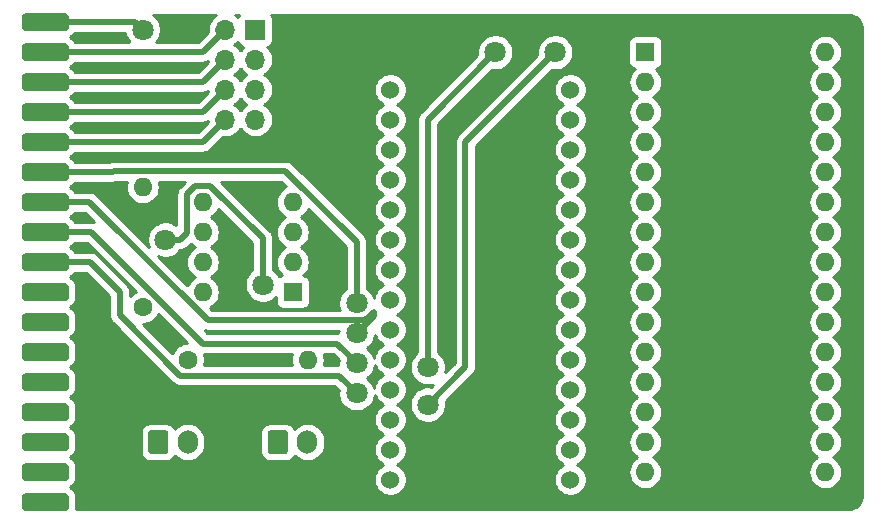
<source format=gbr>
G04 #@! TF.GenerationSoftware,KiCad,Pcbnew,(5.1.2)-2*
G04 #@! TF.CreationDate,2021-07-27T09:57:18+09:00*
G04 #@! TF.ProjectId,RIOboard,52494f62-6f61-4726-942e-6b696361645f,rev?*
G04 #@! TF.SameCoordinates,Original*
G04 #@! TF.FileFunction,Copper,L1,Top*
G04 #@! TF.FilePolarity,Positive*
%FSLAX46Y46*%
G04 Gerber Fmt 4.6, Leading zero omitted, Abs format (unit mm)*
G04 Created by KiCad (PCBNEW (5.1.2)-2) date 2021-07-27 09:57:18*
%MOMM*%
%LPD*%
G04 APERTURE LIST*
%ADD10R,1.600000X1.600000*%
%ADD11O,1.600000X1.600000*%
%ADD12C,1.524000*%
%ADD13C,1.600000*%
%ADD14C,0.100000*%
%ADD15C,1.700000*%
%ADD16O,1.700000X2.000000*%
%ADD17R,1.700000X1.700000*%
%ADD18O,1.700000X1.700000*%
%ADD19C,1.500000*%
%ADD20C,1.800000*%
%ADD21C,0.500000*%
%ADD22C,0.254000*%
G04 APERTURE END LIST*
D10*
X53975000Y-156845000D03*
D11*
X46355000Y-149225000D03*
X53975000Y-154305000D03*
X46355000Y-151765000D03*
X53975000Y-151765000D03*
X46355000Y-154305000D03*
X53975000Y-149225000D03*
X46355000Y-156845000D03*
D12*
X62230000Y-139700000D03*
X62230000Y-142240000D03*
X62230000Y-144780000D03*
X62230000Y-147320000D03*
X62230000Y-149860000D03*
X62230000Y-152400000D03*
X62230000Y-154940000D03*
X62230000Y-157480000D03*
X62230000Y-160020000D03*
X62230000Y-162560000D03*
X62230000Y-165100000D03*
X62230000Y-167640000D03*
X62230000Y-170180000D03*
X62230000Y-172720000D03*
X77470000Y-172720000D03*
X77470000Y-170180000D03*
X77470000Y-167640000D03*
X77470000Y-165100000D03*
X77470000Y-162560000D03*
X77470000Y-160020000D03*
X77470000Y-157480000D03*
X77470000Y-154940000D03*
X77470000Y-152400000D03*
X77470000Y-149860000D03*
X77470000Y-147320000D03*
X77470000Y-144780000D03*
X77470000Y-142240000D03*
X77470000Y-139700000D03*
D13*
X41275000Y-158115000D03*
D11*
X41275000Y-147955000D03*
D13*
X45085000Y-162560000D03*
D11*
X55245000Y-162560000D03*
D14*
G36*
X43209504Y-168546204D02*
G01*
X43233773Y-168549804D01*
X43257571Y-168555765D01*
X43280671Y-168564030D01*
X43302849Y-168574520D01*
X43323893Y-168587133D01*
X43343598Y-168601747D01*
X43361777Y-168618223D01*
X43378253Y-168636402D01*
X43392867Y-168656107D01*
X43405480Y-168677151D01*
X43415970Y-168699329D01*
X43424235Y-168722429D01*
X43430196Y-168746227D01*
X43433796Y-168770496D01*
X43435000Y-168795000D01*
X43435000Y-170295000D01*
X43433796Y-170319504D01*
X43430196Y-170343773D01*
X43424235Y-170367571D01*
X43415970Y-170390671D01*
X43405480Y-170412849D01*
X43392867Y-170433893D01*
X43378253Y-170453598D01*
X43361777Y-170471777D01*
X43343598Y-170488253D01*
X43323893Y-170502867D01*
X43302849Y-170515480D01*
X43280671Y-170525970D01*
X43257571Y-170534235D01*
X43233773Y-170540196D01*
X43209504Y-170543796D01*
X43185000Y-170545000D01*
X41985000Y-170545000D01*
X41960496Y-170543796D01*
X41936227Y-170540196D01*
X41912429Y-170534235D01*
X41889329Y-170525970D01*
X41867151Y-170515480D01*
X41846107Y-170502867D01*
X41826402Y-170488253D01*
X41808223Y-170471777D01*
X41791747Y-170453598D01*
X41777133Y-170433893D01*
X41764520Y-170412849D01*
X41754030Y-170390671D01*
X41745765Y-170367571D01*
X41739804Y-170343773D01*
X41736204Y-170319504D01*
X41735000Y-170295000D01*
X41735000Y-168795000D01*
X41736204Y-168770496D01*
X41739804Y-168746227D01*
X41745765Y-168722429D01*
X41754030Y-168699329D01*
X41764520Y-168677151D01*
X41777133Y-168656107D01*
X41791747Y-168636402D01*
X41808223Y-168618223D01*
X41826402Y-168601747D01*
X41846107Y-168587133D01*
X41867151Y-168574520D01*
X41889329Y-168564030D01*
X41912429Y-168555765D01*
X41936227Y-168549804D01*
X41960496Y-168546204D01*
X41985000Y-168545000D01*
X43185000Y-168545000D01*
X43209504Y-168546204D01*
X43209504Y-168546204D01*
G37*
D15*
X42585000Y-169545000D03*
D16*
X45085000Y-169545000D03*
D14*
G36*
X53329504Y-168546204D02*
G01*
X53353773Y-168549804D01*
X53377571Y-168555765D01*
X53400671Y-168564030D01*
X53422849Y-168574520D01*
X53443893Y-168587133D01*
X53463598Y-168601747D01*
X53481777Y-168618223D01*
X53498253Y-168636402D01*
X53512867Y-168656107D01*
X53525480Y-168677151D01*
X53535970Y-168699329D01*
X53544235Y-168722429D01*
X53550196Y-168746227D01*
X53553796Y-168770496D01*
X53555000Y-168795000D01*
X53555000Y-170295000D01*
X53553796Y-170319504D01*
X53550196Y-170343773D01*
X53544235Y-170367571D01*
X53535970Y-170390671D01*
X53525480Y-170412849D01*
X53512867Y-170433893D01*
X53498253Y-170453598D01*
X53481777Y-170471777D01*
X53463598Y-170488253D01*
X53443893Y-170502867D01*
X53422849Y-170515480D01*
X53400671Y-170525970D01*
X53377571Y-170534235D01*
X53353773Y-170540196D01*
X53329504Y-170543796D01*
X53305000Y-170545000D01*
X52105000Y-170545000D01*
X52080496Y-170543796D01*
X52056227Y-170540196D01*
X52032429Y-170534235D01*
X52009329Y-170525970D01*
X51987151Y-170515480D01*
X51966107Y-170502867D01*
X51946402Y-170488253D01*
X51928223Y-170471777D01*
X51911747Y-170453598D01*
X51897133Y-170433893D01*
X51884520Y-170412849D01*
X51874030Y-170390671D01*
X51865765Y-170367571D01*
X51859804Y-170343773D01*
X51856204Y-170319504D01*
X51855000Y-170295000D01*
X51855000Y-168795000D01*
X51856204Y-168770496D01*
X51859804Y-168746227D01*
X51865765Y-168722429D01*
X51874030Y-168699329D01*
X51884520Y-168677151D01*
X51897133Y-168656107D01*
X51911747Y-168636402D01*
X51928223Y-168618223D01*
X51946402Y-168601747D01*
X51966107Y-168587133D01*
X51987151Y-168574520D01*
X52009329Y-168564030D01*
X52032429Y-168555765D01*
X52056227Y-168549804D01*
X52080496Y-168546204D01*
X52105000Y-168545000D01*
X53305000Y-168545000D01*
X53329504Y-168546204D01*
X53329504Y-168546204D01*
G37*
D15*
X52705000Y-169545000D03*
D16*
X55205000Y-169545000D03*
D17*
X50800000Y-134620000D03*
D18*
X48260000Y-134620000D03*
X50800000Y-137160000D03*
X48260000Y-137160000D03*
X50800000Y-139700000D03*
X48260000Y-139700000D03*
X50800000Y-142240000D03*
X48260000Y-142240000D03*
D14*
G36*
X34681756Y-133236806D02*
G01*
X34718159Y-133242206D01*
X34753857Y-133251147D01*
X34788506Y-133263545D01*
X34821774Y-133279280D01*
X34853339Y-133298199D01*
X34882897Y-133320121D01*
X34910165Y-133344835D01*
X34934879Y-133372103D01*
X34956801Y-133401661D01*
X34975720Y-133433226D01*
X34991455Y-133466494D01*
X35003853Y-133501143D01*
X35012794Y-133536841D01*
X35018194Y-133573244D01*
X35020000Y-133610000D01*
X35020000Y-134360000D01*
X35018194Y-134396756D01*
X35012794Y-134433159D01*
X35003853Y-134468857D01*
X34991455Y-134503506D01*
X34975720Y-134536774D01*
X34956801Y-134568339D01*
X34934879Y-134597897D01*
X34910165Y-134625165D01*
X34882897Y-134649879D01*
X34853339Y-134671801D01*
X34821774Y-134690720D01*
X34788506Y-134706455D01*
X34753857Y-134718853D01*
X34718159Y-134727794D01*
X34681756Y-134733194D01*
X34645000Y-134735000D01*
X31395000Y-134735000D01*
X31358244Y-134733194D01*
X31321841Y-134727794D01*
X31286143Y-134718853D01*
X31251494Y-134706455D01*
X31218226Y-134690720D01*
X31186661Y-134671801D01*
X31157103Y-134649879D01*
X31129835Y-134625165D01*
X31105121Y-134597897D01*
X31083199Y-134568339D01*
X31064280Y-134536774D01*
X31048545Y-134503506D01*
X31036147Y-134468857D01*
X31027206Y-134433159D01*
X31021806Y-134396756D01*
X31020000Y-134360000D01*
X31020000Y-133610000D01*
X31021806Y-133573244D01*
X31027206Y-133536841D01*
X31036147Y-133501143D01*
X31048545Y-133466494D01*
X31064280Y-133433226D01*
X31083199Y-133401661D01*
X31105121Y-133372103D01*
X31129835Y-133344835D01*
X31157103Y-133320121D01*
X31186661Y-133298199D01*
X31218226Y-133279280D01*
X31251494Y-133263545D01*
X31286143Y-133251147D01*
X31321841Y-133242206D01*
X31358244Y-133236806D01*
X31395000Y-133235000D01*
X34645000Y-133235000D01*
X34681756Y-133236806D01*
X34681756Y-133236806D01*
G37*
D19*
X33020000Y-133985000D03*
D14*
G36*
X34681756Y-135776806D02*
G01*
X34718159Y-135782206D01*
X34753857Y-135791147D01*
X34788506Y-135803545D01*
X34821774Y-135819280D01*
X34853339Y-135838199D01*
X34882897Y-135860121D01*
X34910165Y-135884835D01*
X34934879Y-135912103D01*
X34956801Y-135941661D01*
X34975720Y-135973226D01*
X34991455Y-136006494D01*
X35003853Y-136041143D01*
X35012794Y-136076841D01*
X35018194Y-136113244D01*
X35020000Y-136150000D01*
X35020000Y-136900000D01*
X35018194Y-136936756D01*
X35012794Y-136973159D01*
X35003853Y-137008857D01*
X34991455Y-137043506D01*
X34975720Y-137076774D01*
X34956801Y-137108339D01*
X34934879Y-137137897D01*
X34910165Y-137165165D01*
X34882897Y-137189879D01*
X34853339Y-137211801D01*
X34821774Y-137230720D01*
X34788506Y-137246455D01*
X34753857Y-137258853D01*
X34718159Y-137267794D01*
X34681756Y-137273194D01*
X34645000Y-137275000D01*
X31395000Y-137275000D01*
X31358244Y-137273194D01*
X31321841Y-137267794D01*
X31286143Y-137258853D01*
X31251494Y-137246455D01*
X31218226Y-137230720D01*
X31186661Y-137211801D01*
X31157103Y-137189879D01*
X31129835Y-137165165D01*
X31105121Y-137137897D01*
X31083199Y-137108339D01*
X31064280Y-137076774D01*
X31048545Y-137043506D01*
X31036147Y-137008857D01*
X31027206Y-136973159D01*
X31021806Y-136936756D01*
X31020000Y-136900000D01*
X31020000Y-136150000D01*
X31021806Y-136113244D01*
X31027206Y-136076841D01*
X31036147Y-136041143D01*
X31048545Y-136006494D01*
X31064280Y-135973226D01*
X31083199Y-135941661D01*
X31105121Y-135912103D01*
X31129835Y-135884835D01*
X31157103Y-135860121D01*
X31186661Y-135838199D01*
X31218226Y-135819280D01*
X31251494Y-135803545D01*
X31286143Y-135791147D01*
X31321841Y-135782206D01*
X31358244Y-135776806D01*
X31395000Y-135775000D01*
X34645000Y-135775000D01*
X34681756Y-135776806D01*
X34681756Y-135776806D01*
G37*
D19*
X33020000Y-136525000D03*
D14*
G36*
X34681756Y-138316806D02*
G01*
X34718159Y-138322206D01*
X34753857Y-138331147D01*
X34788506Y-138343545D01*
X34821774Y-138359280D01*
X34853339Y-138378199D01*
X34882897Y-138400121D01*
X34910165Y-138424835D01*
X34934879Y-138452103D01*
X34956801Y-138481661D01*
X34975720Y-138513226D01*
X34991455Y-138546494D01*
X35003853Y-138581143D01*
X35012794Y-138616841D01*
X35018194Y-138653244D01*
X35020000Y-138690000D01*
X35020000Y-139440000D01*
X35018194Y-139476756D01*
X35012794Y-139513159D01*
X35003853Y-139548857D01*
X34991455Y-139583506D01*
X34975720Y-139616774D01*
X34956801Y-139648339D01*
X34934879Y-139677897D01*
X34910165Y-139705165D01*
X34882897Y-139729879D01*
X34853339Y-139751801D01*
X34821774Y-139770720D01*
X34788506Y-139786455D01*
X34753857Y-139798853D01*
X34718159Y-139807794D01*
X34681756Y-139813194D01*
X34645000Y-139815000D01*
X31395000Y-139815000D01*
X31358244Y-139813194D01*
X31321841Y-139807794D01*
X31286143Y-139798853D01*
X31251494Y-139786455D01*
X31218226Y-139770720D01*
X31186661Y-139751801D01*
X31157103Y-139729879D01*
X31129835Y-139705165D01*
X31105121Y-139677897D01*
X31083199Y-139648339D01*
X31064280Y-139616774D01*
X31048545Y-139583506D01*
X31036147Y-139548857D01*
X31027206Y-139513159D01*
X31021806Y-139476756D01*
X31020000Y-139440000D01*
X31020000Y-138690000D01*
X31021806Y-138653244D01*
X31027206Y-138616841D01*
X31036147Y-138581143D01*
X31048545Y-138546494D01*
X31064280Y-138513226D01*
X31083199Y-138481661D01*
X31105121Y-138452103D01*
X31129835Y-138424835D01*
X31157103Y-138400121D01*
X31186661Y-138378199D01*
X31218226Y-138359280D01*
X31251494Y-138343545D01*
X31286143Y-138331147D01*
X31321841Y-138322206D01*
X31358244Y-138316806D01*
X31395000Y-138315000D01*
X34645000Y-138315000D01*
X34681756Y-138316806D01*
X34681756Y-138316806D01*
G37*
D19*
X33020000Y-139065000D03*
D14*
G36*
X34681756Y-140856806D02*
G01*
X34718159Y-140862206D01*
X34753857Y-140871147D01*
X34788506Y-140883545D01*
X34821774Y-140899280D01*
X34853339Y-140918199D01*
X34882897Y-140940121D01*
X34910165Y-140964835D01*
X34934879Y-140992103D01*
X34956801Y-141021661D01*
X34975720Y-141053226D01*
X34991455Y-141086494D01*
X35003853Y-141121143D01*
X35012794Y-141156841D01*
X35018194Y-141193244D01*
X35020000Y-141230000D01*
X35020000Y-141980000D01*
X35018194Y-142016756D01*
X35012794Y-142053159D01*
X35003853Y-142088857D01*
X34991455Y-142123506D01*
X34975720Y-142156774D01*
X34956801Y-142188339D01*
X34934879Y-142217897D01*
X34910165Y-142245165D01*
X34882897Y-142269879D01*
X34853339Y-142291801D01*
X34821774Y-142310720D01*
X34788506Y-142326455D01*
X34753857Y-142338853D01*
X34718159Y-142347794D01*
X34681756Y-142353194D01*
X34645000Y-142355000D01*
X31395000Y-142355000D01*
X31358244Y-142353194D01*
X31321841Y-142347794D01*
X31286143Y-142338853D01*
X31251494Y-142326455D01*
X31218226Y-142310720D01*
X31186661Y-142291801D01*
X31157103Y-142269879D01*
X31129835Y-142245165D01*
X31105121Y-142217897D01*
X31083199Y-142188339D01*
X31064280Y-142156774D01*
X31048545Y-142123506D01*
X31036147Y-142088857D01*
X31027206Y-142053159D01*
X31021806Y-142016756D01*
X31020000Y-141980000D01*
X31020000Y-141230000D01*
X31021806Y-141193244D01*
X31027206Y-141156841D01*
X31036147Y-141121143D01*
X31048545Y-141086494D01*
X31064280Y-141053226D01*
X31083199Y-141021661D01*
X31105121Y-140992103D01*
X31129835Y-140964835D01*
X31157103Y-140940121D01*
X31186661Y-140918199D01*
X31218226Y-140899280D01*
X31251494Y-140883545D01*
X31286143Y-140871147D01*
X31321841Y-140862206D01*
X31358244Y-140856806D01*
X31395000Y-140855000D01*
X34645000Y-140855000D01*
X34681756Y-140856806D01*
X34681756Y-140856806D01*
G37*
D19*
X33020000Y-141605000D03*
D14*
G36*
X34681756Y-143396806D02*
G01*
X34718159Y-143402206D01*
X34753857Y-143411147D01*
X34788506Y-143423545D01*
X34821774Y-143439280D01*
X34853339Y-143458199D01*
X34882897Y-143480121D01*
X34910165Y-143504835D01*
X34934879Y-143532103D01*
X34956801Y-143561661D01*
X34975720Y-143593226D01*
X34991455Y-143626494D01*
X35003853Y-143661143D01*
X35012794Y-143696841D01*
X35018194Y-143733244D01*
X35020000Y-143770000D01*
X35020000Y-144520000D01*
X35018194Y-144556756D01*
X35012794Y-144593159D01*
X35003853Y-144628857D01*
X34991455Y-144663506D01*
X34975720Y-144696774D01*
X34956801Y-144728339D01*
X34934879Y-144757897D01*
X34910165Y-144785165D01*
X34882897Y-144809879D01*
X34853339Y-144831801D01*
X34821774Y-144850720D01*
X34788506Y-144866455D01*
X34753857Y-144878853D01*
X34718159Y-144887794D01*
X34681756Y-144893194D01*
X34645000Y-144895000D01*
X31395000Y-144895000D01*
X31358244Y-144893194D01*
X31321841Y-144887794D01*
X31286143Y-144878853D01*
X31251494Y-144866455D01*
X31218226Y-144850720D01*
X31186661Y-144831801D01*
X31157103Y-144809879D01*
X31129835Y-144785165D01*
X31105121Y-144757897D01*
X31083199Y-144728339D01*
X31064280Y-144696774D01*
X31048545Y-144663506D01*
X31036147Y-144628857D01*
X31027206Y-144593159D01*
X31021806Y-144556756D01*
X31020000Y-144520000D01*
X31020000Y-143770000D01*
X31021806Y-143733244D01*
X31027206Y-143696841D01*
X31036147Y-143661143D01*
X31048545Y-143626494D01*
X31064280Y-143593226D01*
X31083199Y-143561661D01*
X31105121Y-143532103D01*
X31129835Y-143504835D01*
X31157103Y-143480121D01*
X31186661Y-143458199D01*
X31218226Y-143439280D01*
X31251494Y-143423545D01*
X31286143Y-143411147D01*
X31321841Y-143402206D01*
X31358244Y-143396806D01*
X31395000Y-143395000D01*
X34645000Y-143395000D01*
X34681756Y-143396806D01*
X34681756Y-143396806D01*
G37*
D19*
X33020000Y-144145000D03*
D14*
G36*
X34681756Y-145936806D02*
G01*
X34718159Y-145942206D01*
X34753857Y-145951147D01*
X34788506Y-145963545D01*
X34821774Y-145979280D01*
X34853339Y-145998199D01*
X34882897Y-146020121D01*
X34910165Y-146044835D01*
X34934879Y-146072103D01*
X34956801Y-146101661D01*
X34975720Y-146133226D01*
X34991455Y-146166494D01*
X35003853Y-146201143D01*
X35012794Y-146236841D01*
X35018194Y-146273244D01*
X35020000Y-146310000D01*
X35020000Y-147060000D01*
X35018194Y-147096756D01*
X35012794Y-147133159D01*
X35003853Y-147168857D01*
X34991455Y-147203506D01*
X34975720Y-147236774D01*
X34956801Y-147268339D01*
X34934879Y-147297897D01*
X34910165Y-147325165D01*
X34882897Y-147349879D01*
X34853339Y-147371801D01*
X34821774Y-147390720D01*
X34788506Y-147406455D01*
X34753857Y-147418853D01*
X34718159Y-147427794D01*
X34681756Y-147433194D01*
X34645000Y-147435000D01*
X31395000Y-147435000D01*
X31358244Y-147433194D01*
X31321841Y-147427794D01*
X31286143Y-147418853D01*
X31251494Y-147406455D01*
X31218226Y-147390720D01*
X31186661Y-147371801D01*
X31157103Y-147349879D01*
X31129835Y-147325165D01*
X31105121Y-147297897D01*
X31083199Y-147268339D01*
X31064280Y-147236774D01*
X31048545Y-147203506D01*
X31036147Y-147168857D01*
X31027206Y-147133159D01*
X31021806Y-147096756D01*
X31020000Y-147060000D01*
X31020000Y-146310000D01*
X31021806Y-146273244D01*
X31027206Y-146236841D01*
X31036147Y-146201143D01*
X31048545Y-146166494D01*
X31064280Y-146133226D01*
X31083199Y-146101661D01*
X31105121Y-146072103D01*
X31129835Y-146044835D01*
X31157103Y-146020121D01*
X31186661Y-145998199D01*
X31218226Y-145979280D01*
X31251494Y-145963545D01*
X31286143Y-145951147D01*
X31321841Y-145942206D01*
X31358244Y-145936806D01*
X31395000Y-145935000D01*
X34645000Y-145935000D01*
X34681756Y-145936806D01*
X34681756Y-145936806D01*
G37*
D19*
X33020000Y-146685000D03*
D14*
G36*
X34681756Y-148476806D02*
G01*
X34718159Y-148482206D01*
X34753857Y-148491147D01*
X34788506Y-148503545D01*
X34821774Y-148519280D01*
X34853339Y-148538199D01*
X34882897Y-148560121D01*
X34910165Y-148584835D01*
X34934879Y-148612103D01*
X34956801Y-148641661D01*
X34975720Y-148673226D01*
X34991455Y-148706494D01*
X35003853Y-148741143D01*
X35012794Y-148776841D01*
X35018194Y-148813244D01*
X35020000Y-148850000D01*
X35020000Y-149600000D01*
X35018194Y-149636756D01*
X35012794Y-149673159D01*
X35003853Y-149708857D01*
X34991455Y-149743506D01*
X34975720Y-149776774D01*
X34956801Y-149808339D01*
X34934879Y-149837897D01*
X34910165Y-149865165D01*
X34882897Y-149889879D01*
X34853339Y-149911801D01*
X34821774Y-149930720D01*
X34788506Y-149946455D01*
X34753857Y-149958853D01*
X34718159Y-149967794D01*
X34681756Y-149973194D01*
X34645000Y-149975000D01*
X31395000Y-149975000D01*
X31358244Y-149973194D01*
X31321841Y-149967794D01*
X31286143Y-149958853D01*
X31251494Y-149946455D01*
X31218226Y-149930720D01*
X31186661Y-149911801D01*
X31157103Y-149889879D01*
X31129835Y-149865165D01*
X31105121Y-149837897D01*
X31083199Y-149808339D01*
X31064280Y-149776774D01*
X31048545Y-149743506D01*
X31036147Y-149708857D01*
X31027206Y-149673159D01*
X31021806Y-149636756D01*
X31020000Y-149600000D01*
X31020000Y-148850000D01*
X31021806Y-148813244D01*
X31027206Y-148776841D01*
X31036147Y-148741143D01*
X31048545Y-148706494D01*
X31064280Y-148673226D01*
X31083199Y-148641661D01*
X31105121Y-148612103D01*
X31129835Y-148584835D01*
X31157103Y-148560121D01*
X31186661Y-148538199D01*
X31218226Y-148519280D01*
X31251494Y-148503545D01*
X31286143Y-148491147D01*
X31321841Y-148482206D01*
X31358244Y-148476806D01*
X31395000Y-148475000D01*
X34645000Y-148475000D01*
X34681756Y-148476806D01*
X34681756Y-148476806D01*
G37*
D19*
X33020000Y-149225000D03*
D14*
G36*
X34681756Y-151016806D02*
G01*
X34718159Y-151022206D01*
X34753857Y-151031147D01*
X34788506Y-151043545D01*
X34821774Y-151059280D01*
X34853339Y-151078199D01*
X34882897Y-151100121D01*
X34910165Y-151124835D01*
X34934879Y-151152103D01*
X34956801Y-151181661D01*
X34975720Y-151213226D01*
X34991455Y-151246494D01*
X35003853Y-151281143D01*
X35012794Y-151316841D01*
X35018194Y-151353244D01*
X35020000Y-151390000D01*
X35020000Y-152140000D01*
X35018194Y-152176756D01*
X35012794Y-152213159D01*
X35003853Y-152248857D01*
X34991455Y-152283506D01*
X34975720Y-152316774D01*
X34956801Y-152348339D01*
X34934879Y-152377897D01*
X34910165Y-152405165D01*
X34882897Y-152429879D01*
X34853339Y-152451801D01*
X34821774Y-152470720D01*
X34788506Y-152486455D01*
X34753857Y-152498853D01*
X34718159Y-152507794D01*
X34681756Y-152513194D01*
X34645000Y-152515000D01*
X31395000Y-152515000D01*
X31358244Y-152513194D01*
X31321841Y-152507794D01*
X31286143Y-152498853D01*
X31251494Y-152486455D01*
X31218226Y-152470720D01*
X31186661Y-152451801D01*
X31157103Y-152429879D01*
X31129835Y-152405165D01*
X31105121Y-152377897D01*
X31083199Y-152348339D01*
X31064280Y-152316774D01*
X31048545Y-152283506D01*
X31036147Y-152248857D01*
X31027206Y-152213159D01*
X31021806Y-152176756D01*
X31020000Y-152140000D01*
X31020000Y-151390000D01*
X31021806Y-151353244D01*
X31027206Y-151316841D01*
X31036147Y-151281143D01*
X31048545Y-151246494D01*
X31064280Y-151213226D01*
X31083199Y-151181661D01*
X31105121Y-151152103D01*
X31129835Y-151124835D01*
X31157103Y-151100121D01*
X31186661Y-151078199D01*
X31218226Y-151059280D01*
X31251494Y-151043545D01*
X31286143Y-151031147D01*
X31321841Y-151022206D01*
X31358244Y-151016806D01*
X31395000Y-151015000D01*
X34645000Y-151015000D01*
X34681756Y-151016806D01*
X34681756Y-151016806D01*
G37*
D19*
X33020000Y-151765000D03*
D14*
G36*
X34681756Y-153556806D02*
G01*
X34718159Y-153562206D01*
X34753857Y-153571147D01*
X34788506Y-153583545D01*
X34821774Y-153599280D01*
X34853339Y-153618199D01*
X34882897Y-153640121D01*
X34910165Y-153664835D01*
X34934879Y-153692103D01*
X34956801Y-153721661D01*
X34975720Y-153753226D01*
X34991455Y-153786494D01*
X35003853Y-153821143D01*
X35012794Y-153856841D01*
X35018194Y-153893244D01*
X35020000Y-153930000D01*
X35020000Y-154680000D01*
X35018194Y-154716756D01*
X35012794Y-154753159D01*
X35003853Y-154788857D01*
X34991455Y-154823506D01*
X34975720Y-154856774D01*
X34956801Y-154888339D01*
X34934879Y-154917897D01*
X34910165Y-154945165D01*
X34882897Y-154969879D01*
X34853339Y-154991801D01*
X34821774Y-155010720D01*
X34788506Y-155026455D01*
X34753857Y-155038853D01*
X34718159Y-155047794D01*
X34681756Y-155053194D01*
X34645000Y-155055000D01*
X31395000Y-155055000D01*
X31358244Y-155053194D01*
X31321841Y-155047794D01*
X31286143Y-155038853D01*
X31251494Y-155026455D01*
X31218226Y-155010720D01*
X31186661Y-154991801D01*
X31157103Y-154969879D01*
X31129835Y-154945165D01*
X31105121Y-154917897D01*
X31083199Y-154888339D01*
X31064280Y-154856774D01*
X31048545Y-154823506D01*
X31036147Y-154788857D01*
X31027206Y-154753159D01*
X31021806Y-154716756D01*
X31020000Y-154680000D01*
X31020000Y-153930000D01*
X31021806Y-153893244D01*
X31027206Y-153856841D01*
X31036147Y-153821143D01*
X31048545Y-153786494D01*
X31064280Y-153753226D01*
X31083199Y-153721661D01*
X31105121Y-153692103D01*
X31129835Y-153664835D01*
X31157103Y-153640121D01*
X31186661Y-153618199D01*
X31218226Y-153599280D01*
X31251494Y-153583545D01*
X31286143Y-153571147D01*
X31321841Y-153562206D01*
X31358244Y-153556806D01*
X31395000Y-153555000D01*
X34645000Y-153555000D01*
X34681756Y-153556806D01*
X34681756Y-153556806D01*
G37*
D19*
X33020000Y-154305000D03*
D14*
G36*
X34681756Y-156096806D02*
G01*
X34718159Y-156102206D01*
X34753857Y-156111147D01*
X34788506Y-156123545D01*
X34821774Y-156139280D01*
X34853339Y-156158199D01*
X34882897Y-156180121D01*
X34910165Y-156204835D01*
X34934879Y-156232103D01*
X34956801Y-156261661D01*
X34975720Y-156293226D01*
X34991455Y-156326494D01*
X35003853Y-156361143D01*
X35012794Y-156396841D01*
X35018194Y-156433244D01*
X35020000Y-156470000D01*
X35020000Y-157220000D01*
X35018194Y-157256756D01*
X35012794Y-157293159D01*
X35003853Y-157328857D01*
X34991455Y-157363506D01*
X34975720Y-157396774D01*
X34956801Y-157428339D01*
X34934879Y-157457897D01*
X34910165Y-157485165D01*
X34882897Y-157509879D01*
X34853339Y-157531801D01*
X34821774Y-157550720D01*
X34788506Y-157566455D01*
X34753857Y-157578853D01*
X34718159Y-157587794D01*
X34681756Y-157593194D01*
X34645000Y-157595000D01*
X31395000Y-157595000D01*
X31358244Y-157593194D01*
X31321841Y-157587794D01*
X31286143Y-157578853D01*
X31251494Y-157566455D01*
X31218226Y-157550720D01*
X31186661Y-157531801D01*
X31157103Y-157509879D01*
X31129835Y-157485165D01*
X31105121Y-157457897D01*
X31083199Y-157428339D01*
X31064280Y-157396774D01*
X31048545Y-157363506D01*
X31036147Y-157328857D01*
X31027206Y-157293159D01*
X31021806Y-157256756D01*
X31020000Y-157220000D01*
X31020000Y-156470000D01*
X31021806Y-156433244D01*
X31027206Y-156396841D01*
X31036147Y-156361143D01*
X31048545Y-156326494D01*
X31064280Y-156293226D01*
X31083199Y-156261661D01*
X31105121Y-156232103D01*
X31129835Y-156204835D01*
X31157103Y-156180121D01*
X31186661Y-156158199D01*
X31218226Y-156139280D01*
X31251494Y-156123545D01*
X31286143Y-156111147D01*
X31321841Y-156102206D01*
X31358244Y-156096806D01*
X31395000Y-156095000D01*
X34645000Y-156095000D01*
X34681756Y-156096806D01*
X34681756Y-156096806D01*
G37*
D19*
X33020000Y-156845000D03*
D14*
G36*
X34681756Y-158636806D02*
G01*
X34718159Y-158642206D01*
X34753857Y-158651147D01*
X34788506Y-158663545D01*
X34821774Y-158679280D01*
X34853339Y-158698199D01*
X34882897Y-158720121D01*
X34910165Y-158744835D01*
X34934879Y-158772103D01*
X34956801Y-158801661D01*
X34975720Y-158833226D01*
X34991455Y-158866494D01*
X35003853Y-158901143D01*
X35012794Y-158936841D01*
X35018194Y-158973244D01*
X35020000Y-159010000D01*
X35020000Y-159760000D01*
X35018194Y-159796756D01*
X35012794Y-159833159D01*
X35003853Y-159868857D01*
X34991455Y-159903506D01*
X34975720Y-159936774D01*
X34956801Y-159968339D01*
X34934879Y-159997897D01*
X34910165Y-160025165D01*
X34882897Y-160049879D01*
X34853339Y-160071801D01*
X34821774Y-160090720D01*
X34788506Y-160106455D01*
X34753857Y-160118853D01*
X34718159Y-160127794D01*
X34681756Y-160133194D01*
X34645000Y-160135000D01*
X31395000Y-160135000D01*
X31358244Y-160133194D01*
X31321841Y-160127794D01*
X31286143Y-160118853D01*
X31251494Y-160106455D01*
X31218226Y-160090720D01*
X31186661Y-160071801D01*
X31157103Y-160049879D01*
X31129835Y-160025165D01*
X31105121Y-159997897D01*
X31083199Y-159968339D01*
X31064280Y-159936774D01*
X31048545Y-159903506D01*
X31036147Y-159868857D01*
X31027206Y-159833159D01*
X31021806Y-159796756D01*
X31020000Y-159760000D01*
X31020000Y-159010000D01*
X31021806Y-158973244D01*
X31027206Y-158936841D01*
X31036147Y-158901143D01*
X31048545Y-158866494D01*
X31064280Y-158833226D01*
X31083199Y-158801661D01*
X31105121Y-158772103D01*
X31129835Y-158744835D01*
X31157103Y-158720121D01*
X31186661Y-158698199D01*
X31218226Y-158679280D01*
X31251494Y-158663545D01*
X31286143Y-158651147D01*
X31321841Y-158642206D01*
X31358244Y-158636806D01*
X31395000Y-158635000D01*
X34645000Y-158635000D01*
X34681756Y-158636806D01*
X34681756Y-158636806D01*
G37*
D19*
X33020000Y-159385000D03*
D14*
G36*
X34681756Y-161176806D02*
G01*
X34718159Y-161182206D01*
X34753857Y-161191147D01*
X34788506Y-161203545D01*
X34821774Y-161219280D01*
X34853339Y-161238199D01*
X34882897Y-161260121D01*
X34910165Y-161284835D01*
X34934879Y-161312103D01*
X34956801Y-161341661D01*
X34975720Y-161373226D01*
X34991455Y-161406494D01*
X35003853Y-161441143D01*
X35012794Y-161476841D01*
X35018194Y-161513244D01*
X35020000Y-161550000D01*
X35020000Y-162300000D01*
X35018194Y-162336756D01*
X35012794Y-162373159D01*
X35003853Y-162408857D01*
X34991455Y-162443506D01*
X34975720Y-162476774D01*
X34956801Y-162508339D01*
X34934879Y-162537897D01*
X34910165Y-162565165D01*
X34882897Y-162589879D01*
X34853339Y-162611801D01*
X34821774Y-162630720D01*
X34788506Y-162646455D01*
X34753857Y-162658853D01*
X34718159Y-162667794D01*
X34681756Y-162673194D01*
X34645000Y-162675000D01*
X31395000Y-162675000D01*
X31358244Y-162673194D01*
X31321841Y-162667794D01*
X31286143Y-162658853D01*
X31251494Y-162646455D01*
X31218226Y-162630720D01*
X31186661Y-162611801D01*
X31157103Y-162589879D01*
X31129835Y-162565165D01*
X31105121Y-162537897D01*
X31083199Y-162508339D01*
X31064280Y-162476774D01*
X31048545Y-162443506D01*
X31036147Y-162408857D01*
X31027206Y-162373159D01*
X31021806Y-162336756D01*
X31020000Y-162300000D01*
X31020000Y-161550000D01*
X31021806Y-161513244D01*
X31027206Y-161476841D01*
X31036147Y-161441143D01*
X31048545Y-161406494D01*
X31064280Y-161373226D01*
X31083199Y-161341661D01*
X31105121Y-161312103D01*
X31129835Y-161284835D01*
X31157103Y-161260121D01*
X31186661Y-161238199D01*
X31218226Y-161219280D01*
X31251494Y-161203545D01*
X31286143Y-161191147D01*
X31321841Y-161182206D01*
X31358244Y-161176806D01*
X31395000Y-161175000D01*
X34645000Y-161175000D01*
X34681756Y-161176806D01*
X34681756Y-161176806D01*
G37*
D19*
X33020000Y-161925000D03*
D14*
G36*
X34681756Y-163716806D02*
G01*
X34718159Y-163722206D01*
X34753857Y-163731147D01*
X34788506Y-163743545D01*
X34821774Y-163759280D01*
X34853339Y-163778199D01*
X34882897Y-163800121D01*
X34910165Y-163824835D01*
X34934879Y-163852103D01*
X34956801Y-163881661D01*
X34975720Y-163913226D01*
X34991455Y-163946494D01*
X35003853Y-163981143D01*
X35012794Y-164016841D01*
X35018194Y-164053244D01*
X35020000Y-164090000D01*
X35020000Y-164840000D01*
X35018194Y-164876756D01*
X35012794Y-164913159D01*
X35003853Y-164948857D01*
X34991455Y-164983506D01*
X34975720Y-165016774D01*
X34956801Y-165048339D01*
X34934879Y-165077897D01*
X34910165Y-165105165D01*
X34882897Y-165129879D01*
X34853339Y-165151801D01*
X34821774Y-165170720D01*
X34788506Y-165186455D01*
X34753857Y-165198853D01*
X34718159Y-165207794D01*
X34681756Y-165213194D01*
X34645000Y-165215000D01*
X31395000Y-165215000D01*
X31358244Y-165213194D01*
X31321841Y-165207794D01*
X31286143Y-165198853D01*
X31251494Y-165186455D01*
X31218226Y-165170720D01*
X31186661Y-165151801D01*
X31157103Y-165129879D01*
X31129835Y-165105165D01*
X31105121Y-165077897D01*
X31083199Y-165048339D01*
X31064280Y-165016774D01*
X31048545Y-164983506D01*
X31036147Y-164948857D01*
X31027206Y-164913159D01*
X31021806Y-164876756D01*
X31020000Y-164840000D01*
X31020000Y-164090000D01*
X31021806Y-164053244D01*
X31027206Y-164016841D01*
X31036147Y-163981143D01*
X31048545Y-163946494D01*
X31064280Y-163913226D01*
X31083199Y-163881661D01*
X31105121Y-163852103D01*
X31129835Y-163824835D01*
X31157103Y-163800121D01*
X31186661Y-163778199D01*
X31218226Y-163759280D01*
X31251494Y-163743545D01*
X31286143Y-163731147D01*
X31321841Y-163722206D01*
X31358244Y-163716806D01*
X31395000Y-163715000D01*
X34645000Y-163715000D01*
X34681756Y-163716806D01*
X34681756Y-163716806D01*
G37*
D19*
X33020000Y-164465000D03*
D14*
G36*
X34681756Y-166256806D02*
G01*
X34718159Y-166262206D01*
X34753857Y-166271147D01*
X34788506Y-166283545D01*
X34821774Y-166299280D01*
X34853339Y-166318199D01*
X34882897Y-166340121D01*
X34910165Y-166364835D01*
X34934879Y-166392103D01*
X34956801Y-166421661D01*
X34975720Y-166453226D01*
X34991455Y-166486494D01*
X35003853Y-166521143D01*
X35012794Y-166556841D01*
X35018194Y-166593244D01*
X35020000Y-166630000D01*
X35020000Y-167380000D01*
X35018194Y-167416756D01*
X35012794Y-167453159D01*
X35003853Y-167488857D01*
X34991455Y-167523506D01*
X34975720Y-167556774D01*
X34956801Y-167588339D01*
X34934879Y-167617897D01*
X34910165Y-167645165D01*
X34882897Y-167669879D01*
X34853339Y-167691801D01*
X34821774Y-167710720D01*
X34788506Y-167726455D01*
X34753857Y-167738853D01*
X34718159Y-167747794D01*
X34681756Y-167753194D01*
X34645000Y-167755000D01*
X31395000Y-167755000D01*
X31358244Y-167753194D01*
X31321841Y-167747794D01*
X31286143Y-167738853D01*
X31251494Y-167726455D01*
X31218226Y-167710720D01*
X31186661Y-167691801D01*
X31157103Y-167669879D01*
X31129835Y-167645165D01*
X31105121Y-167617897D01*
X31083199Y-167588339D01*
X31064280Y-167556774D01*
X31048545Y-167523506D01*
X31036147Y-167488857D01*
X31027206Y-167453159D01*
X31021806Y-167416756D01*
X31020000Y-167380000D01*
X31020000Y-166630000D01*
X31021806Y-166593244D01*
X31027206Y-166556841D01*
X31036147Y-166521143D01*
X31048545Y-166486494D01*
X31064280Y-166453226D01*
X31083199Y-166421661D01*
X31105121Y-166392103D01*
X31129835Y-166364835D01*
X31157103Y-166340121D01*
X31186661Y-166318199D01*
X31218226Y-166299280D01*
X31251494Y-166283545D01*
X31286143Y-166271147D01*
X31321841Y-166262206D01*
X31358244Y-166256806D01*
X31395000Y-166255000D01*
X34645000Y-166255000D01*
X34681756Y-166256806D01*
X34681756Y-166256806D01*
G37*
D19*
X33020000Y-167005000D03*
D14*
G36*
X34681756Y-168796806D02*
G01*
X34718159Y-168802206D01*
X34753857Y-168811147D01*
X34788506Y-168823545D01*
X34821774Y-168839280D01*
X34853339Y-168858199D01*
X34882897Y-168880121D01*
X34910165Y-168904835D01*
X34934879Y-168932103D01*
X34956801Y-168961661D01*
X34975720Y-168993226D01*
X34991455Y-169026494D01*
X35003853Y-169061143D01*
X35012794Y-169096841D01*
X35018194Y-169133244D01*
X35020000Y-169170000D01*
X35020000Y-169920000D01*
X35018194Y-169956756D01*
X35012794Y-169993159D01*
X35003853Y-170028857D01*
X34991455Y-170063506D01*
X34975720Y-170096774D01*
X34956801Y-170128339D01*
X34934879Y-170157897D01*
X34910165Y-170185165D01*
X34882897Y-170209879D01*
X34853339Y-170231801D01*
X34821774Y-170250720D01*
X34788506Y-170266455D01*
X34753857Y-170278853D01*
X34718159Y-170287794D01*
X34681756Y-170293194D01*
X34645000Y-170295000D01*
X31395000Y-170295000D01*
X31358244Y-170293194D01*
X31321841Y-170287794D01*
X31286143Y-170278853D01*
X31251494Y-170266455D01*
X31218226Y-170250720D01*
X31186661Y-170231801D01*
X31157103Y-170209879D01*
X31129835Y-170185165D01*
X31105121Y-170157897D01*
X31083199Y-170128339D01*
X31064280Y-170096774D01*
X31048545Y-170063506D01*
X31036147Y-170028857D01*
X31027206Y-169993159D01*
X31021806Y-169956756D01*
X31020000Y-169920000D01*
X31020000Y-169170000D01*
X31021806Y-169133244D01*
X31027206Y-169096841D01*
X31036147Y-169061143D01*
X31048545Y-169026494D01*
X31064280Y-168993226D01*
X31083199Y-168961661D01*
X31105121Y-168932103D01*
X31129835Y-168904835D01*
X31157103Y-168880121D01*
X31186661Y-168858199D01*
X31218226Y-168839280D01*
X31251494Y-168823545D01*
X31286143Y-168811147D01*
X31321841Y-168802206D01*
X31358244Y-168796806D01*
X31395000Y-168795000D01*
X34645000Y-168795000D01*
X34681756Y-168796806D01*
X34681756Y-168796806D01*
G37*
D19*
X33020000Y-169545000D03*
D14*
G36*
X34681756Y-171336806D02*
G01*
X34718159Y-171342206D01*
X34753857Y-171351147D01*
X34788506Y-171363545D01*
X34821774Y-171379280D01*
X34853339Y-171398199D01*
X34882897Y-171420121D01*
X34910165Y-171444835D01*
X34934879Y-171472103D01*
X34956801Y-171501661D01*
X34975720Y-171533226D01*
X34991455Y-171566494D01*
X35003853Y-171601143D01*
X35012794Y-171636841D01*
X35018194Y-171673244D01*
X35020000Y-171710000D01*
X35020000Y-172460000D01*
X35018194Y-172496756D01*
X35012794Y-172533159D01*
X35003853Y-172568857D01*
X34991455Y-172603506D01*
X34975720Y-172636774D01*
X34956801Y-172668339D01*
X34934879Y-172697897D01*
X34910165Y-172725165D01*
X34882897Y-172749879D01*
X34853339Y-172771801D01*
X34821774Y-172790720D01*
X34788506Y-172806455D01*
X34753857Y-172818853D01*
X34718159Y-172827794D01*
X34681756Y-172833194D01*
X34645000Y-172835000D01*
X31395000Y-172835000D01*
X31358244Y-172833194D01*
X31321841Y-172827794D01*
X31286143Y-172818853D01*
X31251494Y-172806455D01*
X31218226Y-172790720D01*
X31186661Y-172771801D01*
X31157103Y-172749879D01*
X31129835Y-172725165D01*
X31105121Y-172697897D01*
X31083199Y-172668339D01*
X31064280Y-172636774D01*
X31048545Y-172603506D01*
X31036147Y-172568857D01*
X31027206Y-172533159D01*
X31021806Y-172496756D01*
X31020000Y-172460000D01*
X31020000Y-171710000D01*
X31021806Y-171673244D01*
X31027206Y-171636841D01*
X31036147Y-171601143D01*
X31048545Y-171566494D01*
X31064280Y-171533226D01*
X31083199Y-171501661D01*
X31105121Y-171472103D01*
X31129835Y-171444835D01*
X31157103Y-171420121D01*
X31186661Y-171398199D01*
X31218226Y-171379280D01*
X31251494Y-171363545D01*
X31286143Y-171351147D01*
X31321841Y-171342206D01*
X31358244Y-171336806D01*
X31395000Y-171335000D01*
X34645000Y-171335000D01*
X34681756Y-171336806D01*
X34681756Y-171336806D01*
G37*
D19*
X33020000Y-172085000D03*
D14*
G36*
X34681756Y-173876806D02*
G01*
X34718159Y-173882206D01*
X34753857Y-173891147D01*
X34788506Y-173903545D01*
X34821774Y-173919280D01*
X34853339Y-173938199D01*
X34882897Y-173960121D01*
X34910165Y-173984835D01*
X34934879Y-174012103D01*
X34956801Y-174041661D01*
X34975720Y-174073226D01*
X34991455Y-174106494D01*
X35003853Y-174141143D01*
X35012794Y-174176841D01*
X35018194Y-174213244D01*
X35020000Y-174250000D01*
X35020000Y-175000000D01*
X35018194Y-175036756D01*
X35012794Y-175073159D01*
X35003853Y-175108857D01*
X34991455Y-175143506D01*
X34975720Y-175176774D01*
X34956801Y-175208339D01*
X34934879Y-175237897D01*
X34910165Y-175265165D01*
X34882897Y-175289879D01*
X34853339Y-175311801D01*
X34821774Y-175330720D01*
X34788506Y-175346455D01*
X34753857Y-175358853D01*
X34718159Y-175367794D01*
X34681756Y-175373194D01*
X34645000Y-175375000D01*
X31395000Y-175375000D01*
X31358244Y-175373194D01*
X31321841Y-175367794D01*
X31286143Y-175358853D01*
X31251494Y-175346455D01*
X31218226Y-175330720D01*
X31186661Y-175311801D01*
X31157103Y-175289879D01*
X31129835Y-175265165D01*
X31105121Y-175237897D01*
X31083199Y-175208339D01*
X31064280Y-175176774D01*
X31048545Y-175143506D01*
X31036147Y-175108857D01*
X31027206Y-175073159D01*
X31021806Y-175036756D01*
X31020000Y-175000000D01*
X31020000Y-174250000D01*
X31021806Y-174213244D01*
X31027206Y-174176841D01*
X31036147Y-174141143D01*
X31048545Y-174106494D01*
X31064280Y-174073226D01*
X31083199Y-174041661D01*
X31105121Y-174012103D01*
X31129835Y-173984835D01*
X31157103Y-173960121D01*
X31186661Y-173938199D01*
X31218226Y-173919280D01*
X31251494Y-173903545D01*
X31286143Y-173891147D01*
X31321841Y-173882206D01*
X31358244Y-173876806D01*
X31395000Y-173875000D01*
X34645000Y-173875000D01*
X34681756Y-173876806D01*
X34681756Y-173876806D01*
G37*
D19*
X33020000Y-174625000D03*
D10*
X83820000Y-136525000D03*
D11*
X99060000Y-169545000D03*
X83820000Y-139065000D03*
X99060000Y-167005000D03*
X83820000Y-141605000D03*
X99060000Y-164465000D03*
X83820000Y-144145000D03*
X99060000Y-161925000D03*
X83820000Y-146685000D03*
X99060000Y-159385000D03*
X83820000Y-149225000D03*
X99060000Y-156845000D03*
X83820000Y-151765000D03*
X99060000Y-154305000D03*
X83820000Y-154305000D03*
X99060000Y-151765000D03*
X83820000Y-156845000D03*
X99060000Y-149225000D03*
X83820000Y-159385000D03*
X99060000Y-146685000D03*
X83820000Y-161925000D03*
X99060000Y-144145000D03*
X83820000Y-164465000D03*
X99060000Y-141605000D03*
X83820000Y-167005000D03*
X99060000Y-139065000D03*
X83820000Y-169545000D03*
X99060000Y-136525000D03*
X83820000Y-172085000D03*
X99060000Y-172085000D03*
D20*
X41275000Y-134620000D03*
X43180000Y-152400000D03*
X51435000Y-156210000D03*
X59372500Y-165417500D03*
X59372500Y-162877500D03*
X59372500Y-160337500D03*
X59372500Y-157797500D03*
X71120000Y-136525000D03*
X65405000Y-163195000D03*
X65405000Y-166370000D03*
X76200000Y-136525000D03*
D21*
X33020000Y-133985000D02*
X40640000Y-133985000D01*
X40640000Y-133985000D02*
X41275000Y-134620000D01*
X41275000Y-134620000D02*
X41275000Y-134620000D01*
X47003001Y-147874999D02*
X51435000Y-152306998D01*
X45706999Y-147874999D02*
X47003001Y-147874999D01*
X45004999Y-148576999D02*
X45706999Y-147874999D01*
X45004999Y-151847793D02*
X45004999Y-148576999D01*
X43180000Y-152400000D02*
X44452792Y-152400000D01*
X44452792Y-152400000D02*
X45004999Y-151847793D01*
X51435000Y-152306998D02*
X51435000Y-156210000D01*
X51435000Y-156210000D02*
X51435000Y-156210000D01*
X57865001Y-163910001D02*
X59372500Y-165417500D01*
X44436999Y-163910001D02*
X57865001Y-163910001D01*
X39323499Y-158796501D02*
X44436999Y-163910001D01*
X36830000Y-154305000D02*
X39323499Y-156798499D01*
X39323499Y-156798499D02*
X39323499Y-158796501D01*
X33020000Y-154305000D02*
X36830000Y-154305000D01*
X35120000Y-151765000D02*
X33020000Y-151765000D01*
X36923002Y-151765000D02*
X35120000Y-151765000D01*
X46368001Y-161209999D02*
X36923002Y-151765000D01*
X57704999Y-161209999D02*
X46368001Y-161209999D01*
X59372500Y-162877500D02*
X57704999Y-161209999D01*
X36736998Y-149225000D02*
X35120000Y-149225000D01*
X35120000Y-149225000D02*
X33020000Y-149225000D01*
X46759499Y-159247501D02*
X36736998Y-149225000D01*
X60068501Y-159247501D02*
X46759499Y-159247501D01*
X60822501Y-158493501D02*
X60068501Y-159247501D01*
X60822501Y-158887499D02*
X60822501Y-158493501D01*
X59372500Y-160337500D02*
X60822501Y-158887499D01*
X53353001Y-146604999D02*
X38815001Y-146604999D01*
X59372500Y-157797500D02*
X59372500Y-152624498D01*
X59372500Y-152624498D02*
X53353001Y-146604999D01*
X38735000Y-146685000D02*
X33020000Y-146685000D01*
X38815001Y-146604999D02*
X38735000Y-146685000D01*
X46355000Y-144145000D02*
X48260000Y-142240000D01*
X33020000Y-144145000D02*
X46355000Y-144145000D01*
X46355000Y-141605000D02*
X48260000Y-139700000D01*
X33020000Y-141605000D02*
X46355000Y-141605000D01*
X46355000Y-139065000D02*
X48260000Y-137160000D01*
X33020000Y-139065000D02*
X46355000Y-139065000D01*
X46355000Y-136525000D02*
X48260000Y-134620000D01*
X33020000Y-136525000D02*
X46355000Y-136525000D01*
X71120000Y-136525000D02*
X65405000Y-142240000D01*
X65405000Y-142240000D02*
X65405000Y-163195000D01*
X65405000Y-163195000D02*
X65405000Y-163195000D01*
X65405000Y-166370000D02*
X68580000Y-163195000D01*
X68580000Y-163195000D02*
X68580000Y-144145000D01*
X68580000Y-144145000D02*
X76200000Y-136525000D01*
X76200000Y-136525000D02*
X76200000Y-136525000D01*
D22*
G36*
X101206204Y-133401815D02*
G01*
X101438226Y-133471867D01*
X101652222Y-133585650D01*
X101840041Y-133738832D01*
X101994530Y-133925577D01*
X102109801Y-134138769D01*
X102181472Y-134370300D01*
X102210000Y-134641725D01*
X102210001Y-173957712D01*
X102183185Y-174231205D01*
X102113133Y-174463226D01*
X101999350Y-174677222D01*
X101846169Y-174865039D01*
X101659424Y-175019529D01*
X101446231Y-175134802D01*
X101214701Y-175206472D01*
X100943276Y-175235000D01*
X35627273Y-175235000D01*
X35638606Y-175197641D01*
X35658072Y-175000000D01*
X35658072Y-174250000D01*
X35638606Y-174052359D01*
X35580956Y-173862314D01*
X35487339Y-173687167D01*
X35361350Y-173533650D01*
X35207833Y-173407661D01*
X35109310Y-173355000D01*
X35207833Y-173302339D01*
X35361350Y-173176350D01*
X35487339Y-173022833D01*
X35580956Y-172847686D01*
X35638606Y-172657641D01*
X35658072Y-172460000D01*
X35658072Y-171710000D01*
X35638606Y-171512359D01*
X35580956Y-171322314D01*
X35487339Y-171147167D01*
X35361350Y-170993650D01*
X35207833Y-170867661D01*
X35109310Y-170815000D01*
X35207833Y-170762339D01*
X35361350Y-170636350D01*
X35487339Y-170482833D01*
X35580956Y-170307686D01*
X35638606Y-170117641D01*
X35658072Y-169920000D01*
X35658072Y-169170000D01*
X35638606Y-168972359D01*
X35584805Y-168795000D01*
X41096928Y-168795000D01*
X41096928Y-170295000D01*
X41113992Y-170468254D01*
X41164528Y-170634850D01*
X41246595Y-170788386D01*
X41357038Y-170922962D01*
X41491614Y-171033405D01*
X41645150Y-171115472D01*
X41811746Y-171166008D01*
X41985000Y-171183072D01*
X43185000Y-171183072D01*
X43358254Y-171166008D01*
X43524850Y-171115472D01*
X43678386Y-171033405D01*
X43812962Y-170922962D01*
X43923405Y-170788386D01*
X43977777Y-170686663D01*
X44029866Y-170750134D01*
X44255987Y-170935706D01*
X44513967Y-171073599D01*
X44793890Y-171158513D01*
X45085000Y-171187185D01*
X45376111Y-171158513D01*
X45656034Y-171073599D01*
X45914014Y-170935706D01*
X46140134Y-170750134D01*
X46325706Y-170524014D01*
X46463599Y-170266033D01*
X46548513Y-169986110D01*
X46570000Y-169767949D01*
X46570000Y-169322050D01*
X46548513Y-169103889D01*
X46463599Y-168823966D01*
X46448117Y-168795000D01*
X51216928Y-168795000D01*
X51216928Y-170295000D01*
X51233992Y-170468254D01*
X51284528Y-170634850D01*
X51366595Y-170788386D01*
X51477038Y-170922962D01*
X51611614Y-171033405D01*
X51765150Y-171115472D01*
X51931746Y-171166008D01*
X52105000Y-171183072D01*
X53305000Y-171183072D01*
X53478254Y-171166008D01*
X53644850Y-171115472D01*
X53798386Y-171033405D01*
X53932962Y-170922962D01*
X54043405Y-170788386D01*
X54097777Y-170686663D01*
X54149866Y-170750134D01*
X54375987Y-170935706D01*
X54633967Y-171073599D01*
X54913890Y-171158513D01*
X55205000Y-171187185D01*
X55496111Y-171158513D01*
X55776034Y-171073599D01*
X56034014Y-170935706D01*
X56260134Y-170750134D01*
X56445706Y-170524014D01*
X56583599Y-170266033D01*
X56668513Y-169986110D01*
X56690000Y-169767949D01*
X56690000Y-169322050D01*
X56668513Y-169103889D01*
X56583599Y-168823966D01*
X56445706Y-168565986D01*
X56260134Y-168339866D01*
X56034013Y-168154294D01*
X55776033Y-168016401D01*
X55496110Y-167931487D01*
X55205000Y-167902815D01*
X54913889Y-167931487D01*
X54633966Y-168016401D01*
X54375986Y-168154294D01*
X54149866Y-168339866D01*
X54097777Y-168403337D01*
X54043405Y-168301614D01*
X53932962Y-168167038D01*
X53798386Y-168056595D01*
X53644850Y-167974528D01*
X53478254Y-167923992D01*
X53305000Y-167906928D01*
X52105000Y-167906928D01*
X51931746Y-167923992D01*
X51765150Y-167974528D01*
X51611614Y-168056595D01*
X51477038Y-168167038D01*
X51366595Y-168301614D01*
X51284528Y-168455150D01*
X51233992Y-168621746D01*
X51216928Y-168795000D01*
X46448117Y-168795000D01*
X46325706Y-168565986D01*
X46140134Y-168339866D01*
X45914013Y-168154294D01*
X45656033Y-168016401D01*
X45376110Y-167931487D01*
X45085000Y-167902815D01*
X44793889Y-167931487D01*
X44513966Y-168016401D01*
X44255986Y-168154294D01*
X44029866Y-168339866D01*
X43977777Y-168403337D01*
X43923405Y-168301614D01*
X43812962Y-168167038D01*
X43678386Y-168056595D01*
X43524850Y-167974528D01*
X43358254Y-167923992D01*
X43185000Y-167906928D01*
X41985000Y-167906928D01*
X41811746Y-167923992D01*
X41645150Y-167974528D01*
X41491614Y-168056595D01*
X41357038Y-168167038D01*
X41246595Y-168301614D01*
X41164528Y-168455150D01*
X41113992Y-168621746D01*
X41096928Y-168795000D01*
X35584805Y-168795000D01*
X35580956Y-168782314D01*
X35487339Y-168607167D01*
X35361350Y-168453650D01*
X35207833Y-168327661D01*
X35109310Y-168275000D01*
X35207833Y-168222339D01*
X35361350Y-168096350D01*
X35487339Y-167942833D01*
X35580956Y-167767686D01*
X35638606Y-167577641D01*
X35658072Y-167380000D01*
X35658072Y-166630000D01*
X35638606Y-166432359D01*
X35580956Y-166242314D01*
X35487339Y-166067167D01*
X35361350Y-165913650D01*
X35207833Y-165787661D01*
X35109310Y-165735000D01*
X35207833Y-165682339D01*
X35361350Y-165556350D01*
X35487339Y-165402833D01*
X35580956Y-165227686D01*
X35638606Y-165037641D01*
X35658072Y-164840000D01*
X35658072Y-164090000D01*
X35638606Y-163892359D01*
X35580956Y-163702314D01*
X35487339Y-163527167D01*
X35361350Y-163373650D01*
X35207833Y-163247661D01*
X35109310Y-163195000D01*
X35207833Y-163142339D01*
X35361350Y-163016350D01*
X35487339Y-162862833D01*
X35580956Y-162687686D01*
X35638606Y-162497641D01*
X35658072Y-162300000D01*
X35658072Y-161550000D01*
X35638606Y-161352359D01*
X35580956Y-161162314D01*
X35487339Y-160987167D01*
X35361350Y-160833650D01*
X35207833Y-160707661D01*
X35109310Y-160655000D01*
X35207833Y-160602339D01*
X35361350Y-160476350D01*
X35487339Y-160322833D01*
X35580956Y-160147686D01*
X35638606Y-159957641D01*
X35658072Y-159760000D01*
X35658072Y-159010000D01*
X35638606Y-158812359D01*
X35580956Y-158622314D01*
X35487339Y-158447167D01*
X35361350Y-158293650D01*
X35207833Y-158167661D01*
X35109310Y-158115000D01*
X35207833Y-158062339D01*
X35361350Y-157936350D01*
X35487339Y-157782833D01*
X35580956Y-157607686D01*
X35638606Y-157417641D01*
X35658072Y-157220000D01*
X35658072Y-156470000D01*
X35638606Y-156272359D01*
X35580956Y-156082314D01*
X35487339Y-155907167D01*
X35361350Y-155753650D01*
X35207833Y-155627661D01*
X35109310Y-155575000D01*
X35207833Y-155522339D01*
X35361350Y-155396350D01*
X35487339Y-155242833D01*
X35515579Y-155190000D01*
X36463422Y-155190000D01*
X38438499Y-157165078D01*
X38438500Y-158753022D01*
X38434218Y-158796501D01*
X38451304Y-158969991D01*
X38501911Y-159136814D01*
X38584089Y-159290560D01*
X38666967Y-159391547D01*
X38666970Y-159391550D01*
X38694683Y-159425318D01*
X38728451Y-159453031D01*
X43780469Y-164505050D01*
X43808182Y-164538818D01*
X43841950Y-164566531D01*
X43841952Y-164566533D01*
X43913451Y-164625211D01*
X43942940Y-164649412D01*
X44096686Y-164731590D01*
X44263509Y-164782196D01*
X44393522Y-164795001D01*
X44393532Y-164795001D01*
X44436998Y-164799282D01*
X44480465Y-164795001D01*
X57498423Y-164795001D01*
X57859440Y-165156018D01*
X57837500Y-165266316D01*
X57837500Y-165568684D01*
X57896489Y-165865243D01*
X58012201Y-166144595D01*
X58180188Y-166396005D01*
X58393995Y-166609812D01*
X58645405Y-166777799D01*
X58924757Y-166893511D01*
X59221316Y-166952500D01*
X59523684Y-166952500D01*
X59820243Y-166893511D01*
X60099595Y-166777799D01*
X60351005Y-166609812D01*
X60564812Y-166396005D01*
X60732799Y-166144595D01*
X60848511Y-165865243D01*
X60907500Y-165568684D01*
X60907500Y-165557739D01*
X60991995Y-165761727D01*
X61144880Y-165990535D01*
X61339465Y-166185120D01*
X61568273Y-166338005D01*
X61645515Y-166370000D01*
X61568273Y-166401995D01*
X61339465Y-166554880D01*
X61144880Y-166749465D01*
X60991995Y-166978273D01*
X60886686Y-167232510D01*
X60833000Y-167502408D01*
X60833000Y-167777592D01*
X60886686Y-168047490D01*
X60991995Y-168301727D01*
X61144880Y-168530535D01*
X61339465Y-168725120D01*
X61568273Y-168878005D01*
X61645515Y-168910000D01*
X61568273Y-168941995D01*
X61339465Y-169094880D01*
X61144880Y-169289465D01*
X60991995Y-169518273D01*
X60886686Y-169772510D01*
X60833000Y-170042408D01*
X60833000Y-170317592D01*
X60886686Y-170587490D01*
X60991995Y-170841727D01*
X61144880Y-171070535D01*
X61339465Y-171265120D01*
X61568273Y-171418005D01*
X61645515Y-171450000D01*
X61568273Y-171481995D01*
X61339465Y-171634880D01*
X61144880Y-171829465D01*
X60991995Y-172058273D01*
X60886686Y-172312510D01*
X60833000Y-172582408D01*
X60833000Y-172857592D01*
X60886686Y-173127490D01*
X60991995Y-173381727D01*
X61144880Y-173610535D01*
X61339465Y-173805120D01*
X61568273Y-173958005D01*
X61822510Y-174063314D01*
X62092408Y-174117000D01*
X62367592Y-174117000D01*
X62637490Y-174063314D01*
X62891727Y-173958005D01*
X63120535Y-173805120D01*
X63315120Y-173610535D01*
X63468005Y-173381727D01*
X63573314Y-173127490D01*
X63627000Y-172857592D01*
X63627000Y-172582408D01*
X63573314Y-172312510D01*
X63468005Y-172058273D01*
X63315120Y-171829465D01*
X63120535Y-171634880D01*
X62891727Y-171481995D01*
X62814485Y-171450000D01*
X62891727Y-171418005D01*
X63120535Y-171265120D01*
X63315120Y-171070535D01*
X63468005Y-170841727D01*
X63573314Y-170587490D01*
X63627000Y-170317592D01*
X63627000Y-170042408D01*
X63573314Y-169772510D01*
X63468005Y-169518273D01*
X63315120Y-169289465D01*
X63120535Y-169094880D01*
X62891727Y-168941995D01*
X62814485Y-168910000D01*
X62891727Y-168878005D01*
X63120535Y-168725120D01*
X63315120Y-168530535D01*
X63468005Y-168301727D01*
X63573314Y-168047490D01*
X63627000Y-167777592D01*
X63627000Y-167502408D01*
X63573314Y-167232510D01*
X63468005Y-166978273D01*
X63315120Y-166749465D01*
X63120535Y-166554880D01*
X62891727Y-166401995D01*
X62814485Y-166370000D01*
X62891727Y-166338005D01*
X63120535Y-166185120D01*
X63315120Y-165990535D01*
X63468005Y-165761727D01*
X63573314Y-165507490D01*
X63627000Y-165237592D01*
X63627000Y-164962408D01*
X63573314Y-164692510D01*
X63468005Y-164438273D01*
X63315120Y-164209465D01*
X63120535Y-164014880D01*
X62891727Y-163861995D01*
X62814485Y-163830000D01*
X62891727Y-163798005D01*
X63120535Y-163645120D01*
X63315120Y-163450535D01*
X63468005Y-163221727D01*
X63541698Y-163043816D01*
X63870000Y-163043816D01*
X63870000Y-163346184D01*
X63928989Y-163642743D01*
X64044701Y-163922095D01*
X64212688Y-164173505D01*
X64426495Y-164387312D01*
X64677905Y-164555299D01*
X64957257Y-164671011D01*
X65253816Y-164730000D01*
X65556184Y-164730000D01*
X65852328Y-164671094D01*
X65666482Y-164856940D01*
X65556184Y-164835000D01*
X65253816Y-164835000D01*
X64957257Y-164893989D01*
X64677905Y-165009701D01*
X64426495Y-165177688D01*
X64212688Y-165391495D01*
X64044701Y-165642905D01*
X63928989Y-165922257D01*
X63870000Y-166218816D01*
X63870000Y-166521184D01*
X63928989Y-166817743D01*
X64044701Y-167097095D01*
X64212688Y-167348505D01*
X64426495Y-167562312D01*
X64677905Y-167730299D01*
X64957257Y-167846011D01*
X65253816Y-167905000D01*
X65556184Y-167905000D01*
X65852743Y-167846011D01*
X66132095Y-167730299D01*
X66383505Y-167562312D01*
X66597312Y-167348505D01*
X66765299Y-167097095D01*
X66881011Y-166817743D01*
X66940000Y-166521184D01*
X66940000Y-166218816D01*
X66918060Y-166108518D01*
X69175050Y-163851529D01*
X69208817Y-163823817D01*
X69263911Y-163756686D01*
X69308533Y-163702314D01*
X69319411Y-163689059D01*
X69401589Y-163535313D01*
X69452195Y-163368490D01*
X69465000Y-163238477D01*
X69465000Y-163238467D01*
X69469281Y-163195001D01*
X69465000Y-163151534D01*
X69465000Y-144511578D01*
X74414170Y-139562408D01*
X76073000Y-139562408D01*
X76073000Y-139837592D01*
X76126686Y-140107490D01*
X76231995Y-140361727D01*
X76384880Y-140590535D01*
X76579465Y-140785120D01*
X76808273Y-140938005D01*
X76885515Y-140970000D01*
X76808273Y-141001995D01*
X76579465Y-141154880D01*
X76384880Y-141349465D01*
X76231995Y-141578273D01*
X76126686Y-141832510D01*
X76073000Y-142102408D01*
X76073000Y-142377592D01*
X76126686Y-142647490D01*
X76231995Y-142901727D01*
X76384880Y-143130535D01*
X76579465Y-143325120D01*
X76808273Y-143478005D01*
X76885515Y-143510000D01*
X76808273Y-143541995D01*
X76579465Y-143694880D01*
X76384880Y-143889465D01*
X76231995Y-144118273D01*
X76126686Y-144372510D01*
X76073000Y-144642408D01*
X76073000Y-144917592D01*
X76126686Y-145187490D01*
X76231995Y-145441727D01*
X76384880Y-145670535D01*
X76579465Y-145865120D01*
X76808273Y-146018005D01*
X76885515Y-146050000D01*
X76808273Y-146081995D01*
X76579465Y-146234880D01*
X76384880Y-146429465D01*
X76231995Y-146658273D01*
X76126686Y-146912510D01*
X76073000Y-147182408D01*
X76073000Y-147457592D01*
X76126686Y-147727490D01*
X76231995Y-147981727D01*
X76384880Y-148210535D01*
X76579465Y-148405120D01*
X76808273Y-148558005D01*
X76885515Y-148590000D01*
X76808273Y-148621995D01*
X76579465Y-148774880D01*
X76384880Y-148969465D01*
X76231995Y-149198273D01*
X76126686Y-149452510D01*
X76073000Y-149722408D01*
X76073000Y-149997592D01*
X76126686Y-150267490D01*
X76231995Y-150521727D01*
X76384880Y-150750535D01*
X76579465Y-150945120D01*
X76808273Y-151098005D01*
X76885515Y-151130000D01*
X76808273Y-151161995D01*
X76579465Y-151314880D01*
X76384880Y-151509465D01*
X76231995Y-151738273D01*
X76126686Y-151992510D01*
X76073000Y-152262408D01*
X76073000Y-152537592D01*
X76126686Y-152807490D01*
X76231995Y-153061727D01*
X76384880Y-153290535D01*
X76579465Y-153485120D01*
X76808273Y-153638005D01*
X76885515Y-153670000D01*
X76808273Y-153701995D01*
X76579465Y-153854880D01*
X76384880Y-154049465D01*
X76231995Y-154278273D01*
X76126686Y-154532510D01*
X76073000Y-154802408D01*
X76073000Y-155077592D01*
X76126686Y-155347490D01*
X76231995Y-155601727D01*
X76384880Y-155830535D01*
X76579465Y-156025120D01*
X76808273Y-156178005D01*
X76885515Y-156210000D01*
X76808273Y-156241995D01*
X76579465Y-156394880D01*
X76384880Y-156589465D01*
X76231995Y-156818273D01*
X76126686Y-157072510D01*
X76073000Y-157342408D01*
X76073000Y-157617592D01*
X76126686Y-157887490D01*
X76231995Y-158141727D01*
X76384880Y-158370535D01*
X76579465Y-158565120D01*
X76808273Y-158718005D01*
X76885515Y-158750000D01*
X76808273Y-158781995D01*
X76579465Y-158934880D01*
X76384880Y-159129465D01*
X76231995Y-159358273D01*
X76126686Y-159612510D01*
X76073000Y-159882408D01*
X76073000Y-160157592D01*
X76126686Y-160427490D01*
X76231995Y-160681727D01*
X76384880Y-160910535D01*
X76579465Y-161105120D01*
X76808273Y-161258005D01*
X76885515Y-161290000D01*
X76808273Y-161321995D01*
X76579465Y-161474880D01*
X76384880Y-161669465D01*
X76231995Y-161898273D01*
X76126686Y-162152510D01*
X76073000Y-162422408D01*
X76073000Y-162697592D01*
X76126686Y-162967490D01*
X76231995Y-163221727D01*
X76384880Y-163450535D01*
X76579465Y-163645120D01*
X76808273Y-163798005D01*
X76885515Y-163830000D01*
X76808273Y-163861995D01*
X76579465Y-164014880D01*
X76384880Y-164209465D01*
X76231995Y-164438273D01*
X76126686Y-164692510D01*
X76073000Y-164962408D01*
X76073000Y-165237592D01*
X76126686Y-165507490D01*
X76231995Y-165761727D01*
X76384880Y-165990535D01*
X76579465Y-166185120D01*
X76808273Y-166338005D01*
X76885515Y-166370000D01*
X76808273Y-166401995D01*
X76579465Y-166554880D01*
X76384880Y-166749465D01*
X76231995Y-166978273D01*
X76126686Y-167232510D01*
X76073000Y-167502408D01*
X76073000Y-167777592D01*
X76126686Y-168047490D01*
X76231995Y-168301727D01*
X76384880Y-168530535D01*
X76579465Y-168725120D01*
X76808273Y-168878005D01*
X76885515Y-168910000D01*
X76808273Y-168941995D01*
X76579465Y-169094880D01*
X76384880Y-169289465D01*
X76231995Y-169518273D01*
X76126686Y-169772510D01*
X76073000Y-170042408D01*
X76073000Y-170317592D01*
X76126686Y-170587490D01*
X76231995Y-170841727D01*
X76384880Y-171070535D01*
X76579465Y-171265120D01*
X76808273Y-171418005D01*
X76885515Y-171450000D01*
X76808273Y-171481995D01*
X76579465Y-171634880D01*
X76384880Y-171829465D01*
X76231995Y-172058273D01*
X76126686Y-172312510D01*
X76073000Y-172582408D01*
X76073000Y-172857592D01*
X76126686Y-173127490D01*
X76231995Y-173381727D01*
X76384880Y-173610535D01*
X76579465Y-173805120D01*
X76808273Y-173958005D01*
X77062510Y-174063314D01*
X77332408Y-174117000D01*
X77607592Y-174117000D01*
X77877490Y-174063314D01*
X78131727Y-173958005D01*
X78360535Y-173805120D01*
X78555120Y-173610535D01*
X78708005Y-173381727D01*
X78813314Y-173127490D01*
X78867000Y-172857592D01*
X78867000Y-172582408D01*
X78813314Y-172312510D01*
X78708005Y-172058273D01*
X78555120Y-171829465D01*
X78360535Y-171634880D01*
X78131727Y-171481995D01*
X78054485Y-171450000D01*
X78131727Y-171418005D01*
X78360535Y-171265120D01*
X78555120Y-171070535D01*
X78708005Y-170841727D01*
X78813314Y-170587490D01*
X78867000Y-170317592D01*
X78867000Y-170042408D01*
X78813314Y-169772510D01*
X78708005Y-169518273D01*
X78555120Y-169289465D01*
X78360535Y-169094880D01*
X78131727Y-168941995D01*
X78054485Y-168910000D01*
X78131727Y-168878005D01*
X78360535Y-168725120D01*
X78555120Y-168530535D01*
X78708005Y-168301727D01*
X78813314Y-168047490D01*
X78867000Y-167777592D01*
X78867000Y-167502408D01*
X78813314Y-167232510D01*
X78708005Y-166978273D01*
X78555120Y-166749465D01*
X78360535Y-166554880D01*
X78131727Y-166401995D01*
X78054485Y-166370000D01*
X78131727Y-166338005D01*
X78360535Y-166185120D01*
X78555120Y-165990535D01*
X78708005Y-165761727D01*
X78813314Y-165507490D01*
X78867000Y-165237592D01*
X78867000Y-164962408D01*
X78813314Y-164692510D01*
X78708005Y-164438273D01*
X78555120Y-164209465D01*
X78360535Y-164014880D01*
X78131727Y-163861995D01*
X78054485Y-163830000D01*
X78131727Y-163798005D01*
X78360535Y-163645120D01*
X78555120Y-163450535D01*
X78708005Y-163221727D01*
X78813314Y-162967490D01*
X78867000Y-162697592D01*
X78867000Y-162422408D01*
X78813314Y-162152510D01*
X78708005Y-161898273D01*
X78555120Y-161669465D01*
X78360535Y-161474880D01*
X78131727Y-161321995D01*
X78054485Y-161290000D01*
X78131727Y-161258005D01*
X78360535Y-161105120D01*
X78555120Y-160910535D01*
X78708005Y-160681727D01*
X78813314Y-160427490D01*
X78867000Y-160157592D01*
X78867000Y-159882408D01*
X78813314Y-159612510D01*
X78708005Y-159358273D01*
X78555120Y-159129465D01*
X78360535Y-158934880D01*
X78131727Y-158781995D01*
X78054485Y-158750000D01*
X78131727Y-158718005D01*
X78360535Y-158565120D01*
X78555120Y-158370535D01*
X78708005Y-158141727D01*
X78813314Y-157887490D01*
X78867000Y-157617592D01*
X78867000Y-157342408D01*
X78813314Y-157072510D01*
X78708005Y-156818273D01*
X78555120Y-156589465D01*
X78360535Y-156394880D01*
X78131727Y-156241995D01*
X78054485Y-156210000D01*
X78131727Y-156178005D01*
X78360535Y-156025120D01*
X78555120Y-155830535D01*
X78708005Y-155601727D01*
X78813314Y-155347490D01*
X78867000Y-155077592D01*
X78867000Y-154802408D01*
X78813314Y-154532510D01*
X78708005Y-154278273D01*
X78555120Y-154049465D01*
X78360535Y-153854880D01*
X78131727Y-153701995D01*
X78054485Y-153670000D01*
X78131727Y-153638005D01*
X78360535Y-153485120D01*
X78555120Y-153290535D01*
X78708005Y-153061727D01*
X78813314Y-152807490D01*
X78867000Y-152537592D01*
X78867000Y-152262408D01*
X78813314Y-151992510D01*
X78708005Y-151738273D01*
X78555120Y-151509465D01*
X78360535Y-151314880D01*
X78131727Y-151161995D01*
X78054485Y-151130000D01*
X78131727Y-151098005D01*
X78360535Y-150945120D01*
X78555120Y-150750535D01*
X78708005Y-150521727D01*
X78813314Y-150267490D01*
X78867000Y-149997592D01*
X78867000Y-149722408D01*
X78813314Y-149452510D01*
X78708005Y-149198273D01*
X78555120Y-148969465D01*
X78360535Y-148774880D01*
X78131727Y-148621995D01*
X78054485Y-148590000D01*
X78131727Y-148558005D01*
X78360535Y-148405120D01*
X78555120Y-148210535D01*
X78708005Y-147981727D01*
X78813314Y-147727490D01*
X78867000Y-147457592D01*
X78867000Y-147182408D01*
X78813314Y-146912510D01*
X78708005Y-146658273D01*
X78555120Y-146429465D01*
X78360535Y-146234880D01*
X78131727Y-146081995D01*
X78054485Y-146050000D01*
X78131727Y-146018005D01*
X78360535Y-145865120D01*
X78555120Y-145670535D01*
X78708005Y-145441727D01*
X78813314Y-145187490D01*
X78867000Y-144917592D01*
X78867000Y-144642408D01*
X78813314Y-144372510D01*
X78708005Y-144118273D01*
X78555120Y-143889465D01*
X78360535Y-143694880D01*
X78131727Y-143541995D01*
X78054485Y-143510000D01*
X78131727Y-143478005D01*
X78360535Y-143325120D01*
X78555120Y-143130535D01*
X78708005Y-142901727D01*
X78813314Y-142647490D01*
X78867000Y-142377592D01*
X78867000Y-142102408D01*
X78813314Y-141832510D01*
X78708005Y-141578273D01*
X78555120Y-141349465D01*
X78360535Y-141154880D01*
X78131727Y-141001995D01*
X78054485Y-140970000D01*
X78131727Y-140938005D01*
X78360535Y-140785120D01*
X78555120Y-140590535D01*
X78708005Y-140361727D01*
X78813314Y-140107490D01*
X78867000Y-139837592D01*
X78867000Y-139562408D01*
X78813314Y-139292510D01*
X78719076Y-139065000D01*
X82378057Y-139065000D01*
X82405764Y-139346309D01*
X82487818Y-139616808D01*
X82621068Y-139866101D01*
X82800392Y-140084608D01*
X83018899Y-140263932D01*
X83151858Y-140335000D01*
X83018899Y-140406068D01*
X82800392Y-140585392D01*
X82621068Y-140803899D01*
X82487818Y-141053192D01*
X82405764Y-141323691D01*
X82378057Y-141605000D01*
X82405764Y-141886309D01*
X82487818Y-142156808D01*
X82621068Y-142406101D01*
X82800392Y-142624608D01*
X83018899Y-142803932D01*
X83151858Y-142875000D01*
X83018899Y-142946068D01*
X82800392Y-143125392D01*
X82621068Y-143343899D01*
X82487818Y-143593192D01*
X82405764Y-143863691D01*
X82378057Y-144145000D01*
X82405764Y-144426309D01*
X82487818Y-144696808D01*
X82621068Y-144946101D01*
X82800392Y-145164608D01*
X83018899Y-145343932D01*
X83151858Y-145415000D01*
X83018899Y-145486068D01*
X82800392Y-145665392D01*
X82621068Y-145883899D01*
X82487818Y-146133192D01*
X82405764Y-146403691D01*
X82378057Y-146685000D01*
X82405764Y-146966309D01*
X82487818Y-147236808D01*
X82621068Y-147486101D01*
X82800392Y-147704608D01*
X83018899Y-147883932D01*
X83151858Y-147955000D01*
X83018899Y-148026068D01*
X82800392Y-148205392D01*
X82621068Y-148423899D01*
X82487818Y-148673192D01*
X82405764Y-148943691D01*
X82378057Y-149225000D01*
X82405764Y-149506309D01*
X82487818Y-149776808D01*
X82621068Y-150026101D01*
X82800392Y-150244608D01*
X83018899Y-150423932D01*
X83151858Y-150495000D01*
X83018899Y-150566068D01*
X82800392Y-150745392D01*
X82621068Y-150963899D01*
X82487818Y-151213192D01*
X82405764Y-151483691D01*
X82378057Y-151765000D01*
X82405764Y-152046309D01*
X82487818Y-152316808D01*
X82621068Y-152566101D01*
X82800392Y-152784608D01*
X83018899Y-152963932D01*
X83151858Y-153035000D01*
X83018899Y-153106068D01*
X82800392Y-153285392D01*
X82621068Y-153503899D01*
X82487818Y-153753192D01*
X82405764Y-154023691D01*
X82378057Y-154305000D01*
X82405764Y-154586309D01*
X82487818Y-154856808D01*
X82621068Y-155106101D01*
X82800392Y-155324608D01*
X83018899Y-155503932D01*
X83151858Y-155575000D01*
X83018899Y-155646068D01*
X82800392Y-155825392D01*
X82621068Y-156043899D01*
X82487818Y-156293192D01*
X82405764Y-156563691D01*
X82378057Y-156845000D01*
X82405764Y-157126309D01*
X82487818Y-157396808D01*
X82621068Y-157646101D01*
X82800392Y-157864608D01*
X83018899Y-158043932D01*
X83151858Y-158115000D01*
X83018899Y-158186068D01*
X82800392Y-158365392D01*
X82621068Y-158583899D01*
X82487818Y-158833192D01*
X82405764Y-159103691D01*
X82378057Y-159385000D01*
X82405764Y-159666309D01*
X82487818Y-159936808D01*
X82621068Y-160186101D01*
X82800392Y-160404608D01*
X83018899Y-160583932D01*
X83151858Y-160655000D01*
X83018899Y-160726068D01*
X82800392Y-160905392D01*
X82621068Y-161123899D01*
X82487818Y-161373192D01*
X82405764Y-161643691D01*
X82378057Y-161925000D01*
X82405764Y-162206309D01*
X82487818Y-162476808D01*
X82621068Y-162726101D01*
X82800392Y-162944608D01*
X83018899Y-163123932D01*
X83151858Y-163195000D01*
X83018899Y-163266068D01*
X82800392Y-163445392D01*
X82621068Y-163663899D01*
X82487818Y-163913192D01*
X82405764Y-164183691D01*
X82378057Y-164465000D01*
X82405764Y-164746309D01*
X82487818Y-165016808D01*
X82621068Y-165266101D01*
X82800392Y-165484608D01*
X83018899Y-165663932D01*
X83151858Y-165735000D01*
X83018899Y-165806068D01*
X82800392Y-165985392D01*
X82621068Y-166203899D01*
X82487818Y-166453192D01*
X82405764Y-166723691D01*
X82378057Y-167005000D01*
X82405764Y-167286309D01*
X82487818Y-167556808D01*
X82621068Y-167806101D01*
X82800392Y-168024608D01*
X83018899Y-168203932D01*
X83151858Y-168275000D01*
X83018899Y-168346068D01*
X82800392Y-168525392D01*
X82621068Y-168743899D01*
X82487818Y-168993192D01*
X82405764Y-169263691D01*
X82378057Y-169545000D01*
X82405764Y-169826309D01*
X82487818Y-170096808D01*
X82621068Y-170346101D01*
X82800392Y-170564608D01*
X83018899Y-170743932D01*
X83151858Y-170815000D01*
X83018899Y-170886068D01*
X82800392Y-171065392D01*
X82621068Y-171283899D01*
X82487818Y-171533192D01*
X82405764Y-171803691D01*
X82378057Y-172085000D01*
X82405764Y-172366309D01*
X82487818Y-172636808D01*
X82621068Y-172886101D01*
X82800392Y-173104608D01*
X83018899Y-173283932D01*
X83268192Y-173417182D01*
X83538691Y-173499236D01*
X83749508Y-173520000D01*
X83890492Y-173520000D01*
X84101309Y-173499236D01*
X84371808Y-173417182D01*
X84621101Y-173283932D01*
X84839608Y-173104608D01*
X85018932Y-172886101D01*
X85152182Y-172636808D01*
X85234236Y-172366309D01*
X85261943Y-172085000D01*
X85234236Y-171803691D01*
X85152182Y-171533192D01*
X85018932Y-171283899D01*
X84839608Y-171065392D01*
X84621101Y-170886068D01*
X84488142Y-170815000D01*
X84621101Y-170743932D01*
X84839608Y-170564608D01*
X85018932Y-170346101D01*
X85152182Y-170096808D01*
X85234236Y-169826309D01*
X85261943Y-169545000D01*
X85234236Y-169263691D01*
X85152182Y-168993192D01*
X85018932Y-168743899D01*
X84839608Y-168525392D01*
X84621101Y-168346068D01*
X84488142Y-168275000D01*
X84621101Y-168203932D01*
X84839608Y-168024608D01*
X85018932Y-167806101D01*
X85152182Y-167556808D01*
X85234236Y-167286309D01*
X85261943Y-167005000D01*
X85234236Y-166723691D01*
X85152182Y-166453192D01*
X85018932Y-166203899D01*
X84839608Y-165985392D01*
X84621101Y-165806068D01*
X84488142Y-165735000D01*
X84621101Y-165663932D01*
X84839608Y-165484608D01*
X85018932Y-165266101D01*
X85152182Y-165016808D01*
X85234236Y-164746309D01*
X85261943Y-164465000D01*
X85234236Y-164183691D01*
X85152182Y-163913192D01*
X85018932Y-163663899D01*
X84839608Y-163445392D01*
X84621101Y-163266068D01*
X84488142Y-163195000D01*
X84621101Y-163123932D01*
X84839608Y-162944608D01*
X85018932Y-162726101D01*
X85152182Y-162476808D01*
X85234236Y-162206309D01*
X85261943Y-161925000D01*
X85234236Y-161643691D01*
X85152182Y-161373192D01*
X85018932Y-161123899D01*
X84839608Y-160905392D01*
X84621101Y-160726068D01*
X84488142Y-160655000D01*
X84621101Y-160583932D01*
X84839608Y-160404608D01*
X85018932Y-160186101D01*
X85152182Y-159936808D01*
X85234236Y-159666309D01*
X85261943Y-159385000D01*
X85234236Y-159103691D01*
X85152182Y-158833192D01*
X85018932Y-158583899D01*
X84839608Y-158365392D01*
X84621101Y-158186068D01*
X84488142Y-158115000D01*
X84621101Y-158043932D01*
X84839608Y-157864608D01*
X85018932Y-157646101D01*
X85152182Y-157396808D01*
X85234236Y-157126309D01*
X85261943Y-156845000D01*
X85234236Y-156563691D01*
X85152182Y-156293192D01*
X85018932Y-156043899D01*
X84839608Y-155825392D01*
X84621101Y-155646068D01*
X84488142Y-155575000D01*
X84621101Y-155503932D01*
X84839608Y-155324608D01*
X85018932Y-155106101D01*
X85152182Y-154856808D01*
X85234236Y-154586309D01*
X85261943Y-154305000D01*
X85234236Y-154023691D01*
X85152182Y-153753192D01*
X85018932Y-153503899D01*
X84839608Y-153285392D01*
X84621101Y-153106068D01*
X84488142Y-153035000D01*
X84621101Y-152963932D01*
X84839608Y-152784608D01*
X85018932Y-152566101D01*
X85152182Y-152316808D01*
X85234236Y-152046309D01*
X85261943Y-151765000D01*
X85234236Y-151483691D01*
X85152182Y-151213192D01*
X85018932Y-150963899D01*
X84839608Y-150745392D01*
X84621101Y-150566068D01*
X84488142Y-150495000D01*
X84621101Y-150423932D01*
X84839608Y-150244608D01*
X85018932Y-150026101D01*
X85152182Y-149776808D01*
X85234236Y-149506309D01*
X85261943Y-149225000D01*
X85234236Y-148943691D01*
X85152182Y-148673192D01*
X85018932Y-148423899D01*
X84839608Y-148205392D01*
X84621101Y-148026068D01*
X84488142Y-147955000D01*
X84621101Y-147883932D01*
X84839608Y-147704608D01*
X85018932Y-147486101D01*
X85152182Y-147236808D01*
X85234236Y-146966309D01*
X85261943Y-146685000D01*
X85234236Y-146403691D01*
X85152182Y-146133192D01*
X85018932Y-145883899D01*
X84839608Y-145665392D01*
X84621101Y-145486068D01*
X84488142Y-145415000D01*
X84621101Y-145343932D01*
X84839608Y-145164608D01*
X85018932Y-144946101D01*
X85152182Y-144696808D01*
X85234236Y-144426309D01*
X85261943Y-144145000D01*
X85234236Y-143863691D01*
X85152182Y-143593192D01*
X85018932Y-143343899D01*
X84839608Y-143125392D01*
X84621101Y-142946068D01*
X84488142Y-142875000D01*
X84621101Y-142803932D01*
X84839608Y-142624608D01*
X85018932Y-142406101D01*
X85152182Y-142156808D01*
X85234236Y-141886309D01*
X85261943Y-141605000D01*
X85234236Y-141323691D01*
X85152182Y-141053192D01*
X85018932Y-140803899D01*
X84839608Y-140585392D01*
X84621101Y-140406068D01*
X84488142Y-140335000D01*
X84621101Y-140263932D01*
X84839608Y-140084608D01*
X85018932Y-139866101D01*
X85152182Y-139616808D01*
X85234236Y-139346309D01*
X85261943Y-139065000D01*
X85234236Y-138783691D01*
X85152182Y-138513192D01*
X85018932Y-138263899D01*
X84839608Y-138045392D01*
X84726518Y-137952581D01*
X84744482Y-137950812D01*
X84864180Y-137914502D01*
X84974494Y-137855537D01*
X85071185Y-137776185D01*
X85150537Y-137679494D01*
X85209502Y-137569180D01*
X85245812Y-137449482D01*
X85258072Y-137325000D01*
X85258072Y-136525000D01*
X97618057Y-136525000D01*
X97645764Y-136806309D01*
X97727818Y-137076808D01*
X97861068Y-137326101D01*
X98040392Y-137544608D01*
X98258899Y-137723932D01*
X98391858Y-137795000D01*
X98258899Y-137866068D01*
X98040392Y-138045392D01*
X97861068Y-138263899D01*
X97727818Y-138513192D01*
X97645764Y-138783691D01*
X97618057Y-139065000D01*
X97645764Y-139346309D01*
X97727818Y-139616808D01*
X97861068Y-139866101D01*
X98040392Y-140084608D01*
X98258899Y-140263932D01*
X98391858Y-140335000D01*
X98258899Y-140406068D01*
X98040392Y-140585392D01*
X97861068Y-140803899D01*
X97727818Y-141053192D01*
X97645764Y-141323691D01*
X97618057Y-141605000D01*
X97645764Y-141886309D01*
X97727818Y-142156808D01*
X97861068Y-142406101D01*
X98040392Y-142624608D01*
X98258899Y-142803932D01*
X98391858Y-142875000D01*
X98258899Y-142946068D01*
X98040392Y-143125392D01*
X97861068Y-143343899D01*
X97727818Y-143593192D01*
X97645764Y-143863691D01*
X97618057Y-144145000D01*
X97645764Y-144426309D01*
X97727818Y-144696808D01*
X97861068Y-144946101D01*
X98040392Y-145164608D01*
X98258899Y-145343932D01*
X98391858Y-145415000D01*
X98258899Y-145486068D01*
X98040392Y-145665392D01*
X97861068Y-145883899D01*
X97727818Y-146133192D01*
X97645764Y-146403691D01*
X97618057Y-146685000D01*
X97645764Y-146966309D01*
X97727818Y-147236808D01*
X97861068Y-147486101D01*
X98040392Y-147704608D01*
X98258899Y-147883932D01*
X98391858Y-147955000D01*
X98258899Y-148026068D01*
X98040392Y-148205392D01*
X97861068Y-148423899D01*
X97727818Y-148673192D01*
X97645764Y-148943691D01*
X97618057Y-149225000D01*
X97645764Y-149506309D01*
X97727818Y-149776808D01*
X97861068Y-150026101D01*
X98040392Y-150244608D01*
X98258899Y-150423932D01*
X98391858Y-150495000D01*
X98258899Y-150566068D01*
X98040392Y-150745392D01*
X97861068Y-150963899D01*
X97727818Y-151213192D01*
X97645764Y-151483691D01*
X97618057Y-151765000D01*
X97645764Y-152046309D01*
X97727818Y-152316808D01*
X97861068Y-152566101D01*
X98040392Y-152784608D01*
X98258899Y-152963932D01*
X98391858Y-153035000D01*
X98258899Y-153106068D01*
X98040392Y-153285392D01*
X97861068Y-153503899D01*
X97727818Y-153753192D01*
X97645764Y-154023691D01*
X97618057Y-154305000D01*
X97645764Y-154586309D01*
X97727818Y-154856808D01*
X97861068Y-155106101D01*
X98040392Y-155324608D01*
X98258899Y-155503932D01*
X98391858Y-155575000D01*
X98258899Y-155646068D01*
X98040392Y-155825392D01*
X97861068Y-156043899D01*
X97727818Y-156293192D01*
X97645764Y-156563691D01*
X97618057Y-156845000D01*
X97645764Y-157126309D01*
X97727818Y-157396808D01*
X97861068Y-157646101D01*
X98040392Y-157864608D01*
X98258899Y-158043932D01*
X98391858Y-158115000D01*
X98258899Y-158186068D01*
X98040392Y-158365392D01*
X97861068Y-158583899D01*
X97727818Y-158833192D01*
X97645764Y-159103691D01*
X97618057Y-159385000D01*
X97645764Y-159666309D01*
X97727818Y-159936808D01*
X97861068Y-160186101D01*
X98040392Y-160404608D01*
X98258899Y-160583932D01*
X98391858Y-160655000D01*
X98258899Y-160726068D01*
X98040392Y-160905392D01*
X97861068Y-161123899D01*
X97727818Y-161373192D01*
X97645764Y-161643691D01*
X97618057Y-161925000D01*
X97645764Y-162206309D01*
X97727818Y-162476808D01*
X97861068Y-162726101D01*
X98040392Y-162944608D01*
X98258899Y-163123932D01*
X98391858Y-163195000D01*
X98258899Y-163266068D01*
X98040392Y-163445392D01*
X97861068Y-163663899D01*
X97727818Y-163913192D01*
X97645764Y-164183691D01*
X97618057Y-164465000D01*
X97645764Y-164746309D01*
X97727818Y-165016808D01*
X97861068Y-165266101D01*
X98040392Y-165484608D01*
X98258899Y-165663932D01*
X98391858Y-165735000D01*
X98258899Y-165806068D01*
X98040392Y-165985392D01*
X97861068Y-166203899D01*
X97727818Y-166453192D01*
X97645764Y-166723691D01*
X97618057Y-167005000D01*
X97645764Y-167286309D01*
X97727818Y-167556808D01*
X97861068Y-167806101D01*
X98040392Y-168024608D01*
X98258899Y-168203932D01*
X98391858Y-168275000D01*
X98258899Y-168346068D01*
X98040392Y-168525392D01*
X97861068Y-168743899D01*
X97727818Y-168993192D01*
X97645764Y-169263691D01*
X97618057Y-169545000D01*
X97645764Y-169826309D01*
X97727818Y-170096808D01*
X97861068Y-170346101D01*
X98040392Y-170564608D01*
X98258899Y-170743932D01*
X98391858Y-170815000D01*
X98258899Y-170886068D01*
X98040392Y-171065392D01*
X97861068Y-171283899D01*
X97727818Y-171533192D01*
X97645764Y-171803691D01*
X97618057Y-172085000D01*
X97645764Y-172366309D01*
X97727818Y-172636808D01*
X97861068Y-172886101D01*
X98040392Y-173104608D01*
X98258899Y-173283932D01*
X98508192Y-173417182D01*
X98778691Y-173499236D01*
X98989508Y-173520000D01*
X99130492Y-173520000D01*
X99341309Y-173499236D01*
X99611808Y-173417182D01*
X99861101Y-173283932D01*
X100079608Y-173104608D01*
X100258932Y-172886101D01*
X100392182Y-172636808D01*
X100474236Y-172366309D01*
X100501943Y-172085000D01*
X100474236Y-171803691D01*
X100392182Y-171533192D01*
X100258932Y-171283899D01*
X100079608Y-171065392D01*
X99861101Y-170886068D01*
X99728142Y-170815000D01*
X99861101Y-170743932D01*
X100079608Y-170564608D01*
X100258932Y-170346101D01*
X100392182Y-170096808D01*
X100474236Y-169826309D01*
X100501943Y-169545000D01*
X100474236Y-169263691D01*
X100392182Y-168993192D01*
X100258932Y-168743899D01*
X100079608Y-168525392D01*
X99861101Y-168346068D01*
X99728142Y-168275000D01*
X99861101Y-168203932D01*
X100079608Y-168024608D01*
X100258932Y-167806101D01*
X100392182Y-167556808D01*
X100474236Y-167286309D01*
X100501943Y-167005000D01*
X100474236Y-166723691D01*
X100392182Y-166453192D01*
X100258932Y-166203899D01*
X100079608Y-165985392D01*
X99861101Y-165806068D01*
X99728142Y-165735000D01*
X99861101Y-165663932D01*
X100079608Y-165484608D01*
X100258932Y-165266101D01*
X100392182Y-165016808D01*
X100474236Y-164746309D01*
X100501943Y-164465000D01*
X100474236Y-164183691D01*
X100392182Y-163913192D01*
X100258932Y-163663899D01*
X100079608Y-163445392D01*
X99861101Y-163266068D01*
X99728142Y-163195000D01*
X99861101Y-163123932D01*
X100079608Y-162944608D01*
X100258932Y-162726101D01*
X100392182Y-162476808D01*
X100474236Y-162206309D01*
X100501943Y-161925000D01*
X100474236Y-161643691D01*
X100392182Y-161373192D01*
X100258932Y-161123899D01*
X100079608Y-160905392D01*
X99861101Y-160726068D01*
X99728142Y-160655000D01*
X99861101Y-160583932D01*
X100079608Y-160404608D01*
X100258932Y-160186101D01*
X100392182Y-159936808D01*
X100474236Y-159666309D01*
X100501943Y-159385000D01*
X100474236Y-159103691D01*
X100392182Y-158833192D01*
X100258932Y-158583899D01*
X100079608Y-158365392D01*
X99861101Y-158186068D01*
X99728142Y-158115000D01*
X99861101Y-158043932D01*
X100079608Y-157864608D01*
X100258932Y-157646101D01*
X100392182Y-157396808D01*
X100474236Y-157126309D01*
X100501943Y-156845000D01*
X100474236Y-156563691D01*
X100392182Y-156293192D01*
X100258932Y-156043899D01*
X100079608Y-155825392D01*
X99861101Y-155646068D01*
X99728142Y-155575000D01*
X99861101Y-155503932D01*
X100079608Y-155324608D01*
X100258932Y-155106101D01*
X100392182Y-154856808D01*
X100474236Y-154586309D01*
X100501943Y-154305000D01*
X100474236Y-154023691D01*
X100392182Y-153753192D01*
X100258932Y-153503899D01*
X100079608Y-153285392D01*
X99861101Y-153106068D01*
X99728142Y-153035000D01*
X99861101Y-152963932D01*
X100079608Y-152784608D01*
X100258932Y-152566101D01*
X100392182Y-152316808D01*
X100474236Y-152046309D01*
X100501943Y-151765000D01*
X100474236Y-151483691D01*
X100392182Y-151213192D01*
X100258932Y-150963899D01*
X100079608Y-150745392D01*
X99861101Y-150566068D01*
X99728142Y-150495000D01*
X99861101Y-150423932D01*
X100079608Y-150244608D01*
X100258932Y-150026101D01*
X100392182Y-149776808D01*
X100474236Y-149506309D01*
X100501943Y-149225000D01*
X100474236Y-148943691D01*
X100392182Y-148673192D01*
X100258932Y-148423899D01*
X100079608Y-148205392D01*
X99861101Y-148026068D01*
X99728142Y-147955000D01*
X99861101Y-147883932D01*
X100079608Y-147704608D01*
X100258932Y-147486101D01*
X100392182Y-147236808D01*
X100474236Y-146966309D01*
X100501943Y-146685000D01*
X100474236Y-146403691D01*
X100392182Y-146133192D01*
X100258932Y-145883899D01*
X100079608Y-145665392D01*
X99861101Y-145486068D01*
X99728142Y-145415000D01*
X99861101Y-145343932D01*
X100079608Y-145164608D01*
X100258932Y-144946101D01*
X100392182Y-144696808D01*
X100474236Y-144426309D01*
X100501943Y-144145000D01*
X100474236Y-143863691D01*
X100392182Y-143593192D01*
X100258932Y-143343899D01*
X100079608Y-143125392D01*
X99861101Y-142946068D01*
X99728142Y-142875000D01*
X99861101Y-142803932D01*
X100079608Y-142624608D01*
X100258932Y-142406101D01*
X100392182Y-142156808D01*
X100474236Y-141886309D01*
X100501943Y-141605000D01*
X100474236Y-141323691D01*
X100392182Y-141053192D01*
X100258932Y-140803899D01*
X100079608Y-140585392D01*
X99861101Y-140406068D01*
X99728142Y-140335000D01*
X99861101Y-140263932D01*
X100079608Y-140084608D01*
X100258932Y-139866101D01*
X100392182Y-139616808D01*
X100474236Y-139346309D01*
X100501943Y-139065000D01*
X100474236Y-138783691D01*
X100392182Y-138513192D01*
X100258932Y-138263899D01*
X100079608Y-138045392D01*
X99861101Y-137866068D01*
X99728142Y-137795000D01*
X99861101Y-137723932D01*
X100079608Y-137544608D01*
X100258932Y-137326101D01*
X100392182Y-137076808D01*
X100474236Y-136806309D01*
X100501943Y-136525000D01*
X100474236Y-136243691D01*
X100392182Y-135973192D01*
X100258932Y-135723899D01*
X100079608Y-135505392D01*
X99861101Y-135326068D01*
X99611808Y-135192818D01*
X99341309Y-135110764D01*
X99130492Y-135090000D01*
X98989508Y-135090000D01*
X98778691Y-135110764D01*
X98508192Y-135192818D01*
X98258899Y-135326068D01*
X98040392Y-135505392D01*
X97861068Y-135723899D01*
X97727818Y-135973192D01*
X97645764Y-136243691D01*
X97618057Y-136525000D01*
X85258072Y-136525000D01*
X85258072Y-135725000D01*
X85245812Y-135600518D01*
X85209502Y-135480820D01*
X85150537Y-135370506D01*
X85071185Y-135273815D01*
X84974494Y-135194463D01*
X84864180Y-135135498D01*
X84744482Y-135099188D01*
X84620000Y-135086928D01*
X83020000Y-135086928D01*
X82895518Y-135099188D01*
X82775820Y-135135498D01*
X82665506Y-135194463D01*
X82568815Y-135273815D01*
X82489463Y-135370506D01*
X82430498Y-135480820D01*
X82394188Y-135600518D01*
X82381928Y-135725000D01*
X82381928Y-137325000D01*
X82394188Y-137449482D01*
X82430498Y-137569180D01*
X82489463Y-137679494D01*
X82568815Y-137776185D01*
X82665506Y-137855537D01*
X82775820Y-137914502D01*
X82895518Y-137950812D01*
X82913482Y-137952581D01*
X82800392Y-138045392D01*
X82621068Y-138263899D01*
X82487818Y-138513192D01*
X82405764Y-138783691D01*
X82378057Y-139065000D01*
X78719076Y-139065000D01*
X78708005Y-139038273D01*
X78555120Y-138809465D01*
X78360535Y-138614880D01*
X78131727Y-138461995D01*
X77877490Y-138356686D01*
X77607592Y-138303000D01*
X77332408Y-138303000D01*
X77062510Y-138356686D01*
X76808273Y-138461995D01*
X76579465Y-138614880D01*
X76384880Y-138809465D01*
X76231995Y-139038273D01*
X76126686Y-139292510D01*
X76073000Y-139562408D01*
X74414170Y-139562408D01*
X75938518Y-138038061D01*
X76048816Y-138060000D01*
X76351184Y-138060000D01*
X76647743Y-138001011D01*
X76927095Y-137885299D01*
X77178505Y-137717312D01*
X77392312Y-137503505D01*
X77560299Y-137252095D01*
X77676011Y-136972743D01*
X77735000Y-136676184D01*
X77735000Y-136373816D01*
X77676011Y-136077257D01*
X77560299Y-135797905D01*
X77392312Y-135546495D01*
X77178505Y-135332688D01*
X76927095Y-135164701D01*
X76647743Y-135048989D01*
X76351184Y-134990000D01*
X76048816Y-134990000D01*
X75752257Y-135048989D01*
X75472905Y-135164701D01*
X75221495Y-135332688D01*
X75007688Y-135546495D01*
X74839701Y-135797905D01*
X74723989Y-136077257D01*
X74665000Y-136373816D01*
X74665000Y-136676184D01*
X74686939Y-136786482D01*
X67984952Y-143488470D01*
X67951184Y-143516183D01*
X67923471Y-143549951D01*
X67923468Y-143549954D01*
X67840590Y-143650941D01*
X67758412Y-143804687D01*
X67707805Y-143971510D01*
X67690719Y-144145000D01*
X67695001Y-144188479D01*
X67695000Y-162828421D01*
X66881094Y-163642328D01*
X66940000Y-163346184D01*
X66940000Y-163043816D01*
X66881011Y-162747257D01*
X66765299Y-162467905D01*
X66597312Y-162216495D01*
X66383505Y-162002688D01*
X66290000Y-161940210D01*
X66290000Y-142606578D01*
X70858518Y-138038061D01*
X70968816Y-138060000D01*
X71271184Y-138060000D01*
X71567743Y-138001011D01*
X71847095Y-137885299D01*
X72098505Y-137717312D01*
X72312312Y-137503505D01*
X72480299Y-137252095D01*
X72596011Y-136972743D01*
X72655000Y-136676184D01*
X72655000Y-136373816D01*
X72596011Y-136077257D01*
X72480299Y-135797905D01*
X72312312Y-135546495D01*
X72098505Y-135332688D01*
X71847095Y-135164701D01*
X71567743Y-135048989D01*
X71271184Y-134990000D01*
X70968816Y-134990000D01*
X70672257Y-135048989D01*
X70392905Y-135164701D01*
X70141495Y-135332688D01*
X69927688Y-135546495D01*
X69759701Y-135797905D01*
X69643989Y-136077257D01*
X69585000Y-136373816D01*
X69585000Y-136676184D01*
X69606939Y-136786482D01*
X64809956Y-141583466D01*
X64776183Y-141611183D01*
X64665589Y-141745942D01*
X64583411Y-141899688D01*
X64532805Y-142066511D01*
X64520000Y-142196524D01*
X64520000Y-142196531D01*
X64515719Y-142240000D01*
X64520000Y-142283469D01*
X64520001Y-161940209D01*
X64426495Y-162002688D01*
X64212688Y-162216495D01*
X64044701Y-162467905D01*
X63928989Y-162747257D01*
X63870000Y-163043816D01*
X63541698Y-163043816D01*
X63573314Y-162967490D01*
X63627000Y-162697592D01*
X63627000Y-162422408D01*
X63573314Y-162152510D01*
X63468005Y-161898273D01*
X63315120Y-161669465D01*
X63120535Y-161474880D01*
X62891727Y-161321995D01*
X62814485Y-161290000D01*
X62891727Y-161258005D01*
X63120535Y-161105120D01*
X63315120Y-160910535D01*
X63468005Y-160681727D01*
X63573314Y-160427490D01*
X63627000Y-160157592D01*
X63627000Y-159882408D01*
X63573314Y-159612510D01*
X63468005Y-159358273D01*
X63315120Y-159129465D01*
X63120535Y-158934880D01*
X62891727Y-158781995D01*
X62814485Y-158750000D01*
X62891727Y-158718005D01*
X63120535Y-158565120D01*
X63315120Y-158370535D01*
X63468005Y-158141727D01*
X63573314Y-157887490D01*
X63627000Y-157617592D01*
X63627000Y-157342408D01*
X63573314Y-157072510D01*
X63468005Y-156818273D01*
X63315120Y-156589465D01*
X63120535Y-156394880D01*
X62891727Y-156241995D01*
X62814485Y-156210000D01*
X62891727Y-156178005D01*
X63120535Y-156025120D01*
X63315120Y-155830535D01*
X63468005Y-155601727D01*
X63573314Y-155347490D01*
X63627000Y-155077592D01*
X63627000Y-154802408D01*
X63573314Y-154532510D01*
X63468005Y-154278273D01*
X63315120Y-154049465D01*
X63120535Y-153854880D01*
X62891727Y-153701995D01*
X62814485Y-153670000D01*
X62891727Y-153638005D01*
X63120535Y-153485120D01*
X63315120Y-153290535D01*
X63468005Y-153061727D01*
X63573314Y-152807490D01*
X63627000Y-152537592D01*
X63627000Y-152262408D01*
X63573314Y-151992510D01*
X63468005Y-151738273D01*
X63315120Y-151509465D01*
X63120535Y-151314880D01*
X62891727Y-151161995D01*
X62814485Y-151130000D01*
X62891727Y-151098005D01*
X63120535Y-150945120D01*
X63315120Y-150750535D01*
X63468005Y-150521727D01*
X63573314Y-150267490D01*
X63627000Y-149997592D01*
X63627000Y-149722408D01*
X63573314Y-149452510D01*
X63468005Y-149198273D01*
X63315120Y-148969465D01*
X63120535Y-148774880D01*
X62891727Y-148621995D01*
X62814485Y-148590000D01*
X62891727Y-148558005D01*
X63120535Y-148405120D01*
X63315120Y-148210535D01*
X63468005Y-147981727D01*
X63573314Y-147727490D01*
X63627000Y-147457592D01*
X63627000Y-147182408D01*
X63573314Y-146912510D01*
X63468005Y-146658273D01*
X63315120Y-146429465D01*
X63120535Y-146234880D01*
X62891727Y-146081995D01*
X62814485Y-146050000D01*
X62891727Y-146018005D01*
X63120535Y-145865120D01*
X63315120Y-145670535D01*
X63468005Y-145441727D01*
X63573314Y-145187490D01*
X63627000Y-144917592D01*
X63627000Y-144642408D01*
X63573314Y-144372510D01*
X63468005Y-144118273D01*
X63315120Y-143889465D01*
X63120535Y-143694880D01*
X62891727Y-143541995D01*
X62814485Y-143510000D01*
X62891727Y-143478005D01*
X63120535Y-143325120D01*
X63315120Y-143130535D01*
X63468005Y-142901727D01*
X63573314Y-142647490D01*
X63627000Y-142377592D01*
X63627000Y-142102408D01*
X63573314Y-141832510D01*
X63468005Y-141578273D01*
X63315120Y-141349465D01*
X63120535Y-141154880D01*
X62891727Y-141001995D01*
X62814485Y-140970000D01*
X62891727Y-140938005D01*
X63120535Y-140785120D01*
X63315120Y-140590535D01*
X63468005Y-140361727D01*
X63573314Y-140107490D01*
X63627000Y-139837592D01*
X63627000Y-139562408D01*
X63573314Y-139292510D01*
X63468005Y-139038273D01*
X63315120Y-138809465D01*
X63120535Y-138614880D01*
X62891727Y-138461995D01*
X62637490Y-138356686D01*
X62367592Y-138303000D01*
X62092408Y-138303000D01*
X61822510Y-138356686D01*
X61568273Y-138461995D01*
X61339465Y-138614880D01*
X61144880Y-138809465D01*
X60991995Y-139038273D01*
X60886686Y-139292510D01*
X60833000Y-139562408D01*
X60833000Y-139837592D01*
X60886686Y-140107490D01*
X60991995Y-140361727D01*
X61144880Y-140590535D01*
X61339465Y-140785120D01*
X61568273Y-140938005D01*
X61645515Y-140970000D01*
X61568273Y-141001995D01*
X61339465Y-141154880D01*
X61144880Y-141349465D01*
X60991995Y-141578273D01*
X60886686Y-141832510D01*
X60833000Y-142102408D01*
X60833000Y-142377592D01*
X60886686Y-142647490D01*
X60991995Y-142901727D01*
X61144880Y-143130535D01*
X61339465Y-143325120D01*
X61568273Y-143478005D01*
X61645515Y-143510000D01*
X61568273Y-143541995D01*
X61339465Y-143694880D01*
X61144880Y-143889465D01*
X60991995Y-144118273D01*
X60886686Y-144372510D01*
X60833000Y-144642408D01*
X60833000Y-144917592D01*
X60886686Y-145187490D01*
X60991995Y-145441727D01*
X61144880Y-145670535D01*
X61339465Y-145865120D01*
X61568273Y-146018005D01*
X61645515Y-146050000D01*
X61568273Y-146081995D01*
X61339465Y-146234880D01*
X61144880Y-146429465D01*
X60991995Y-146658273D01*
X60886686Y-146912510D01*
X60833000Y-147182408D01*
X60833000Y-147457592D01*
X60886686Y-147727490D01*
X60991995Y-147981727D01*
X61144880Y-148210535D01*
X61339465Y-148405120D01*
X61568273Y-148558005D01*
X61645515Y-148590000D01*
X61568273Y-148621995D01*
X61339465Y-148774880D01*
X61144880Y-148969465D01*
X60991995Y-149198273D01*
X60886686Y-149452510D01*
X60833000Y-149722408D01*
X60833000Y-149997592D01*
X60886686Y-150267490D01*
X60991995Y-150521727D01*
X61144880Y-150750535D01*
X61339465Y-150945120D01*
X61568273Y-151098005D01*
X61645515Y-151130000D01*
X61568273Y-151161995D01*
X61339465Y-151314880D01*
X61144880Y-151509465D01*
X60991995Y-151738273D01*
X60886686Y-151992510D01*
X60833000Y-152262408D01*
X60833000Y-152537592D01*
X60886686Y-152807490D01*
X60991995Y-153061727D01*
X61144880Y-153290535D01*
X61339465Y-153485120D01*
X61568273Y-153638005D01*
X61645515Y-153670000D01*
X61568273Y-153701995D01*
X61339465Y-153854880D01*
X61144880Y-154049465D01*
X60991995Y-154278273D01*
X60886686Y-154532510D01*
X60833000Y-154802408D01*
X60833000Y-155077592D01*
X60886686Y-155347490D01*
X60991995Y-155601727D01*
X61144880Y-155830535D01*
X61339465Y-156025120D01*
X61568273Y-156178005D01*
X61645515Y-156210000D01*
X61568273Y-156241995D01*
X61339465Y-156394880D01*
X61144880Y-156589465D01*
X60991995Y-156818273D01*
X60886686Y-157072510D01*
X60837045Y-157322075D01*
X60732799Y-157070405D01*
X60564812Y-156818995D01*
X60351005Y-156605188D01*
X60257500Y-156542710D01*
X60257500Y-152667963D01*
X60261781Y-152624497D01*
X60257500Y-152581031D01*
X60257500Y-152581021D01*
X60244695Y-152451008D01*
X60194089Y-152284185D01*
X60111911Y-152130439D01*
X60001317Y-151995681D01*
X59967549Y-151967968D01*
X54009535Y-146009955D01*
X53981818Y-145976182D01*
X53847060Y-145865588D01*
X53693314Y-145783410D01*
X53526491Y-145732804D01*
X53396478Y-145719999D01*
X53396470Y-145719999D01*
X53353001Y-145715718D01*
X53309532Y-145719999D01*
X38858466Y-145719999D01*
X38815000Y-145715718D01*
X38771534Y-145719999D01*
X38771524Y-145719999D01*
X38641511Y-145732804D01*
X38474688Y-145783410D01*
X38443650Y-145800000D01*
X35515579Y-145800000D01*
X35487339Y-145747167D01*
X35361350Y-145593650D01*
X35207833Y-145467661D01*
X35109310Y-145415000D01*
X35207833Y-145362339D01*
X35361350Y-145236350D01*
X35487339Y-145082833D01*
X35515579Y-145030000D01*
X46311531Y-145030000D01*
X46355000Y-145034281D01*
X46398469Y-145030000D01*
X46398477Y-145030000D01*
X46528490Y-145017195D01*
X46695313Y-144966589D01*
X46849059Y-144884411D01*
X46983817Y-144773817D01*
X47011534Y-144740044D01*
X48040967Y-143710612D01*
X48187050Y-143725000D01*
X48332950Y-143725000D01*
X48551111Y-143703513D01*
X48831034Y-143618599D01*
X49089014Y-143480706D01*
X49315134Y-143295134D01*
X49500706Y-143069014D01*
X49530000Y-143014209D01*
X49559294Y-143069014D01*
X49744866Y-143295134D01*
X49970986Y-143480706D01*
X50228966Y-143618599D01*
X50508889Y-143703513D01*
X50727050Y-143725000D01*
X50872950Y-143725000D01*
X51091111Y-143703513D01*
X51371034Y-143618599D01*
X51629014Y-143480706D01*
X51855134Y-143295134D01*
X52040706Y-143069014D01*
X52178599Y-142811034D01*
X52263513Y-142531111D01*
X52292185Y-142240000D01*
X52263513Y-141948889D01*
X52178599Y-141668966D01*
X52040706Y-141410986D01*
X51855134Y-141184866D01*
X51629014Y-140999294D01*
X51574209Y-140970000D01*
X51629014Y-140940706D01*
X51855134Y-140755134D01*
X52040706Y-140529014D01*
X52178599Y-140271034D01*
X52263513Y-139991111D01*
X52292185Y-139700000D01*
X52263513Y-139408889D01*
X52178599Y-139128966D01*
X52040706Y-138870986D01*
X51855134Y-138644866D01*
X51629014Y-138459294D01*
X51574209Y-138430000D01*
X51629014Y-138400706D01*
X51855134Y-138215134D01*
X52040706Y-137989014D01*
X52178599Y-137731034D01*
X52263513Y-137451111D01*
X52292185Y-137160000D01*
X52263513Y-136868889D01*
X52178599Y-136588966D01*
X52040706Y-136330986D01*
X51855134Y-136104866D01*
X51825313Y-136080393D01*
X51894180Y-136059502D01*
X52004494Y-136000537D01*
X52101185Y-135921185D01*
X52180537Y-135824494D01*
X52239502Y-135714180D01*
X52275812Y-135594482D01*
X52288072Y-135470000D01*
X52288072Y-133770000D01*
X52275812Y-133645518D01*
X52239502Y-133525820D01*
X52180537Y-133415506D01*
X52147295Y-133375000D01*
X100932723Y-133375000D01*
X101206204Y-133401815D01*
X101206204Y-133401815D01*
G37*
X101206204Y-133401815D02*
X101438226Y-133471867D01*
X101652222Y-133585650D01*
X101840041Y-133738832D01*
X101994530Y-133925577D01*
X102109801Y-134138769D01*
X102181472Y-134370300D01*
X102210000Y-134641725D01*
X102210001Y-173957712D01*
X102183185Y-174231205D01*
X102113133Y-174463226D01*
X101999350Y-174677222D01*
X101846169Y-174865039D01*
X101659424Y-175019529D01*
X101446231Y-175134802D01*
X101214701Y-175206472D01*
X100943276Y-175235000D01*
X35627273Y-175235000D01*
X35638606Y-175197641D01*
X35658072Y-175000000D01*
X35658072Y-174250000D01*
X35638606Y-174052359D01*
X35580956Y-173862314D01*
X35487339Y-173687167D01*
X35361350Y-173533650D01*
X35207833Y-173407661D01*
X35109310Y-173355000D01*
X35207833Y-173302339D01*
X35361350Y-173176350D01*
X35487339Y-173022833D01*
X35580956Y-172847686D01*
X35638606Y-172657641D01*
X35658072Y-172460000D01*
X35658072Y-171710000D01*
X35638606Y-171512359D01*
X35580956Y-171322314D01*
X35487339Y-171147167D01*
X35361350Y-170993650D01*
X35207833Y-170867661D01*
X35109310Y-170815000D01*
X35207833Y-170762339D01*
X35361350Y-170636350D01*
X35487339Y-170482833D01*
X35580956Y-170307686D01*
X35638606Y-170117641D01*
X35658072Y-169920000D01*
X35658072Y-169170000D01*
X35638606Y-168972359D01*
X35584805Y-168795000D01*
X41096928Y-168795000D01*
X41096928Y-170295000D01*
X41113992Y-170468254D01*
X41164528Y-170634850D01*
X41246595Y-170788386D01*
X41357038Y-170922962D01*
X41491614Y-171033405D01*
X41645150Y-171115472D01*
X41811746Y-171166008D01*
X41985000Y-171183072D01*
X43185000Y-171183072D01*
X43358254Y-171166008D01*
X43524850Y-171115472D01*
X43678386Y-171033405D01*
X43812962Y-170922962D01*
X43923405Y-170788386D01*
X43977777Y-170686663D01*
X44029866Y-170750134D01*
X44255987Y-170935706D01*
X44513967Y-171073599D01*
X44793890Y-171158513D01*
X45085000Y-171187185D01*
X45376111Y-171158513D01*
X45656034Y-171073599D01*
X45914014Y-170935706D01*
X46140134Y-170750134D01*
X46325706Y-170524014D01*
X46463599Y-170266033D01*
X46548513Y-169986110D01*
X46570000Y-169767949D01*
X46570000Y-169322050D01*
X46548513Y-169103889D01*
X46463599Y-168823966D01*
X46448117Y-168795000D01*
X51216928Y-168795000D01*
X51216928Y-170295000D01*
X51233992Y-170468254D01*
X51284528Y-170634850D01*
X51366595Y-170788386D01*
X51477038Y-170922962D01*
X51611614Y-171033405D01*
X51765150Y-171115472D01*
X51931746Y-171166008D01*
X52105000Y-171183072D01*
X53305000Y-171183072D01*
X53478254Y-171166008D01*
X53644850Y-171115472D01*
X53798386Y-171033405D01*
X53932962Y-170922962D01*
X54043405Y-170788386D01*
X54097777Y-170686663D01*
X54149866Y-170750134D01*
X54375987Y-170935706D01*
X54633967Y-171073599D01*
X54913890Y-171158513D01*
X55205000Y-171187185D01*
X55496111Y-171158513D01*
X55776034Y-171073599D01*
X56034014Y-170935706D01*
X56260134Y-170750134D01*
X56445706Y-170524014D01*
X56583599Y-170266033D01*
X56668513Y-169986110D01*
X56690000Y-169767949D01*
X56690000Y-169322050D01*
X56668513Y-169103889D01*
X56583599Y-168823966D01*
X56445706Y-168565986D01*
X56260134Y-168339866D01*
X56034013Y-168154294D01*
X55776033Y-168016401D01*
X55496110Y-167931487D01*
X55205000Y-167902815D01*
X54913889Y-167931487D01*
X54633966Y-168016401D01*
X54375986Y-168154294D01*
X54149866Y-168339866D01*
X54097777Y-168403337D01*
X54043405Y-168301614D01*
X53932962Y-168167038D01*
X53798386Y-168056595D01*
X53644850Y-167974528D01*
X53478254Y-167923992D01*
X53305000Y-167906928D01*
X52105000Y-167906928D01*
X51931746Y-167923992D01*
X51765150Y-167974528D01*
X51611614Y-168056595D01*
X51477038Y-168167038D01*
X51366595Y-168301614D01*
X51284528Y-168455150D01*
X51233992Y-168621746D01*
X51216928Y-168795000D01*
X46448117Y-168795000D01*
X46325706Y-168565986D01*
X46140134Y-168339866D01*
X45914013Y-168154294D01*
X45656033Y-168016401D01*
X45376110Y-167931487D01*
X45085000Y-167902815D01*
X44793889Y-167931487D01*
X44513966Y-168016401D01*
X44255986Y-168154294D01*
X44029866Y-168339866D01*
X43977777Y-168403337D01*
X43923405Y-168301614D01*
X43812962Y-168167038D01*
X43678386Y-168056595D01*
X43524850Y-167974528D01*
X43358254Y-167923992D01*
X43185000Y-167906928D01*
X41985000Y-167906928D01*
X41811746Y-167923992D01*
X41645150Y-167974528D01*
X41491614Y-168056595D01*
X41357038Y-168167038D01*
X41246595Y-168301614D01*
X41164528Y-168455150D01*
X41113992Y-168621746D01*
X41096928Y-168795000D01*
X35584805Y-168795000D01*
X35580956Y-168782314D01*
X35487339Y-168607167D01*
X35361350Y-168453650D01*
X35207833Y-168327661D01*
X35109310Y-168275000D01*
X35207833Y-168222339D01*
X35361350Y-168096350D01*
X35487339Y-167942833D01*
X35580956Y-167767686D01*
X35638606Y-167577641D01*
X35658072Y-167380000D01*
X35658072Y-166630000D01*
X35638606Y-166432359D01*
X35580956Y-166242314D01*
X35487339Y-166067167D01*
X35361350Y-165913650D01*
X35207833Y-165787661D01*
X35109310Y-165735000D01*
X35207833Y-165682339D01*
X35361350Y-165556350D01*
X35487339Y-165402833D01*
X35580956Y-165227686D01*
X35638606Y-165037641D01*
X35658072Y-164840000D01*
X35658072Y-164090000D01*
X35638606Y-163892359D01*
X35580956Y-163702314D01*
X35487339Y-163527167D01*
X35361350Y-163373650D01*
X35207833Y-163247661D01*
X35109310Y-163195000D01*
X35207833Y-163142339D01*
X35361350Y-163016350D01*
X35487339Y-162862833D01*
X35580956Y-162687686D01*
X35638606Y-162497641D01*
X35658072Y-162300000D01*
X35658072Y-161550000D01*
X35638606Y-161352359D01*
X35580956Y-161162314D01*
X35487339Y-160987167D01*
X35361350Y-160833650D01*
X35207833Y-160707661D01*
X35109310Y-160655000D01*
X35207833Y-160602339D01*
X35361350Y-160476350D01*
X35487339Y-160322833D01*
X35580956Y-160147686D01*
X35638606Y-159957641D01*
X35658072Y-159760000D01*
X35658072Y-159010000D01*
X35638606Y-158812359D01*
X35580956Y-158622314D01*
X35487339Y-158447167D01*
X35361350Y-158293650D01*
X35207833Y-158167661D01*
X35109310Y-158115000D01*
X35207833Y-158062339D01*
X35361350Y-157936350D01*
X35487339Y-157782833D01*
X35580956Y-157607686D01*
X35638606Y-157417641D01*
X35658072Y-157220000D01*
X35658072Y-156470000D01*
X35638606Y-156272359D01*
X35580956Y-156082314D01*
X35487339Y-155907167D01*
X35361350Y-155753650D01*
X35207833Y-155627661D01*
X35109310Y-155575000D01*
X35207833Y-155522339D01*
X35361350Y-155396350D01*
X35487339Y-155242833D01*
X35515579Y-155190000D01*
X36463422Y-155190000D01*
X38438499Y-157165078D01*
X38438500Y-158753022D01*
X38434218Y-158796501D01*
X38451304Y-158969991D01*
X38501911Y-159136814D01*
X38584089Y-159290560D01*
X38666967Y-159391547D01*
X38666970Y-159391550D01*
X38694683Y-159425318D01*
X38728451Y-159453031D01*
X43780469Y-164505050D01*
X43808182Y-164538818D01*
X43841950Y-164566531D01*
X43841952Y-164566533D01*
X43913451Y-164625211D01*
X43942940Y-164649412D01*
X44096686Y-164731590D01*
X44263509Y-164782196D01*
X44393522Y-164795001D01*
X44393532Y-164795001D01*
X44436998Y-164799282D01*
X44480465Y-164795001D01*
X57498423Y-164795001D01*
X57859440Y-165156018D01*
X57837500Y-165266316D01*
X57837500Y-165568684D01*
X57896489Y-165865243D01*
X58012201Y-166144595D01*
X58180188Y-166396005D01*
X58393995Y-166609812D01*
X58645405Y-166777799D01*
X58924757Y-166893511D01*
X59221316Y-166952500D01*
X59523684Y-166952500D01*
X59820243Y-166893511D01*
X60099595Y-166777799D01*
X60351005Y-166609812D01*
X60564812Y-166396005D01*
X60732799Y-166144595D01*
X60848511Y-165865243D01*
X60907500Y-165568684D01*
X60907500Y-165557739D01*
X60991995Y-165761727D01*
X61144880Y-165990535D01*
X61339465Y-166185120D01*
X61568273Y-166338005D01*
X61645515Y-166370000D01*
X61568273Y-166401995D01*
X61339465Y-166554880D01*
X61144880Y-166749465D01*
X60991995Y-166978273D01*
X60886686Y-167232510D01*
X60833000Y-167502408D01*
X60833000Y-167777592D01*
X60886686Y-168047490D01*
X60991995Y-168301727D01*
X61144880Y-168530535D01*
X61339465Y-168725120D01*
X61568273Y-168878005D01*
X61645515Y-168910000D01*
X61568273Y-168941995D01*
X61339465Y-169094880D01*
X61144880Y-169289465D01*
X60991995Y-169518273D01*
X60886686Y-169772510D01*
X60833000Y-170042408D01*
X60833000Y-170317592D01*
X60886686Y-170587490D01*
X60991995Y-170841727D01*
X61144880Y-171070535D01*
X61339465Y-171265120D01*
X61568273Y-171418005D01*
X61645515Y-171450000D01*
X61568273Y-171481995D01*
X61339465Y-171634880D01*
X61144880Y-171829465D01*
X60991995Y-172058273D01*
X60886686Y-172312510D01*
X60833000Y-172582408D01*
X60833000Y-172857592D01*
X60886686Y-173127490D01*
X60991995Y-173381727D01*
X61144880Y-173610535D01*
X61339465Y-173805120D01*
X61568273Y-173958005D01*
X61822510Y-174063314D01*
X62092408Y-174117000D01*
X62367592Y-174117000D01*
X62637490Y-174063314D01*
X62891727Y-173958005D01*
X63120535Y-173805120D01*
X63315120Y-173610535D01*
X63468005Y-173381727D01*
X63573314Y-173127490D01*
X63627000Y-172857592D01*
X63627000Y-172582408D01*
X63573314Y-172312510D01*
X63468005Y-172058273D01*
X63315120Y-171829465D01*
X63120535Y-171634880D01*
X62891727Y-171481995D01*
X62814485Y-171450000D01*
X62891727Y-171418005D01*
X63120535Y-171265120D01*
X63315120Y-171070535D01*
X63468005Y-170841727D01*
X63573314Y-170587490D01*
X63627000Y-170317592D01*
X63627000Y-170042408D01*
X63573314Y-169772510D01*
X63468005Y-169518273D01*
X63315120Y-169289465D01*
X63120535Y-169094880D01*
X62891727Y-168941995D01*
X62814485Y-168910000D01*
X62891727Y-168878005D01*
X63120535Y-168725120D01*
X63315120Y-168530535D01*
X63468005Y-168301727D01*
X63573314Y-168047490D01*
X63627000Y-167777592D01*
X63627000Y-167502408D01*
X63573314Y-167232510D01*
X63468005Y-166978273D01*
X63315120Y-166749465D01*
X63120535Y-166554880D01*
X62891727Y-166401995D01*
X62814485Y-166370000D01*
X62891727Y-166338005D01*
X63120535Y-166185120D01*
X63315120Y-165990535D01*
X63468005Y-165761727D01*
X63573314Y-165507490D01*
X63627000Y-165237592D01*
X63627000Y-164962408D01*
X63573314Y-164692510D01*
X63468005Y-164438273D01*
X63315120Y-164209465D01*
X63120535Y-164014880D01*
X62891727Y-163861995D01*
X62814485Y-163830000D01*
X62891727Y-163798005D01*
X63120535Y-163645120D01*
X63315120Y-163450535D01*
X63468005Y-163221727D01*
X63541698Y-163043816D01*
X63870000Y-163043816D01*
X63870000Y-163346184D01*
X63928989Y-163642743D01*
X64044701Y-163922095D01*
X64212688Y-164173505D01*
X64426495Y-164387312D01*
X64677905Y-164555299D01*
X64957257Y-164671011D01*
X65253816Y-164730000D01*
X65556184Y-164730000D01*
X65852328Y-164671094D01*
X65666482Y-164856940D01*
X65556184Y-164835000D01*
X65253816Y-164835000D01*
X64957257Y-164893989D01*
X64677905Y-165009701D01*
X64426495Y-165177688D01*
X64212688Y-165391495D01*
X64044701Y-165642905D01*
X63928989Y-165922257D01*
X63870000Y-166218816D01*
X63870000Y-166521184D01*
X63928989Y-166817743D01*
X64044701Y-167097095D01*
X64212688Y-167348505D01*
X64426495Y-167562312D01*
X64677905Y-167730299D01*
X64957257Y-167846011D01*
X65253816Y-167905000D01*
X65556184Y-167905000D01*
X65852743Y-167846011D01*
X66132095Y-167730299D01*
X66383505Y-167562312D01*
X66597312Y-167348505D01*
X66765299Y-167097095D01*
X66881011Y-166817743D01*
X66940000Y-166521184D01*
X66940000Y-166218816D01*
X66918060Y-166108518D01*
X69175050Y-163851529D01*
X69208817Y-163823817D01*
X69263911Y-163756686D01*
X69308533Y-163702314D01*
X69319411Y-163689059D01*
X69401589Y-163535313D01*
X69452195Y-163368490D01*
X69465000Y-163238477D01*
X69465000Y-163238467D01*
X69469281Y-163195001D01*
X69465000Y-163151534D01*
X69465000Y-144511578D01*
X74414170Y-139562408D01*
X76073000Y-139562408D01*
X76073000Y-139837592D01*
X76126686Y-140107490D01*
X76231995Y-140361727D01*
X76384880Y-140590535D01*
X76579465Y-140785120D01*
X76808273Y-140938005D01*
X76885515Y-140970000D01*
X76808273Y-141001995D01*
X76579465Y-141154880D01*
X76384880Y-141349465D01*
X76231995Y-141578273D01*
X76126686Y-141832510D01*
X76073000Y-142102408D01*
X76073000Y-142377592D01*
X76126686Y-142647490D01*
X76231995Y-142901727D01*
X76384880Y-143130535D01*
X76579465Y-143325120D01*
X76808273Y-143478005D01*
X76885515Y-143510000D01*
X76808273Y-143541995D01*
X76579465Y-143694880D01*
X76384880Y-143889465D01*
X76231995Y-144118273D01*
X76126686Y-144372510D01*
X76073000Y-144642408D01*
X76073000Y-144917592D01*
X76126686Y-145187490D01*
X76231995Y-145441727D01*
X76384880Y-145670535D01*
X76579465Y-145865120D01*
X76808273Y-146018005D01*
X76885515Y-146050000D01*
X76808273Y-146081995D01*
X76579465Y-146234880D01*
X76384880Y-146429465D01*
X76231995Y-146658273D01*
X76126686Y-146912510D01*
X76073000Y-147182408D01*
X76073000Y-147457592D01*
X76126686Y-147727490D01*
X76231995Y-147981727D01*
X76384880Y-148210535D01*
X76579465Y-148405120D01*
X76808273Y-148558005D01*
X76885515Y-148590000D01*
X76808273Y-148621995D01*
X76579465Y-148774880D01*
X76384880Y-148969465D01*
X76231995Y-149198273D01*
X76126686Y-149452510D01*
X76073000Y-149722408D01*
X76073000Y-149997592D01*
X76126686Y-150267490D01*
X76231995Y-150521727D01*
X76384880Y-150750535D01*
X76579465Y-150945120D01*
X76808273Y-151098005D01*
X76885515Y-151130000D01*
X76808273Y-151161995D01*
X76579465Y-151314880D01*
X76384880Y-151509465D01*
X76231995Y-151738273D01*
X76126686Y-151992510D01*
X76073000Y-152262408D01*
X76073000Y-152537592D01*
X76126686Y-152807490D01*
X76231995Y-153061727D01*
X76384880Y-153290535D01*
X76579465Y-153485120D01*
X76808273Y-153638005D01*
X76885515Y-153670000D01*
X76808273Y-153701995D01*
X76579465Y-153854880D01*
X76384880Y-154049465D01*
X76231995Y-154278273D01*
X76126686Y-154532510D01*
X76073000Y-154802408D01*
X76073000Y-155077592D01*
X76126686Y-155347490D01*
X76231995Y-155601727D01*
X76384880Y-155830535D01*
X76579465Y-156025120D01*
X76808273Y-156178005D01*
X76885515Y-156210000D01*
X76808273Y-156241995D01*
X76579465Y-156394880D01*
X76384880Y-156589465D01*
X76231995Y-156818273D01*
X76126686Y-157072510D01*
X76073000Y-157342408D01*
X76073000Y-157617592D01*
X76126686Y-157887490D01*
X76231995Y-158141727D01*
X76384880Y-158370535D01*
X76579465Y-158565120D01*
X76808273Y-158718005D01*
X76885515Y-158750000D01*
X76808273Y-158781995D01*
X76579465Y-158934880D01*
X76384880Y-159129465D01*
X76231995Y-159358273D01*
X76126686Y-159612510D01*
X76073000Y-159882408D01*
X76073000Y-160157592D01*
X76126686Y-160427490D01*
X76231995Y-160681727D01*
X76384880Y-160910535D01*
X76579465Y-161105120D01*
X76808273Y-161258005D01*
X76885515Y-161290000D01*
X76808273Y-161321995D01*
X76579465Y-161474880D01*
X76384880Y-161669465D01*
X76231995Y-161898273D01*
X76126686Y-162152510D01*
X76073000Y-162422408D01*
X76073000Y-162697592D01*
X76126686Y-162967490D01*
X76231995Y-163221727D01*
X76384880Y-163450535D01*
X76579465Y-163645120D01*
X76808273Y-163798005D01*
X76885515Y-163830000D01*
X76808273Y-163861995D01*
X76579465Y-164014880D01*
X76384880Y-164209465D01*
X76231995Y-164438273D01*
X76126686Y-164692510D01*
X76073000Y-164962408D01*
X76073000Y-165237592D01*
X76126686Y-165507490D01*
X76231995Y-165761727D01*
X76384880Y-165990535D01*
X76579465Y-166185120D01*
X76808273Y-166338005D01*
X76885515Y-166370000D01*
X76808273Y-166401995D01*
X76579465Y-166554880D01*
X76384880Y-166749465D01*
X76231995Y-166978273D01*
X76126686Y-167232510D01*
X76073000Y-167502408D01*
X76073000Y-167777592D01*
X76126686Y-168047490D01*
X76231995Y-168301727D01*
X76384880Y-168530535D01*
X76579465Y-168725120D01*
X76808273Y-168878005D01*
X76885515Y-168910000D01*
X76808273Y-168941995D01*
X76579465Y-169094880D01*
X76384880Y-169289465D01*
X76231995Y-169518273D01*
X76126686Y-169772510D01*
X76073000Y-170042408D01*
X76073000Y-170317592D01*
X76126686Y-170587490D01*
X76231995Y-170841727D01*
X76384880Y-171070535D01*
X76579465Y-171265120D01*
X76808273Y-171418005D01*
X76885515Y-171450000D01*
X76808273Y-171481995D01*
X76579465Y-171634880D01*
X76384880Y-171829465D01*
X76231995Y-172058273D01*
X76126686Y-172312510D01*
X76073000Y-172582408D01*
X76073000Y-172857592D01*
X76126686Y-173127490D01*
X76231995Y-173381727D01*
X76384880Y-173610535D01*
X76579465Y-173805120D01*
X76808273Y-173958005D01*
X77062510Y-174063314D01*
X77332408Y-174117000D01*
X77607592Y-174117000D01*
X77877490Y-174063314D01*
X78131727Y-173958005D01*
X78360535Y-173805120D01*
X78555120Y-173610535D01*
X78708005Y-173381727D01*
X78813314Y-173127490D01*
X78867000Y-172857592D01*
X78867000Y-172582408D01*
X78813314Y-172312510D01*
X78708005Y-172058273D01*
X78555120Y-171829465D01*
X78360535Y-171634880D01*
X78131727Y-171481995D01*
X78054485Y-171450000D01*
X78131727Y-171418005D01*
X78360535Y-171265120D01*
X78555120Y-171070535D01*
X78708005Y-170841727D01*
X78813314Y-170587490D01*
X78867000Y-170317592D01*
X78867000Y-170042408D01*
X78813314Y-169772510D01*
X78708005Y-169518273D01*
X78555120Y-169289465D01*
X78360535Y-169094880D01*
X78131727Y-168941995D01*
X78054485Y-168910000D01*
X78131727Y-168878005D01*
X78360535Y-168725120D01*
X78555120Y-168530535D01*
X78708005Y-168301727D01*
X78813314Y-168047490D01*
X78867000Y-167777592D01*
X78867000Y-167502408D01*
X78813314Y-167232510D01*
X78708005Y-166978273D01*
X78555120Y-166749465D01*
X78360535Y-166554880D01*
X78131727Y-166401995D01*
X78054485Y-166370000D01*
X78131727Y-166338005D01*
X78360535Y-166185120D01*
X78555120Y-165990535D01*
X78708005Y-165761727D01*
X78813314Y-165507490D01*
X78867000Y-165237592D01*
X78867000Y-164962408D01*
X78813314Y-164692510D01*
X78708005Y-164438273D01*
X78555120Y-164209465D01*
X78360535Y-164014880D01*
X78131727Y-163861995D01*
X78054485Y-163830000D01*
X78131727Y-163798005D01*
X78360535Y-163645120D01*
X78555120Y-163450535D01*
X78708005Y-163221727D01*
X78813314Y-162967490D01*
X78867000Y-162697592D01*
X78867000Y-162422408D01*
X78813314Y-162152510D01*
X78708005Y-161898273D01*
X78555120Y-161669465D01*
X78360535Y-161474880D01*
X78131727Y-161321995D01*
X78054485Y-161290000D01*
X78131727Y-161258005D01*
X78360535Y-161105120D01*
X78555120Y-160910535D01*
X78708005Y-160681727D01*
X78813314Y-160427490D01*
X78867000Y-160157592D01*
X78867000Y-159882408D01*
X78813314Y-159612510D01*
X78708005Y-159358273D01*
X78555120Y-159129465D01*
X78360535Y-158934880D01*
X78131727Y-158781995D01*
X78054485Y-158750000D01*
X78131727Y-158718005D01*
X78360535Y-158565120D01*
X78555120Y-158370535D01*
X78708005Y-158141727D01*
X78813314Y-157887490D01*
X78867000Y-157617592D01*
X78867000Y-157342408D01*
X78813314Y-157072510D01*
X78708005Y-156818273D01*
X78555120Y-156589465D01*
X78360535Y-156394880D01*
X78131727Y-156241995D01*
X78054485Y-156210000D01*
X78131727Y-156178005D01*
X78360535Y-156025120D01*
X78555120Y-155830535D01*
X78708005Y-155601727D01*
X78813314Y-155347490D01*
X78867000Y-155077592D01*
X78867000Y-154802408D01*
X78813314Y-154532510D01*
X78708005Y-154278273D01*
X78555120Y-154049465D01*
X78360535Y-153854880D01*
X78131727Y-153701995D01*
X78054485Y-153670000D01*
X78131727Y-153638005D01*
X78360535Y-153485120D01*
X78555120Y-153290535D01*
X78708005Y-153061727D01*
X78813314Y-152807490D01*
X78867000Y-152537592D01*
X78867000Y-152262408D01*
X78813314Y-151992510D01*
X78708005Y-151738273D01*
X78555120Y-151509465D01*
X78360535Y-151314880D01*
X78131727Y-151161995D01*
X78054485Y-151130000D01*
X78131727Y-151098005D01*
X78360535Y-150945120D01*
X78555120Y-150750535D01*
X78708005Y-150521727D01*
X78813314Y-150267490D01*
X78867000Y-149997592D01*
X78867000Y-149722408D01*
X78813314Y-149452510D01*
X78708005Y-149198273D01*
X78555120Y-148969465D01*
X78360535Y-148774880D01*
X78131727Y-148621995D01*
X78054485Y-148590000D01*
X78131727Y-148558005D01*
X78360535Y-148405120D01*
X78555120Y-148210535D01*
X78708005Y-147981727D01*
X78813314Y-147727490D01*
X78867000Y-147457592D01*
X78867000Y-147182408D01*
X78813314Y-146912510D01*
X78708005Y-146658273D01*
X78555120Y-146429465D01*
X78360535Y-146234880D01*
X78131727Y-146081995D01*
X78054485Y-146050000D01*
X78131727Y-146018005D01*
X78360535Y-145865120D01*
X78555120Y-145670535D01*
X78708005Y-145441727D01*
X78813314Y-145187490D01*
X78867000Y-144917592D01*
X78867000Y-144642408D01*
X78813314Y-144372510D01*
X78708005Y-144118273D01*
X78555120Y-143889465D01*
X78360535Y-143694880D01*
X78131727Y-143541995D01*
X78054485Y-143510000D01*
X78131727Y-143478005D01*
X78360535Y-143325120D01*
X78555120Y-143130535D01*
X78708005Y-142901727D01*
X78813314Y-142647490D01*
X78867000Y-142377592D01*
X78867000Y-142102408D01*
X78813314Y-141832510D01*
X78708005Y-141578273D01*
X78555120Y-141349465D01*
X78360535Y-141154880D01*
X78131727Y-141001995D01*
X78054485Y-140970000D01*
X78131727Y-140938005D01*
X78360535Y-140785120D01*
X78555120Y-140590535D01*
X78708005Y-140361727D01*
X78813314Y-140107490D01*
X78867000Y-139837592D01*
X78867000Y-139562408D01*
X78813314Y-139292510D01*
X78719076Y-139065000D01*
X82378057Y-139065000D01*
X82405764Y-139346309D01*
X82487818Y-139616808D01*
X82621068Y-139866101D01*
X82800392Y-140084608D01*
X83018899Y-140263932D01*
X83151858Y-140335000D01*
X83018899Y-140406068D01*
X82800392Y-140585392D01*
X82621068Y-140803899D01*
X82487818Y-141053192D01*
X82405764Y-141323691D01*
X82378057Y-141605000D01*
X82405764Y-141886309D01*
X82487818Y-142156808D01*
X82621068Y-142406101D01*
X82800392Y-142624608D01*
X83018899Y-142803932D01*
X83151858Y-142875000D01*
X83018899Y-142946068D01*
X82800392Y-143125392D01*
X82621068Y-143343899D01*
X82487818Y-143593192D01*
X82405764Y-143863691D01*
X82378057Y-144145000D01*
X82405764Y-144426309D01*
X82487818Y-144696808D01*
X82621068Y-144946101D01*
X82800392Y-145164608D01*
X83018899Y-145343932D01*
X83151858Y-145415000D01*
X83018899Y-145486068D01*
X82800392Y-145665392D01*
X82621068Y-145883899D01*
X82487818Y-146133192D01*
X82405764Y-146403691D01*
X82378057Y-146685000D01*
X82405764Y-146966309D01*
X82487818Y-147236808D01*
X82621068Y-147486101D01*
X82800392Y-147704608D01*
X83018899Y-147883932D01*
X83151858Y-147955000D01*
X83018899Y-148026068D01*
X82800392Y-148205392D01*
X82621068Y-148423899D01*
X82487818Y-148673192D01*
X82405764Y-148943691D01*
X82378057Y-149225000D01*
X82405764Y-149506309D01*
X82487818Y-149776808D01*
X82621068Y-150026101D01*
X82800392Y-150244608D01*
X83018899Y-150423932D01*
X83151858Y-150495000D01*
X83018899Y-150566068D01*
X82800392Y-150745392D01*
X82621068Y-150963899D01*
X82487818Y-151213192D01*
X82405764Y-151483691D01*
X82378057Y-151765000D01*
X82405764Y-152046309D01*
X82487818Y-152316808D01*
X82621068Y-152566101D01*
X82800392Y-152784608D01*
X83018899Y-152963932D01*
X83151858Y-153035000D01*
X83018899Y-153106068D01*
X82800392Y-153285392D01*
X82621068Y-153503899D01*
X82487818Y-153753192D01*
X82405764Y-154023691D01*
X82378057Y-154305000D01*
X82405764Y-154586309D01*
X82487818Y-154856808D01*
X82621068Y-155106101D01*
X82800392Y-155324608D01*
X83018899Y-155503932D01*
X83151858Y-155575000D01*
X83018899Y-155646068D01*
X82800392Y-155825392D01*
X82621068Y-156043899D01*
X82487818Y-156293192D01*
X82405764Y-156563691D01*
X82378057Y-156845000D01*
X82405764Y-157126309D01*
X82487818Y-157396808D01*
X82621068Y-157646101D01*
X82800392Y-157864608D01*
X83018899Y-158043932D01*
X83151858Y-158115000D01*
X83018899Y-158186068D01*
X82800392Y-158365392D01*
X82621068Y-158583899D01*
X82487818Y-158833192D01*
X82405764Y-159103691D01*
X82378057Y-159385000D01*
X82405764Y-159666309D01*
X82487818Y-159936808D01*
X82621068Y-160186101D01*
X82800392Y-160404608D01*
X83018899Y-160583932D01*
X83151858Y-160655000D01*
X83018899Y-160726068D01*
X82800392Y-160905392D01*
X82621068Y-161123899D01*
X82487818Y-161373192D01*
X82405764Y-161643691D01*
X82378057Y-161925000D01*
X82405764Y-162206309D01*
X82487818Y-162476808D01*
X82621068Y-162726101D01*
X82800392Y-162944608D01*
X83018899Y-163123932D01*
X83151858Y-163195000D01*
X83018899Y-163266068D01*
X82800392Y-163445392D01*
X82621068Y-163663899D01*
X82487818Y-163913192D01*
X82405764Y-164183691D01*
X82378057Y-164465000D01*
X82405764Y-164746309D01*
X82487818Y-165016808D01*
X82621068Y-165266101D01*
X82800392Y-165484608D01*
X83018899Y-165663932D01*
X83151858Y-165735000D01*
X83018899Y-165806068D01*
X82800392Y-165985392D01*
X82621068Y-166203899D01*
X82487818Y-166453192D01*
X82405764Y-166723691D01*
X82378057Y-167005000D01*
X82405764Y-167286309D01*
X82487818Y-167556808D01*
X82621068Y-167806101D01*
X82800392Y-168024608D01*
X83018899Y-168203932D01*
X83151858Y-168275000D01*
X83018899Y-168346068D01*
X82800392Y-168525392D01*
X82621068Y-168743899D01*
X82487818Y-168993192D01*
X82405764Y-169263691D01*
X82378057Y-169545000D01*
X82405764Y-169826309D01*
X82487818Y-170096808D01*
X82621068Y-170346101D01*
X82800392Y-170564608D01*
X83018899Y-170743932D01*
X83151858Y-170815000D01*
X83018899Y-170886068D01*
X82800392Y-171065392D01*
X82621068Y-171283899D01*
X82487818Y-171533192D01*
X82405764Y-171803691D01*
X82378057Y-172085000D01*
X82405764Y-172366309D01*
X82487818Y-172636808D01*
X82621068Y-172886101D01*
X82800392Y-173104608D01*
X83018899Y-173283932D01*
X83268192Y-173417182D01*
X83538691Y-173499236D01*
X83749508Y-173520000D01*
X83890492Y-173520000D01*
X84101309Y-173499236D01*
X84371808Y-173417182D01*
X84621101Y-173283932D01*
X84839608Y-173104608D01*
X85018932Y-172886101D01*
X85152182Y-172636808D01*
X85234236Y-172366309D01*
X85261943Y-172085000D01*
X85234236Y-171803691D01*
X85152182Y-171533192D01*
X85018932Y-171283899D01*
X84839608Y-171065392D01*
X84621101Y-170886068D01*
X84488142Y-170815000D01*
X84621101Y-170743932D01*
X84839608Y-170564608D01*
X85018932Y-170346101D01*
X85152182Y-170096808D01*
X85234236Y-169826309D01*
X85261943Y-169545000D01*
X85234236Y-169263691D01*
X85152182Y-168993192D01*
X85018932Y-168743899D01*
X84839608Y-168525392D01*
X84621101Y-168346068D01*
X84488142Y-168275000D01*
X84621101Y-168203932D01*
X84839608Y-168024608D01*
X85018932Y-167806101D01*
X85152182Y-167556808D01*
X85234236Y-167286309D01*
X85261943Y-167005000D01*
X85234236Y-166723691D01*
X85152182Y-166453192D01*
X85018932Y-166203899D01*
X84839608Y-165985392D01*
X84621101Y-165806068D01*
X84488142Y-165735000D01*
X84621101Y-165663932D01*
X84839608Y-165484608D01*
X85018932Y-165266101D01*
X85152182Y-165016808D01*
X85234236Y-164746309D01*
X85261943Y-164465000D01*
X85234236Y-164183691D01*
X85152182Y-163913192D01*
X85018932Y-163663899D01*
X84839608Y-163445392D01*
X84621101Y-163266068D01*
X84488142Y-163195000D01*
X84621101Y-163123932D01*
X84839608Y-162944608D01*
X85018932Y-162726101D01*
X85152182Y-162476808D01*
X85234236Y-162206309D01*
X85261943Y-161925000D01*
X85234236Y-161643691D01*
X85152182Y-161373192D01*
X85018932Y-161123899D01*
X84839608Y-160905392D01*
X84621101Y-160726068D01*
X84488142Y-160655000D01*
X84621101Y-160583932D01*
X84839608Y-160404608D01*
X85018932Y-160186101D01*
X85152182Y-159936808D01*
X85234236Y-159666309D01*
X85261943Y-159385000D01*
X85234236Y-159103691D01*
X85152182Y-158833192D01*
X85018932Y-158583899D01*
X84839608Y-158365392D01*
X84621101Y-158186068D01*
X84488142Y-158115000D01*
X84621101Y-158043932D01*
X84839608Y-157864608D01*
X85018932Y-157646101D01*
X85152182Y-157396808D01*
X85234236Y-157126309D01*
X85261943Y-156845000D01*
X85234236Y-156563691D01*
X85152182Y-156293192D01*
X85018932Y-156043899D01*
X84839608Y-155825392D01*
X84621101Y-155646068D01*
X84488142Y-155575000D01*
X84621101Y-155503932D01*
X84839608Y-155324608D01*
X85018932Y-155106101D01*
X85152182Y-154856808D01*
X85234236Y-154586309D01*
X85261943Y-154305000D01*
X85234236Y-154023691D01*
X85152182Y-153753192D01*
X85018932Y-153503899D01*
X84839608Y-153285392D01*
X84621101Y-153106068D01*
X84488142Y-153035000D01*
X84621101Y-152963932D01*
X84839608Y-152784608D01*
X85018932Y-152566101D01*
X85152182Y-152316808D01*
X85234236Y-152046309D01*
X85261943Y-151765000D01*
X85234236Y-151483691D01*
X85152182Y-151213192D01*
X85018932Y-150963899D01*
X84839608Y-150745392D01*
X84621101Y-150566068D01*
X84488142Y-150495000D01*
X84621101Y-150423932D01*
X84839608Y-150244608D01*
X85018932Y-150026101D01*
X85152182Y-149776808D01*
X85234236Y-149506309D01*
X85261943Y-149225000D01*
X85234236Y-148943691D01*
X85152182Y-148673192D01*
X85018932Y-148423899D01*
X84839608Y-148205392D01*
X84621101Y-148026068D01*
X84488142Y-147955000D01*
X84621101Y-147883932D01*
X84839608Y-147704608D01*
X85018932Y-147486101D01*
X85152182Y-147236808D01*
X85234236Y-146966309D01*
X85261943Y-146685000D01*
X85234236Y-146403691D01*
X85152182Y-146133192D01*
X85018932Y-145883899D01*
X84839608Y-145665392D01*
X84621101Y-145486068D01*
X84488142Y-145415000D01*
X84621101Y-145343932D01*
X84839608Y-145164608D01*
X85018932Y-144946101D01*
X85152182Y-144696808D01*
X85234236Y-144426309D01*
X85261943Y-144145000D01*
X85234236Y-143863691D01*
X85152182Y-143593192D01*
X85018932Y-143343899D01*
X84839608Y-143125392D01*
X84621101Y-142946068D01*
X84488142Y-142875000D01*
X84621101Y-142803932D01*
X84839608Y-142624608D01*
X85018932Y-142406101D01*
X85152182Y-142156808D01*
X85234236Y-141886309D01*
X85261943Y-141605000D01*
X85234236Y-141323691D01*
X85152182Y-141053192D01*
X85018932Y-140803899D01*
X84839608Y-140585392D01*
X84621101Y-140406068D01*
X84488142Y-140335000D01*
X84621101Y-140263932D01*
X84839608Y-140084608D01*
X85018932Y-139866101D01*
X85152182Y-139616808D01*
X85234236Y-139346309D01*
X85261943Y-139065000D01*
X85234236Y-138783691D01*
X85152182Y-138513192D01*
X85018932Y-138263899D01*
X84839608Y-138045392D01*
X84726518Y-137952581D01*
X84744482Y-137950812D01*
X84864180Y-137914502D01*
X84974494Y-137855537D01*
X85071185Y-137776185D01*
X85150537Y-137679494D01*
X85209502Y-137569180D01*
X85245812Y-137449482D01*
X85258072Y-137325000D01*
X85258072Y-136525000D01*
X97618057Y-136525000D01*
X97645764Y-136806309D01*
X97727818Y-137076808D01*
X97861068Y-137326101D01*
X98040392Y-137544608D01*
X98258899Y-137723932D01*
X98391858Y-137795000D01*
X98258899Y-137866068D01*
X98040392Y-138045392D01*
X97861068Y-138263899D01*
X97727818Y-138513192D01*
X97645764Y-138783691D01*
X97618057Y-139065000D01*
X97645764Y-139346309D01*
X97727818Y-139616808D01*
X97861068Y-139866101D01*
X98040392Y-140084608D01*
X98258899Y-140263932D01*
X98391858Y-140335000D01*
X98258899Y-140406068D01*
X98040392Y-140585392D01*
X97861068Y-140803899D01*
X97727818Y-141053192D01*
X97645764Y-141323691D01*
X97618057Y-141605000D01*
X97645764Y-141886309D01*
X97727818Y-142156808D01*
X97861068Y-142406101D01*
X98040392Y-142624608D01*
X98258899Y-142803932D01*
X98391858Y-142875000D01*
X98258899Y-142946068D01*
X98040392Y-143125392D01*
X97861068Y-143343899D01*
X97727818Y-143593192D01*
X97645764Y-143863691D01*
X97618057Y-144145000D01*
X97645764Y-144426309D01*
X97727818Y-144696808D01*
X97861068Y-144946101D01*
X98040392Y-145164608D01*
X98258899Y-145343932D01*
X98391858Y-145415000D01*
X98258899Y-145486068D01*
X98040392Y-145665392D01*
X97861068Y-145883899D01*
X97727818Y-146133192D01*
X97645764Y-146403691D01*
X97618057Y-146685000D01*
X97645764Y-146966309D01*
X97727818Y-147236808D01*
X97861068Y-147486101D01*
X98040392Y-147704608D01*
X98258899Y-147883932D01*
X98391858Y-147955000D01*
X98258899Y-148026068D01*
X98040392Y-148205392D01*
X97861068Y-148423899D01*
X97727818Y-148673192D01*
X97645764Y-148943691D01*
X97618057Y-149225000D01*
X97645764Y-149506309D01*
X97727818Y-149776808D01*
X97861068Y-150026101D01*
X98040392Y-150244608D01*
X98258899Y-150423932D01*
X98391858Y-150495000D01*
X98258899Y-150566068D01*
X98040392Y-150745392D01*
X97861068Y-150963899D01*
X97727818Y-151213192D01*
X97645764Y-151483691D01*
X97618057Y-151765000D01*
X97645764Y-152046309D01*
X97727818Y-152316808D01*
X97861068Y-152566101D01*
X98040392Y-152784608D01*
X98258899Y-152963932D01*
X98391858Y-153035000D01*
X98258899Y-153106068D01*
X98040392Y-153285392D01*
X97861068Y-153503899D01*
X97727818Y-153753192D01*
X97645764Y-154023691D01*
X97618057Y-154305000D01*
X97645764Y-154586309D01*
X97727818Y-154856808D01*
X97861068Y-155106101D01*
X98040392Y-155324608D01*
X98258899Y-155503932D01*
X98391858Y-155575000D01*
X98258899Y-155646068D01*
X98040392Y-155825392D01*
X97861068Y-156043899D01*
X97727818Y-156293192D01*
X97645764Y-156563691D01*
X97618057Y-156845000D01*
X97645764Y-157126309D01*
X97727818Y-157396808D01*
X97861068Y-157646101D01*
X98040392Y-157864608D01*
X98258899Y-158043932D01*
X98391858Y-158115000D01*
X98258899Y-158186068D01*
X98040392Y-158365392D01*
X97861068Y-158583899D01*
X97727818Y-158833192D01*
X97645764Y-159103691D01*
X97618057Y-159385000D01*
X97645764Y-159666309D01*
X97727818Y-159936808D01*
X97861068Y-160186101D01*
X98040392Y-160404608D01*
X98258899Y-160583932D01*
X98391858Y-160655000D01*
X98258899Y-160726068D01*
X98040392Y-160905392D01*
X97861068Y-161123899D01*
X97727818Y-161373192D01*
X97645764Y-161643691D01*
X97618057Y-161925000D01*
X97645764Y-162206309D01*
X97727818Y-162476808D01*
X97861068Y-162726101D01*
X98040392Y-162944608D01*
X98258899Y-163123932D01*
X98391858Y-163195000D01*
X98258899Y-163266068D01*
X98040392Y-163445392D01*
X97861068Y-163663899D01*
X97727818Y-163913192D01*
X97645764Y-164183691D01*
X97618057Y-164465000D01*
X97645764Y-164746309D01*
X97727818Y-165016808D01*
X97861068Y-165266101D01*
X98040392Y-165484608D01*
X98258899Y-165663932D01*
X98391858Y-165735000D01*
X98258899Y-165806068D01*
X98040392Y-165985392D01*
X97861068Y-166203899D01*
X97727818Y-166453192D01*
X97645764Y-166723691D01*
X97618057Y-167005000D01*
X97645764Y-167286309D01*
X97727818Y-167556808D01*
X97861068Y-167806101D01*
X98040392Y-168024608D01*
X98258899Y-168203932D01*
X98391858Y-168275000D01*
X98258899Y-168346068D01*
X98040392Y-168525392D01*
X97861068Y-168743899D01*
X97727818Y-168993192D01*
X97645764Y-169263691D01*
X97618057Y-169545000D01*
X97645764Y-169826309D01*
X97727818Y-170096808D01*
X97861068Y-170346101D01*
X98040392Y-170564608D01*
X98258899Y-170743932D01*
X98391858Y-170815000D01*
X98258899Y-170886068D01*
X98040392Y-171065392D01*
X97861068Y-171283899D01*
X97727818Y-171533192D01*
X97645764Y-171803691D01*
X97618057Y-172085000D01*
X97645764Y-172366309D01*
X97727818Y-172636808D01*
X97861068Y-172886101D01*
X98040392Y-173104608D01*
X98258899Y-173283932D01*
X98508192Y-173417182D01*
X98778691Y-173499236D01*
X98989508Y-173520000D01*
X99130492Y-173520000D01*
X99341309Y-173499236D01*
X99611808Y-173417182D01*
X99861101Y-173283932D01*
X100079608Y-173104608D01*
X100258932Y-172886101D01*
X100392182Y-172636808D01*
X100474236Y-172366309D01*
X100501943Y-172085000D01*
X100474236Y-171803691D01*
X100392182Y-171533192D01*
X100258932Y-171283899D01*
X100079608Y-171065392D01*
X99861101Y-170886068D01*
X99728142Y-170815000D01*
X99861101Y-170743932D01*
X100079608Y-170564608D01*
X100258932Y-170346101D01*
X100392182Y-170096808D01*
X100474236Y-169826309D01*
X100501943Y-169545000D01*
X100474236Y-169263691D01*
X100392182Y-168993192D01*
X100258932Y-168743899D01*
X100079608Y-168525392D01*
X99861101Y-168346068D01*
X99728142Y-168275000D01*
X99861101Y-168203932D01*
X100079608Y-168024608D01*
X100258932Y-167806101D01*
X100392182Y-167556808D01*
X100474236Y-167286309D01*
X100501943Y-167005000D01*
X100474236Y-166723691D01*
X100392182Y-166453192D01*
X100258932Y-166203899D01*
X100079608Y-165985392D01*
X99861101Y-165806068D01*
X99728142Y-165735000D01*
X99861101Y-165663932D01*
X100079608Y-165484608D01*
X100258932Y-165266101D01*
X100392182Y-165016808D01*
X100474236Y-164746309D01*
X100501943Y-164465000D01*
X100474236Y-164183691D01*
X100392182Y-163913192D01*
X100258932Y-163663899D01*
X100079608Y-163445392D01*
X99861101Y-163266068D01*
X99728142Y-163195000D01*
X99861101Y-163123932D01*
X100079608Y-162944608D01*
X100258932Y-162726101D01*
X100392182Y-162476808D01*
X100474236Y-162206309D01*
X100501943Y-161925000D01*
X100474236Y-161643691D01*
X100392182Y-161373192D01*
X100258932Y-161123899D01*
X100079608Y-160905392D01*
X99861101Y-160726068D01*
X99728142Y-160655000D01*
X99861101Y-160583932D01*
X100079608Y-160404608D01*
X100258932Y-160186101D01*
X100392182Y-159936808D01*
X100474236Y-159666309D01*
X100501943Y-159385000D01*
X100474236Y-159103691D01*
X100392182Y-158833192D01*
X100258932Y-158583899D01*
X100079608Y-158365392D01*
X99861101Y-158186068D01*
X99728142Y-158115000D01*
X99861101Y-158043932D01*
X100079608Y-157864608D01*
X100258932Y-157646101D01*
X100392182Y-157396808D01*
X100474236Y-157126309D01*
X100501943Y-156845000D01*
X100474236Y-156563691D01*
X100392182Y-156293192D01*
X100258932Y-156043899D01*
X100079608Y-155825392D01*
X99861101Y-155646068D01*
X99728142Y-155575000D01*
X99861101Y-155503932D01*
X100079608Y-155324608D01*
X100258932Y-155106101D01*
X100392182Y-154856808D01*
X100474236Y-154586309D01*
X100501943Y-154305000D01*
X100474236Y-154023691D01*
X100392182Y-153753192D01*
X100258932Y-153503899D01*
X100079608Y-153285392D01*
X99861101Y-153106068D01*
X99728142Y-153035000D01*
X99861101Y-152963932D01*
X100079608Y-152784608D01*
X100258932Y-152566101D01*
X100392182Y-152316808D01*
X100474236Y-152046309D01*
X100501943Y-151765000D01*
X100474236Y-151483691D01*
X100392182Y-151213192D01*
X100258932Y-150963899D01*
X100079608Y-150745392D01*
X99861101Y-150566068D01*
X99728142Y-150495000D01*
X99861101Y-150423932D01*
X100079608Y-150244608D01*
X100258932Y-150026101D01*
X100392182Y-149776808D01*
X100474236Y-149506309D01*
X100501943Y-149225000D01*
X100474236Y-148943691D01*
X100392182Y-148673192D01*
X100258932Y-148423899D01*
X100079608Y-148205392D01*
X99861101Y-148026068D01*
X99728142Y-147955000D01*
X99861101Y-147883932D01*
X100079608Y-147704608D01*
X100258932Y-147486101D01*
X100392182Y-147236808D01*
X100474236Y-146966309D01*
X100501943Y-146685000D01*
X100474236Y-146403691D01*
X100392182Y-146133192D01*
X100258932Y-145883899D01*
X100079608Y-145665392D01*
X99861101Y-145486068D01*
X99728142Y-145415000D01*
X99861101Y-145343932D01*
X100079608Y-145164608D01*
X100258932Y-144946101D01*
X100392182Y-144696808D01*
X100474236Y-144426309D01*
X100501943Y-144145000D01*
X100474236Y-143863691D01*
X100392182Y-143593192D01*
X100258932Y-143343899D01*
X100079608Y-143125392D01*
X99861101Y-142946068D01*
X99728142Y-142875000D01*
X99861101Y-142803932D01*
X100079608Y-142624608D01*
X100258932Y-142406101D01*
X100392182Y-142156808D01*
X100474236Y-141886309D01*
X100501943Y-141605000D01*
X100474236Y-141323691D01*
X100392182Y-141053192D01*
X100258932Y-140803899D01*
X100079608Y-140585392D01*
X99861101Y-140406068D01*
X99728142Y-140335000D01*
X99861101Y-140263932D01*
X100079608Y-140084608D01*
X100258932Y-139866101D01*
X100392182Y-139616808D01*
X100474236Y-139346309D01*
X100501943Y-139065000D01*
X100474236Y-138783691D01*
X100392182Y-138513192D01*
X100258932Y-138263899D01*
X100079608Y-138045392D01*
X99861101Y-137866068D01*
X99728142Y-137795000D01*
X99861101Y-137723932D01*
X100079608Y-137544608D01*
X100258932Y-137326101D01*
X100392182Y-137076808D01*
X100474236Y-136806309D01*
X100501943Y-136525000D01*
X100474236Y-136243691D01*
X100392182Y-135973192D01*
X100258932Y-135723899D01*
X100079608Y-135505392D01*
X99861101Y-135326068D01*
X99611808Y-135192818D01*
X99341309Y-135110764D01*
X99130492Y-135090000D01*
X98989508Y-135090000D01*
X98778691Y-135110764D01*
X98508192Y-135192818D01*
X98258899Y-135326068D01*
X98040392Y-135505392D01*
X97861068Y-135723899D01*
X97727818Y-135973192D01*
X97645764Y-136243691D01*
X97618057Y-136525000D01*
X85258072Y-136525000D01*
X85258072Y-135725000D01*
X85245812Y-135600518D01*
X85209502Y-135480820D01*
X85150537Y-135370506D01*
X85071185Y-135273815D01*
X84974494Y-135194463D01*
X84864180Y-135135498D01*
X84744482Y-135099188D01*
X84620000Y-135086928D01*
X83020000Y-135086928D01*
X82895518Y-135099188D01*
X82775820Y-135135498D01*
X82665506Y-135194463D01*
X82568815Y-135273815D01*
X82489463Y-135370506D01*
X82430498Y-135480820D01*
X82394188Y-135600518D01*
X82381928Y-135725000D01*
X82381928Y-137325000D01*
X82394188Y-137449482D01*
X82430498Y-137569180D01*
X82489463Y-137679494D01*
X82568815Y-137776185D01*
X82665506Y-137855537D01*
X82775820Y-137914502D01*
X82895518Y-137950812D01*
X82913482Y-137952581D01*
X82800392Y-138045392D01*
X82621068Y-138263899D01*
X82487818Y-138513192D01*
X82405764Y-138783691D01*
X82378057Y-139065000D01*
X78719076Y-139065000D01*
X78708005Y-139038273D01*
X78555120Y-138809465D01*
X78360535Y-138614880D01*
X78131727Y-138461995D01*
X77877490Y-138356686D01*
X77607592Y-138303000D01*
X77332408Y-138303000D01*
X77062510Y-138356686D01*
X76808273Y-138461995D01*
X76579465Y-138614880D01*
X76384880Y-138809465D01*
X76231995Y-139038273D01*
X76126686Y-139292510D01*
X76073000Y-139562408D01*
X74414170Y-139562408D01*
X75938518Y-138038061D01*
X76048816Y-138060000D01*
X76351184Y-138060000D01*
X76647743Y-138001011D01*
X76927095Y-137885299D01*
X77178505Y-137717312D01*
X77392312Y-137503505D01*
X77560299Y-137252095D01*
X77676011Y-136972743D01*
X77735000Y-136676184D01*
X77735000Y-136373816D01*
X77676011Y-136077257D01*
X77560299Y-135797905D01*
X77392312Y-135546495D01*
X77178505Y-135332688D01*
X76927095Y-135164701D01*
X76647743Y-135048989D01*
X76351184Y-134990000D01*
X76048816Y-134990000D01*
X75752257Y-135048989D01*
X75472905Y-135164701D01*
X75221495Y-135332688D01*
X75007688Y-135546495D01*
X74839701Y-135797905D01*
X74723989Y-136077257D01*
X74665000Y-136373816D01*
X74665000Y-136676184D01*
X74686939Y-136786482D01*
X67984952Y-143488470D01*
X67951184Y-143516183D01*
X67923471Y-143549951D01*
X67923468Y-143549954D01*
X67840590Y-143650941D01*
X67758412Y-143804687D01*
X67707805Y-143971510D01*
X67690719Y-144145000D01*
X67695001Y-144188479D01*
X67695000Y-162828421D01*
X66881094Y-163642328D01*
X66940000Y-163346184D01*
X66940000Y-163043816D01*
X66881011Y-162747257D01*
X66765299Y-162467905D01*
X66597312Y-162216495D01*
X66383505Y-162002688D01*
X66290000Y-161940210D01*
X66290000Y-142606578D01*
X70858518Y-138038061D01*
X70968816Y-138060000D01*
X71271184Y-138060000D01*
X71567743Y-138001011D01*
X71847095Y-137885299D01*
X72098505Y-137717312D01*
X72312312Y-137503505D01*
X72480299Y-137252095D01*
X72596011Y-136972743D01*
X72655000Y-136676184D01*
X72655000Y-136373816D01*
X72596011Y-136077257D01*
X72480299Y-135797905D01*
X72312312Y-135546495D01*
X72098505Y-135332688D01*
X71847095Y-135164701D01*
X71567743Y-135048989D01*
X71271184Y-134990000D01*
X70968816Y-134990000D01*
X70672257Y-135048989D01*
X70392905Y-135164701D01*
X70141495Y-135332688D01*
X69927688Y-135546495D01*
X69759701Y-135797905D01*
X69643989Y-136077257D01*
X69585000Y-136373816D01*
X69585000Y-136676184D01*
X69606939Y-136786482D01*
X64809956Y-141583466D01*
X64776183Y-141611183D01*
X64665589Y-141745942D01*
X64583411Y-141899688D01*
X64532805Y-142066511D01*
X64520000Y-142196524D01*
X64520000Y-142196531D01*
X64515719Y-142240000D01*
X64520000Y-142283469D01*
X64520001Y-161940209D01*
X64426495Y-162002688D01*
X64212688Y-162216495D01*
X64044701Y-162467905D01*
X63928989Y-162747257D01*
X63870000Y-163043816D01*
X63541698Y-163043816D01*
X63573314Y-162967490D01*
X63627000Y-162697592D01*
X63627000Y-162422408D01*
X63573314Y-162152510D01*
X63468005Y-161898273D01*
X63315120Y-161669465D01*
X63120535Y-161474880D01*
X62891727Y-161321995D01*
X62814485Y-161290000D01*
X62891727Y-161258005D01*
X63120535Y-161105120D01*
X63315120Y-160910535D01*
X63468005Y-160681727D01*
X63573314Y-160427490D01*
X63627000Y-160157592D01*
X63627000Y-159882408D01*
X63573314Y-159612510D01*
X63468005Y-159358273D01*
X63315120Y-159129465D01*
X63120535Y-158934880D01*
X62891727Y-158781995D01*
X62814485Y-158750000D01*
X62891727Y-158718005D01*
X63120535Y-158565120D01*
X63315120Y-158370535D01*
X63468005Y-158141727D01*
X63573314Y-157887490D01*
X63627000Y-157617592D01*
X63627000Y-157342408D01*
X63573314Y-157072510D01*
X63468005Y-156818273D01*
X63315120Y-156589465D01*
X63120535Y-156394880D01*
X62891727Y-156241995D01*
X62814485Y-156210000D01*
X62891727Y-156178005D01*
X63120535Y-156025120D01*
X63315120Y-155830535D01*
X63468005Y-155601727D01*
X63573314Y-155347490D01*
X63627000Y-155077592D01*
X63627000Y-154802408D01*
X63573314Y-154532510D01*
X63468005Y-154278273D01*
X63315120Y-154049465D01*
X63120535Y-153854880D01*
X62891727Y-153701995D01*
X62814485Y-153670000D01*
X62891727Y-153638005D01*
X63120535Y-153485120D01*
X63315120Y-153290535D01*
X63468005Y-153061727D01*
X63573314Y-152807490D01*
X63627000Y-152537592D01*
X63627000Y-152262408D01*
X63573314Y-151992510D01*
X63468005Y-151738273D01*
X63315120Y-151509465D01*
X63120535Y-151314880D01*
X62891727Y-151161995D01*
X62814485Y-151130000D01*
X62891727Y-151098005D01*
X63120535Y-150945120D01*
X63315120Y-150750535D01*
X63468005Y-150521727D01*
X63573314Y-150267490D01*
X63627000Y-149997592D01*
X63627000Y-149722408D01*
X63573314Y-149452510D01*
X63468005Y-149198273D01*
X63315120Y-148969465D01*
X63120535Y-148774880D01*
X62891727Y-148621995D01*
X62814485Y-148590000D01*
X62891727Y-148558005D01*
X63120535Y-148405120D01*
X63315120Y-148210535D01*
X63468005Y-147981727D01*
X63573314Y-147727490D01*
X63627000Y-147457592D01*
X63627000Y-147182408D01*
X63573314Y-146912510D01*
X63468005Y-146658273D01*
X63315120Y-146429465D01*
X63120535Y-146234880D01*
X62891727Y-146081995D01*
X62814485Y-146050000D01*
X62891727Y-146018005D01*
X63120535Y-145865120D01*
X63315120Y-145670535D01*
X63468005Y-145441727D01*
X63573314Y-145187490D01*
X63627000Y-144917592D01*
X63627000Y-144642408D01*
X63573314Y-144372510D01*
X63468005Y-144118273D01*
X63315120Y-143889465D01*
X63120535Y-143694880D01*
X62891727Y-143541995D01*
X62814485Y-143510000D01*
X62891727Y-143478005D01*
X63120535Y-143325120D01*
X63315120Y-143130535D01*
X63468005Y-142901727D01*
X63573314Y-142647490D01*
X63627000Y-142377592D01*
X63627000Y-142102408D01*
X63573314Y-141832510D01*
X63468005Y-141578273D01*
X63315120Y-141349465D01*
X63120535Y-141154880D01*
X62891727Y-141001995D01*
X62814485Y-140970000D01*
X62891727Y-140938005D01*
X63120535Y-140785120D01*
X63315120Y-140590535D01*
X63468005Y-140361727D01*
X63573314Y-140107490D01*
X63627000Y-139837592D01*
X63627000Y-139562408D01*
X63573314Y-139292510D01*
X63468005Y-139038273D01*
X63315120Y-138809465D01*
X63120535Y-138614880D01*
X62891727Y-138461995D01*
X62637490Y-138356686D01*
X62367592Y-138303000D01*
X62092408Y-138303000D01*
X61822510Y-138356686D01*
X61568273Y-138461995D01*
X61339465Y-138614880D01*
X61144880Y-138809465D01*
X60991995Y-139038273D01*
X60886686Y-139292510D01*
X60833000Y-139562408D01*
X60833000Y-139837592D01*
X60886686Y-140107490D01*
X60991995Y-140361727D01*
X61144880Y-140590535D01*
X61339465Y-140785120D01*
X61568273Y-140938005D01*
X61645515Y-140970000D01*
X61568273Y-141001995D01*
X61339465Y-141154880D01*
X61144880Y-141349465D01*
X60991995Y-141578273D01*
X60886686Y-141832510D01*
X60833000Y-142102408D01*
X60833000Y-142377592D01*
X60886686Y-142647490D01*
X60991995Y-142901727D01*
X61144880Y-143130535D01*
X61339465Y-143325120D01*
X61568273Y-143478005D01*
X61645515Y-143510000D01*
X61568273Y-143541995D01*
X61339465Y-143694880D01*
X61144880Y-143889465D01*
X60991995Y-144118273D01*
X60886686Y-144372510D01*
X60833000Y-144642408D01*
X60833000Y-144917592D01*
X60886686Y-145187490D01*
X60991995Y-145441727D01*
X61144880Y-145670535D01*
X61339465Y-145865120D01*
X61568273Y-146018005D01*
X61645515Y-146050000D01*
X61568273Y-146081995D01*
X61339465Y-146234880D01*
X61144880Y-146429465D01*
X60991995Y-146658273D01*
X60886686Y-146912510D01*
X60833000Y-147182408D01*
X60833000Y-147457592D01*
X60886686Y-147727490D01*
X60991995Y-147981727D01*
X61144880Y-148210535D01*
X61339465Y-148405120D01*
X61568273Y-148558005D01*
X61645515Y-148590000D01*
X61568273Y-148621995D01*
X61339465Y-148774880D01*
X61144880Y-148969465D01*
X60991995Y-149198273D01*
X60886686Y-149452510D01*
X60833000Y-149722408D01*
X60833000Y-149997592D01*
X60886686Y-150267490D01*
X60991995Y-150521727D01*
X61144880Y-150750535D01*
X61339465Y-150945120D01*
X61568273Y-151098005D01*
X61645515Y-151130000D01*
X61568273Y-151161995D01*
X61339465Y-151314880D01*
X61144880Y-151509465D01*
X60991995Y-151738273D01*
X60886686Y-151992510D01*
X60833000Y-152262408D01*
X60833000Y-152537592D01*
X60886686Y-152807490D01*
X60991995Y-153061727D01*
X61144880Y-153290535D01*
X61339465Y-153485120D01*
X61568273Y-153638005D01*
X61645515Y-153670000D01*
X61568273Y-153701995D01*
X61339465Y-153854880D01*
X61144880Y-154049465D01*
X60991995Y-154278273D01*
X60886686Y-154532510D01*
X60833000Y-154802408D01*
X60833000Y-155077592D01*
X60886686Y-155347490D01*
X60991995Y-155601727D01*
X61144880Y-155830535D01*
X61339465Y-156025120D01*
X61568273Y-156178005D01*
X61645515Y-156210000D01*
X61568273Y-156241995D01*
X61339465Y-156394880D01*
X61144880Y-156589465D01*
X60991995Y-156818273D01*
X60886686Y-157072510D01*
X60837045Y-157322075D01*
X60732799Y-157070405D01*
X60564812Y-156818995D01*
X60351005Y-156605188D01*
X60257500Y-156542710D01*
X60257500Y-152667963D01*
X60261781Y-152624497D01*
X60257500Y-152581031D01*
X60257500Y-152581021D01*
X60244695Y-152451008D01*
X60194089Y-152284185D01*
X60111911Y-152130439D01*
X60001317Y-151995681D01*
X59967549Y-151967968D01*
X54009535Y-146009955D01*
X53981818Y-145976182D01*
X53847060Y-145865588D01*
X53693314Y-145783410D01*
X53526491Y-145732804D01*
X53396478Y-145719999D01*
X53396470Y-145719999D01*
X53353001Y-145715718D01*
X53309532Y-145719999D01*
X38858466Y-145719999D01*
X38815000Y-145715718D01*
X38771534Y-145719999D01*
X38771524Y-145719999D01*
X38641511Y-145732804D01*
X38474688Y-145783410D01*
X38443650Y-145800000D01*
X35515579Y-145800000D01*
X35487339Y-145747167D01*
X35361350Y-145593650D01*
X35207833Y-145467661D01*
X35109310Y-145415000D01*
X35207833Y-145362339D01*
X35361350Y-145236350D01*
X35487339Y-145082833D01*
X35515579Y-145030000D01*
X46311531Y-145030000D01*
X46355000Y-145034281D01*
X46398469Y-145030000D01*
X46398477Y-145030000D01*
X46528490Y-145017195D01*
X46695313Y-144966589D01*
X46849059Y-144884411D01*
X46983817Y-144773817D01*
X47011534Y-144740044D01*
X48040967Y-143710612D01*
X48187050Y-143725000D01*
X48332950Y-143725000D01*
X48551111Y-143703513D01*
X48831034Y-143618599D01*
X49089014Y-143480706D01*
X49315134Y-143295134D01*
X49500706Y-143069014D01*
X49530000Y-143014209D01*
X49559294Y-143069014D01*
X49744866Y-143295134D01*
X49970986Y-143480706D01*
X50228966Y-143618599D01*
X50508889Y-143703513D01*
X50727050Y-143725000D01*
X50872950Y-143725000D01*
X51091111Y-143703513D01*
X51371034Y-143618599D01*
X51629014Y-143480706D01*
X51855134Y-143295134D01*
X52040706Y-143069014D01*
X52178599Y-142811034D01*
X52263513Y-142531111D01*
X52292185Y-142240000D01*
X52263513Y-141948889D01*
X52178599Y-141668966D01*
X52040706Y-141410986D01*
X51855134Y-141184866D01*
X51629014Y-140999294D01*
X51574209Y-140970000D01*
X51629014Y-140940706D01*
X51855134Y-140755134D01*
X52040706Y-140529014D01*
X52178599Y-140271034D01*
X52263513Y-139991111D01*
X52292185Y-139700000D01*
X52263513Y-139408889D01*
X52178599Y-139128966D01*
X52040706Y-138870986D01*
X51855134Y-138644866D01*
X51629014Y-138459294D01*
X51574209Y-138430000D01*
X51629014Y-138400706D01*
X51855134Y-138215134D01*
X52040706Y-137989014D01*
X52178599Y-137731034D01*
X52263513Y-137451111D01*
X52292185Y-137160000D01*
X52263513Y-136868889D01*
X52178599Y-136588966D01*
X52040706Y-136330986D01*
X51855134Y-136104866D01*
X51825313Y-136080393D01*
X51894180Y-136059502D01*
X52004494Y-136000537D01*
X52101185Y-135921185D01*
X52180537Y-135824494D01*
X52239502Y-135714180D01*
X52275812Y-135594482D01*
X52288072Y-135470000D01*
X52288072Y-133770000D01*
X52275812Y-133645518D01*
X52239502Y-133525820D01*
X52180537Y-133415506D01*
X52147295Y-133375000D01*
X100932723Y-133375000D01*
X101206204Y-133401815D01*
G36*
X60991995Y-163221727D02*
G01*
X61144880Y-163450535D01*
X61339465Y-163645120D01*
X61568273Y-163798005D01*
X61645515Y-163830000D01*
X61568273Y-163861995D01*
X61339465Y-164014880D01*
X61144880Y-164209465D01*
X60991995Y-164438273D01*
X60886686Y-164692510D01*
X60837045Y-164942075D01*
X60732799Y-164690405D01*
X60564812Y-164438995D01*
X60351005Y-164225188D01*
X60234737Y-164147500D01*
X60351005Y-164069812D01*
X60564812Y-163856005D01*
X60732799Y-163604595D01*
X60848511Y-163325243D01*
X60907500Y-163028684D01*
X60907500Y-163017739D01*
X60991995Y-163221727D01*
X60991995Y-163221727D01*
G37*
X60991995Y-163221727D02*
X61144880Y-163450535D01*
X61339465Y-163645120D01*
X61568273Y-163798005D01*
X61645515Y-163830000D01*
X61568273Y-163861995D01*
X61339465Y-164014880D01*
X61144880Y-164209465D01*
X60991995Y-164438273D01*
X60886686Y-164692510D01*
X60837045Y-164942075D01*
X60732799Y-164690405D01*
X60564812Y-164438995D01*
X60351005Y-164225188D01*
X60234737Y-164147500D01*
X60351005Y-164069812D01*
X60564812Y-163856005D01*
X60732799Y-163604595D01*
X60848511Y-163325243D01*
X60907500Y-163028684D01*
X60907500Y-163017739D01*
X60991995Y-163221727D01*
G36*
X57859440Y-162616018D02*
G01*
X57837500Y-162726316D01*
X57837500Y-163023428D01*
X57821532Y-163025001D01*
X56603514Y-163025001D01*
X56659236Y-162841309D01*
X56686943Y-162560000D01*
X56659236Y-162278691D01*
X56603514Y-162094999D01*
X57338421Y-162094999D01*
X57859440Y-162616018D01*
X57859440Y-162616018D01*
G37*
X57859440Y-162616018D02*
X57837500Y-162726316D01*
X57837500Y-163023428D01*
X57821532Y-163025001D01*
X56603514Y-163025001D01*
X56659236Y-162841309D01*
X56686943Y-162560000D01*
X56659236Y-162278691D01*
X56603514Y-162094999D01*
X57338421Y-162094999D01*
X57859440Y-162616018D01*
G36*
X53830764Y-162278691D02*
G01*
X53803057Y-162560000D01*
X53830764Y-162841309D01*
X53886486Y-163025001D01*
X46445622Y-163025001D01*
X46464853Y-162978574D01*
X46520000Y-162701335D01*
X46520000Y-162418665D01*
X46464853Y-162141426D01*
X46445622Y-162094999D01*
X53886486Y-162094999D01*
X53830764Y-162278691D01*
X53830764Y-162278691D01*
G37*
X53830764Y-162278691D02*
X53803057Y-162560000D01*
X53830764Y-162841309D01*
X53886486Y-163025001D01*
X46445622Y-163025001D01*
X46464853Y-162978574D01*
X46520000Y-162701335D01*
X46520000Y-162418665D01*
X46464853Y-162141426D01*
X46445622Y-162094999D01*
X53886486Y-162094999D01*
X53830764Y-162278691D01*
G36*
X60991995Y-160681727D02*
G01*
X61144880Y-160910535D01*
X61339465Y-161105120D01*
X61568273Y-161258005D01*
X61645515Y-161290000D01*
X61568273Y-161321995D01*
X61339465Y-161474880D01*
X61144880Y-161669465D01*
X60991995Y-161898273D01*
X60886686Y-162152510D01*
X60837045Y-162402075D01*
X60732799Y-162150405D01*
X60564812Y-161898995D01*
X60351005Y-161685188D01*
X60234737Y-161607500D01*
X60351005Y-161529812D01*
X60564812Y-161316005D01*
X60732799Y-161064595D01*
X60848511Y-160785243D01*
X60907500Y-160488684D01*
X60907500Y-160477739D01*
X60991995Y-160681727D01*
X60991995Y-160681727D01*
G37*
X60991995Y-160681727D02*
X61144880Y-160910535D01*
X61339465Y-161105120D01*
X61568273Y-161258005D01*
X61645515Y-161290000D01*
X61568273Y-161321995D01*
X61339465Y-161474880D01*
X61144880Y-161669465D01*
X60991995Y-161898273D01*
X60886686Y-162152510D01*
X60837045Y-162402075D01*
X60732799Y-162150405D01*
X60564812Y-161898995D01*
X60351005Y-161685188D01*
X60234737Y-161607500D01*
X60351005Y-161529812D01*
X60564812Y-161316005D01*
X60732799Y-161064595D01*
X60848511Y-160785243D01*
X60907500Y-160488684D01*
X60907500Y-160477739D01*
X60991995Y-160681727D01*
G36*
X45031423Y-161125000D02*
G01*
X44943665Y-161125000D01*
X44666426Y-161180147D01*
X44405273Y-161288320D01*
X44170241Y-161445363D01*
X43970363Y-161645241D01*
X43813320Y-161880273D01*
X43768077Y-161989500D01*
X41328576Y-159550000D01*
X41416335Y-159550000D01*
X41693574Y-159494853D01*
X41954727Y-159386680D01*
X42189759Y-159229637D01*
X42389637Y-159029759D01*
X42546680Y-158794727D01*
X42591923Y-158685500D01*
X45031423Y-161125000D01*
X45031423Y-161125000D01*
G37*
X45031423Y-161125000D02*
X44943665Y-161125000D01*
X44666426Y-161180147D01*
X44405273Y-161288320D01*
X44170241Y-161445363D01*
X43970363Y-161645241D01*
X43813320Y-161880273D01*
X43768077Y-161989500D01*
X41328576Y-159550000D01*
X41416335Y-159550000D01*
X41693574Y-159494853D01*
X41954727Y-159386680D01*
X42189759Y-159229637D01*
X42389637Y-159029759D01*
X42546680Y-158794727D01*
X42591923Y-158685500D01*
X45031423Y-161125000D01*
G36*
X46586009Y-160119696D02*
G01*
X46716022Y-160132501D01*
X46716030Y-160132501D01*
X46759499Y-160136782D01*
X46802968Y-160132501D01*
X57848204Y-160132501D01*
X57837500Y-160186316D01*
X57837500Y-160333767D01*
X57748476Y-160324999D01*
X57748468Y-160324999D01*
X57704999Y-160320718D01*
X57661530Y-160324999D01*
X46734580Y-160324999D01*
X46504573Y-160094992D01*
X46586009Y-160119696D01*
X46586009Y-160119696D01*
G37*
X46586009Y-160119696D02*
X46716022Y-160132501D01*
X46716030Y-160132501D01*
X46759499Y-160136782D01*
X46802968Y-160132501D01*
X57848204Y-160132501D01*
X57837500Y-160186316D01*
X57837500Y-160333767D01*
X57748476Y-160324999D01*
X57748468Y-160324999D01*
X57704999Y-160320718D01*
X57661530Y-160324999D01*
X46734580Y-160324999D01*
X46504573Y-160094992D01*
X46586009Y-160119696D01*
G36*
X50550000Y-152673577D02*
G01*
X50550001Y-154955209D01*
X50456495Y-155017688D01*
X50242688Y-155231495D01*
X50074701Y-155482905D01*
X49958989Y-155762257D01*
X49900000Y-156058816D01*
X49900000Y-156361184D01*
X49958989Y-156657743D01*
X50074701Y-156937095D01*
X50242688Y-157188505D01*
X50456495Y-157402312D01*
X50707905Y-157570299D01*
X50987257Y-157686011D01*
X51283816Y-157745000D01*
X51586184Y-157745000D01*
X51882743Y-157686011D01*
X52162095Y-157570299D01*
X52413505Y-157402312D01*
X52536928Y-157278889D01*
X52536928Y-157645000D01*
X52549188Y-157769482D01*
X52585498Y-157889180D01*
X52644463Y-157999494D01*
X52723815Y-158096185D01*
X52820506Y-158175537D01*
X52930820Y-158234502D01*
X53050518Y-158270812D01*
X53175000Y-158283072D01*
X54775000Y-158283072D01*
X54899482Y-158270812D01*
X55019180Y-158234502D01*
X55129494Y-158175537D01*
X55226185Y-158096185D01*
X55305537Y-157999494D01*
X55364502Y-157889180D01*
X55400812Y-157769482D01*
X55413072Y-157645000D01*
X55413072Y-156045000D01*
X55400812Y-155920518D01*
X55364502Y-155800820D01*
X55305537Y-155690506D01*
X55226185Y-155593815D01*
X55129494Y-155514463D01*
X55019180Y-155455498D01*
X54899482Y-155419188D01*
X54881518Y-155417419D01*
X54994608Y-155324608D01*
X55173932Y-155106101D01*
X55307182Y-154856808D01*
X55389236Y-154586309D01*
X55416943Y-154305000D01*
X55389236Y-154023691D01*
X55307182Y-153753192D01*
X55173932Y-153503899D01*
X54994608Y-153285392D01*
X54776101Y-153106068D01*
X54643142Y-153035000D01*
X54776101Y-152963932D01*
X54994608Y-152784608D01*
X55173932Y-152566101D01*
X55307182Y-152316808D01*
X55389236Y-152046309D01*
X55416943Y-151765000D01*
X55389236Y-151483691D01*
X55307182Y-151213192D01*
X55173932Y-150963899D01*
X54994608Y-150745392D01*
X54776101Y-150566068D01*
X54643142Y-150495000D01*
X54776101Y-150423932D01*
X54994608Y-150244608D01*
X55173932Y-150026101D01*
X55295356Y-149798933D01*
X58487501Y-152991078D01*
X58487500Y-156542710D01*
X58393995Y-156605188D01*
X58180188Y-156818995D01*
X58012201Y-157070405D01*
X57896489Y-157349757D01*
X57837500Y-157646316D01*
X57837500Y-157948684D01*
X57896489Y-158245243D01*
X57945059Y-158362501D01*
X47126078Y-158362501D01*
X46928933Y-158165356D01*
X47156101Y-158043932D01*
X47374608Y-157864608D01*
X47553932Y-157646101D01*
X47687182Y-157396808D01*
X47769236Y-157126309D01*
X47796943Y-156845000D01*
X47769236Y-156563691D01*
X47687182Y-156293192D01*
X47553932Y-156043899D01*
X47374608Y-155825392D01*
X47156101Y-155646068D01*
X47023142Y-155575000D01*
X47156101Y-155503932D01*
X47374608Y-155324608D01*
X47553932Y-155106101D01*
X47687182Y-154856808D01*
X47769236Y-154586309D01*
X47796943Y-154305000D01*
X47769236Y-154023691D01*
X47687182Y-153753192D01*
X47553932Y-153503899D01*
X47374608Y-153285392D01*
X47156101Y-153106068D01*
X47023142Y-153035000D01*
X47156101Y-152963932D01*
X47374608Y-152784608D01*
X47553932Y-152566101D01*
X47687182Y-152316808D01*
X47769236Y-152046309D01*
X47796943Y-151765000D01*
X47769236Y-151483691D01*
X47687182Y-151213192D01*
X47553932Y-150963899D01*
X47374608Y-150745392D01*
X47156101Y-150566068D01*
X47023142Y-150495000D01*
X47156101Y-150423932D01*
X47374608Y-150244608D01*
X47553932Y-150026101D01*
X47675356Y-149798932D01*
X50550000Y-152673577D01*
X50550000Y-152673577D01*
G37*
X50550000Y-152673577D02*
X50550001Y-154955209D01*
X50456495Y-155017688D01*
X50242688Y-155231495D01*
X50074701Y-155482905D01*
X49958989Y-155762257D01*
X49900000Y-156058816D01*
X49900000Y-156361184D01*
X49958989Y-156657743D01*
X50074701Y-156937095D01*
X50242688Y-157188505D01*
X50456495Y-157402312D01*
X50707905Y-157570299D01*
X50987257Y-157686011D01*
X51283816Y-157745000D01*
X51586184Y-157745000D01*
X51882743Y-157686011D01*
X52162095Y-157570299D01*
X52413505Y-157402312D01*
X52536928Y-157278889D01*
X52536928Y-157645000D01*
X52549188Y-157769482D01*
X52585498Y-157889180D01*
X52644463Y-157999494D01*
X52723815Y-158096185D01*
X52820506Y-158175537D01*
X52930820Y-158234502D01*
X53050518Y-158270812D01*
X53175000Y-158283072D01*
X54775000Y-158283072D01*
X54899482Y-158270812D01*
X55019180Y-158234502D01*
X55129494Y-158175537D01*
X55226185Y-158096185D01*
X55305537Y-157999494D01*
X55364502Y-157889180D01*
X55400812Y-157769482D01*
X55413072Y-157645000D01*
X55413072Y-156045000D01*
X55400812Y-155920518D01*
X55364502Y-155800820D01*
X55305537Y-155690506D01*
X55226185Y-155593815D01*
X55129494Y-155514463D01*
X55019180Y-155455498D01*
X54899482Y-155419188D01*
X54881518Y-155417419D01*
X54994608Y-155324608D01*
X55173932Y-155106101D01*
X55307182Y-154856808D01*
X55389236Y-154586309D01*
X55416943Y-154305000D01*
X55389236Y-154023691D01*
X55307182Y-153753192D01*
X55173932Y-153503899D01*
X54994608Y-153285392D01*
X54776101Y-153106068D01*
X54643142Y-153035000D01*
X54776101Y-152963932D01*
X54994608Y-152784608D01*
X55173932Y-152566101D01*
X55307182Y-152316808D01*
X55389236Y-152046309D01*
X55416943Y-151765000D01*
X55389236Y-151483691D01*
X55307182Y-151213192D01*
X55173932Y-150963899D01*
X54994608Y-150745392D01*
X54776101Y-150566068D01*
X54643142Y-150495000D01*
X54776101Y-150423932D01*
X54994608Y-150244608D01*
X55173932Y-150026101D01*
X55295356Y-149798933D01*
X58487501Y-152991078D01*
X58487500Y-156542710D01*
X58393995Y-156605188D01*
X58180188Y-156818995D01*
X58012201Y-157070405D01*
X57896489Y-157349757D01*
X57837500Y-157646316D01*
X57837500Y-157948684D01*
X57896489Y-158245243D01*
X57945059Y-158362501D01*
X47126078Y-158362501D01*
X46928933Y-158165356D01*
X47156101Y-158043932D01*
X47374608Y-157864608D01*
X47553932Y-157646101D01*
X47687182Y-157396808D01*
X47769236Y-157126309D01*
X47796943Y-156845000D01*
X47769236Y-156563691D01*
X47687182Y-156293192D01*
X47553932Y-156043899D01*
X47374608Y-155825392D01*
X47156101Y-155646068D01*
X47023142Y-155575000D01*
X47156101Y-155503932D01*
X47374608Y-155324608D01*
X47553932Y-155106101D01*
X47687182Y-154856808D01*
X47769236Y-154586309D01*
X47796943Y-154305000D01*
X47769236Y-154023691D01*
X47687182Y-153753192D01*
X47553932Y-153503899D01*
X47374608Y-153285392D01*
X47156101Y-153106068D01*
X47023142Y-153035000D01*
X47156101Y-152963932D01*
X47374608Y-152784608D01*
X47553932Y-152566101D01*
X47687182Y-152316808D01*
X47769236Y-152046309D01*
X47796943Y-151765000D01*
X47769236Y-151483691D01*
X47687182Y-151213192D01*
X47553932Y-150963899D01*
X47374608Y-150745392D01*
X47156101Y-150566068D01*
X47023142Y-150495000D01*
X47156101Y-150423932D01*
X47374608Y-150244608D01*
X47553932Y-150026101D01*
X47675356Y-149798932D01*
X50550000Y-152673577D01*
G36*
X40704500Y-156798077D02*
G01*
X40595273Y-156843320D01*
X40360241Y-157000363D01*
X40208499Y-157152105D01*
X40208499Y-156841964D01*
X40212780Y-156798498D01*
X40208499Y-156755032D01*
X40208499Y-156755022D01*
X40195694Y-156625009D01*
X40145088Y-156458186D01*
X40062910Y-156304440D01*
X40036582Y-156272359D01*
X39980031Y-156203452D01*
X39980029Y-156203450D01*
X39952316Y-156169682D01*
X39918549Y-156141970D01*
X37486534Y-153709956D01*
X37458817Y-153676183D01*
X37324059Y-153565589D01*
X37170313Y-153483411D01*
X37003490Y-153432805D01*
X36873477Y-153420000D01*
X36873469Y-153420000D01*
X36830000Y-153415719D01*
X36786531Y-153420000D01*
X35515579Y-153420000D01*
X35487339Y-153367167D01*
X35361350Y-153213650D01*
X35207833Y-153087661D01*
X35109310Y-153035000D01*
X35207833Y-152982339D01*
X35361350Y-152856350D01*
X35487339Y-152702833D01*
X35515579Y-152650000D01*
X36556424Y-152650000D01*
X40704500Y-156798077D01*
X40704500Y-156798077D01*
G37*
X40704500Y-156798077D02*
X40595273Y-156843320D01*
X40360241Y-157000363D01*
X40208499Y-157152105D01*
X40208499Y-156841964D01*
X40212780Y-156798498D01*
X40208499Y-156755032D01*
X40208499Y-156755022D01*
X40195694Y-156625009D01*
X40145088Y-156458186D01*
X40062910Y-156304440D01*
X40036582Y-156272359D01*
X39980031Y-156203452D01*
X39980029Y-156203450D01*
X39952316Y-156169682D01*
X39918549Y-156141970D01*
X37486534Y-153709956D01*
X37458817Y-153676183D01*
X37324059Y-153565589D01*
X37170313Y-153483411D01*
X37003490Y-153432805D01*
X36873477Y-153420000D01*
X36873469Y-153420000D01*
X36830000Y-153415719D01*
X36786531Y-153420000D01*
X35515579Y-153420000D01*
X35487339Y-153367167D01*
X35361350Y-153213650D01*
X35207833Y-153087661D01*
X35109310Y-153035000D01*
X35207833Y-152982339D01*
X35361350Y-152856350D01*
X35487339Y-152702833D01*
X35515579Y-152650000D01*
X36556424Y-152650000D01*
X40704500Y-156798077D01*
G36*
X45335392Y-152784608D02*
G01*
X45553899Y-152963932D01*
X45686858Y-153035000D01*
X45553899Y-153106068D01*
X45335392Y-153285392D01*
X45156068Y-153503899D01*
X45022818Y-153753192D01*
X44940764Y-154023691D01*
X44913057Y-154305000D01*
X44940764Y-154586309D01*
X45022818Y-154856808D01*
X45156068Y-155106101D01*
X45335392Y-155324608D01*
X45553899Y-155503932D01*
X45686858Y-155575000D01*
X45553899Y-155646068D01*
X45335392Y-155825392D01*
X45156068Y-156043899D01*
X45034644Y-156271067D01*
X42574060Y-153810483D01*
X42732257Y-153876011D01*
X43028816Y-153935000D01*
X43331184Y-153935000D01*
X43627743Y-153876011D01*
X43907095Y-153760299D01*
X44158505Y-153592312D01*
X44372312Y-153378505D01*
X44433218Y-153287353D01*
X44452792Y-153289281D01*
X44496261Y-153285000D01*
X44496269Y-153285000D01*
X44626282Y-153272195D01*
X44793105Y-153221589D01*
X44946851Y-153139411D01*
X45081609Y-153028817D01*
X45109326Y-152995044D01*
X45328347Y-152776023D01*
X45335392Y-152784608D01*
X45335392Y-152784608D01*
G37*
X45335392Y-152784608D02*
X45553899Y-152963932D01*
X45686858Y-153035000D01*
X45553899Y-153106068D01*
X45335392Y-153285392D01*
X45156068Y-153503899D01*
X45022818Y-153753192D01*
X44940764Y-154023691D01*
X44913057Y-154305000D01*
X44940764Y-154586309D01*
X45022818Y-154856808D01*
X45156068Y-155106101D01*
X45335392Y-155324608D01*
X45553899Y-155503932D01*
X45686858Y-155575000D01*
X45553899Y-155646068D01*
X45335392Y-155825392D01*
X45156068Y-156043899D01*
X45034644Y-156271067D01*
X42574060Y-153810483D01*
X42732257Y-153876011D01*
X43028816Y-153935000D01*
X43331184Y-153935000D01*
X43627743Y-153876011D01*
X43907095Y-153760299D01*
X44158505Y-153592312D01*
X44372312Y-153378505D01*
X44433218Y-153287353D01*
X44452792Y-153289281D01*
X44496261Y-153285000D01*
X44496269Y-153285000D01*
X44626282Y-153272195D01*
X44793105Y-153221589D01*
X44946851Y-153139411D01*
X45081609Y-153028817D01*
X45109326Y-152995044D01*
X45328347Y-152776023D01*
X45335392Y-152784608D01*
G36*
X53401068Y-147904644D02*
G01*
X53173899Y-148026068D01*
X52955392Y-148205392D01*
X52776068Y-148423899D01*
X52642818Y-148673192D01*
X52560764Y-148943691D01*
X52533057Y-149225000D01*
X52560764Y-149506309D01*
X52642818Y-149776808D01*
X52776068Y-150026101D01*
X52955392Y-150244608D01*
X53173899Y-150423932D01*
X53306858Y-150495000D01*
X53173899Y-150566068D01*
X52955392Y-150745392D01*
X52776068Y-150963899D01*
X52642818Y-151213192D01*
X52560764Y-151483691D01*
X52533057Y-151765000D01*
X52560764Y-152046309D01*
X52642818Y-152316808D01*
X52776068Y-152566101D01*
X52955392Y-152784608D01*
X53173899Y-152963932D01*
X53306858Y-153035000D01*
X53173899Y-153106068D01*
X52955392Y-153285392D01*
X52776068Y-153503899D01*
X52642818Y-153753192D01*
X52560764Y-154023691D01*
X52533057Y-154305000D01*
X52560764Y-154586309D01*
X52642818Y-154856808D01*
X52776068Y-155106101D01*
X52955392Y-155324608D01*
X53068482Y-155417419D01*
X53050518Y-155419188D01*
X52930820Y-155455498D01*
X52820506Y-155514463D01*
X52811449Y-155521895D01*
X52795299Y-155482905D01*
X52627312Y-155231495D01*
X52413505Y-155017688D01*
X52320000Y-154955210D01*
X52320000Y-152350463D01*
X52324281Y-152306997D01*
X52320000Y-152263531D01*
X52320000Y-152263521D01*
X52307195Y-152133508D01*
X52256589Y-151966685D01*
X52174411Y-151812939D01*
X52150210Y-151783450D01*
X52091532Y-151711951D01*
X52091530Y-151711949D01*
X52063817Y-151678181D01*
X52030050Y-151650470D01*
X47869579Y-147489999D01*
X52986423Y-147489999D01*
X53401068Y-147904644D01*
X53401068Y-147904644D01*
G37*
X53401068Y-147904644D02*
X53173899Y-148026068D01*
X52955392Y-148205392D01*
X52776068Y-148423899D01*
X52642818Y-148673192D01*
X52560764Y-148943691D01*
X52533057Y-149225000D01*
X52560764Y-149506309D01*
X52642818Y-149776808D01*
X52776068Y-150026101D01*
X52955392Y-150244608D01*
X53173899Y-150423932D01*
X53306858Y-150495000D01*
X53173899Y-150566068D01*
X52955392Y-150745392D01*
X52776068Y-150963899D01*
X52642818Y-151213192D01*
X52560764Y-151483691D01*
X52533057Y-151765000D01*
X52560764Y-152046309D01*
X52642818Y-152316808D01*
X52776068Y-152566101D01*
X52955392Y-152784608D01*
X53173899Y-152963932D01*
X53306858Y-153035000D01*
X53173899Y-153106068D01*
X52955392Y-153285392D01*
X52776068Y-153503899D01*
X52642818Y-153753192D01*
X52560764Y-154023691D01*
X52533057Y-154305000D01*
X52560764Y-154586309D01*
X52642818Y-154856808D01*
X52776068Y-155106101D01*
X52955392Y-155324608D01*
X53068482Y-155417419D01*
X53050518Y-155419188D01*
X52930820Y-155455498D01*
X52820506Y-155514463D01*
X52811449Y-155521895D01*
X52795299Y-155482905D01*
X52627312Y-155231495D01*
X52413505Y-155017688D01*
X52320000Y-154955210D01*
X52320000Y-152350463D01*
X52324281Y-152306997D01*
X52320000Y-152263531D01*
X52320000Y-152263521D01*
X52307195Y-152133508D01*
X52256589Y-151966685D01*
X52174411Y-151812939D01*
X52150210Y-151783450D01*
X52091532Y-151711951D01*
X52091530Y-151711949D01*
X52063817Y-151678181D01*
X52030050Y-151650470D01*
X47869579Y-147489999D01*
X52986423Y-147489999D01*
X53401068Y-147904644D01*
G36*
X39860764Y-147673691D02*
G01*
X39833057Y-147955000D01*
X39860764Y-148236309D01*
X39942818Y-148506808D01*
X40076068Y-148756101D01*
X40255392Y-148974608D01*
X40473899Y-149153932D01*
X40723192Y-149287182D01*
X40993691Y-149369236D01*
X41204508Y-149390000D01*
X41345492Y-149390000D01*
X41556309Y-149369236D01*
X41826808Y-149287182D01*
X42076101Y-149153932D01*
X42294608Y-148974608D01*
X42473932Y-148756101D01*
X42607182Y-148506808D01*
X42689236Y-148236309D01*
X42716943Y-147955000D01*
X42689236Y-147673691D01*
X42633514Y-147489999D01*
X44840420Y-147489999D01*
X44409950Y-147920470D01*
X44376183Y-147948182D01*
X44348470Y-147981950D01*
X44348467Y-147981953D01*
X44265589Y-148082940D01*
X44183411Y-148236686D01*
X44132804Y-148403509D01*
X44115718Y-148576999D01*
X44120000Y-148620478D01*
X44119999Y-151181959D01*
X43907095Y-151039701D01*
X43627743Y-150923989D01*
X43331184Y-150865000D01*
X43028816Y-150865000D01*
X42732257Y-150923989D01*
X42452905Y-151039701D01*
X42201495Y-151207688D01*
X41987688Y-151421495D01*
X41819701Y-151672905D01*
X41703989Y-151952257D01*
X41645000Y-152248816D01*
X41645000Y-152551184D01*
X41703989Y-152847743D01*
X41769517Y-153005940D01*
X37393532Y-148629956D01*
X37365815Y-148596183D01*
X37231057Y-148485589D01*
X37077311Y-148403411D01*
X36910488Y-148352805D01*
X36780475Y-148340000D01*
X36780467Y-148340000D01*
X36736998Y-148335719D01*
X36693529Y-148340000D01*
X35515579Y-148340000D01*
X35487339Y-148287167D01*
X35361350Y-148133650D01*
X35207833Y-148007661D01*
X35109310Y-147955000D01*
X35207833Y-147902339D01*
X35361350Y-147776350D01*
X35487339Y-147622833D01*
X35515579Y-147570000D01*
X38691531Y-147570000D01*
X38735000Y-147574281D01*
X38778469Y-147570000D01*
X38778477Y-147570000D01*
X38908490Y-147557195D01*
X39075313Y-147506589D01*
X39106351Y-147489999D01*
X39916486Y-147489999D01*
X39860764Y-147673691D01*
X39860764Y-147673691D01*
G37*
X39860764Y-147673691D02*
X39833057Y-147955000D01*
X39860764Y-148236309D01*
X39942818Y-148506808D01*
X40076068Y-148756101D01*
X40255392Y-148974608D01*
X40473899Y-149153932D01*
X40723192Y-149287182D01*
X40993691Y-149369236D01*
X41204508Y-149390000D01*
X41345492Y-149390000D01*
X41556309Y-149369236D01*
X41826808Y-149287182D01*
X42076101Y-149153932D01*
X42294608Y-148974608D01*
X42473932Y-148756101D01*
X42607182Y-148506808D01*
X42689236Y-148236309D01*
X42716943Y-147955000D01*
X42689236Y-147673691D01*
X42633514Y-147489999D01*
X44840420Y-147489999D01*
X44409950Y-147920470D01*
X44376183Y-147948182D01*
X44348470Y-147981950D01*
X44348467Y-147981953D01*
X44265589Y-148082940D01*
X44183411Y-148236686D01*
X44132804Y-148403509D01*
X44115718Y-148576999D01*
X44120000Y-148620478D01*
X44119999Y-151181959D01*
X43907095Y-151039701D01*
X43627743Y-150923989D01*
X43331184Y-150865000D01*
X43028816Y-150865000D01*
X42732257Y-150923989D01*
X42452905Y-151039701D01*
X42201495Y-151207688D01*
X41987688Y-151421495D01*
X41819701Y-151672905D01*
X41703989Y-151952257D01*
X41645000Y-152248816D01*
X41645000Y-152551184D01*
X41703989Y-152847743D01*
X41769517Y-153005940D01*
X37393532Y-148629956D01*
X37365815Y-148596183D01*
X37231057Y-148485589D01*
X37077311Y-148403411D01*
X36910488Y-148352805D01*
X36780475Y-148340000D01*
X36780467Y-148340000D01*
X36736998Y-148335719D01*
X36693529Y-148340000D01*
X35515579Y-148340000D01*
X35487339Y-148287167D01*
X35361350Y-148133650D01*
X35207833Y-148007661D01*
X35109310Y-147955000D01*
X35207833Y-147902339D01*
X35361350Y-147776350D01*
X35487339Y-147622833D01*
X35515579Y-147570000D01*
X38691531Y-147570000D01*
X38735000Y-147574281D01*
X38778469Y-147570000D01*
X38778477Y-147570000D01*
X38908490Y-147557195D01*
X39075313Y-147506589D01*
X39106351Y-147489999D01*
X39916486Y-147489999D01*
X39860764Y-147673691D01*
G36*
X37177929Y-150917509D02*
G01*
X37096492Y-150892805D01*
X36966479Y-150880000D01*
X36966471Y-150880000D01*
X36923002Y-150875719D01*
X36879533Y-150880000D01*
X35515579Y-150880000D01*
X35487339Y-150827167D01*
X35361350Y-150673650D01*
X35207833Y-150547661D01*
X35109310Y-150495000D01*
X35207833Y-150442339D01*
X35361350Y-150316350D01*
X35487339Y-150162833D01*
X35515579Y-150110000D01*
X36370420Y-150110000D01*
X37177929Y-150917509D01*
X37177929Y-150917509D01*
G37*
X37177929Y-150917509D02*
X37096492Y-150892805D01*
X36966479Y-150880000D01*
X36966471Y-150880000D01*
X36923002Y-150875719D01*
X36879533Y-150880000D01*
X35515579Y-150880000D01*
X35487339Y-150827167D01*
X35361350Y-150673650D01*
X35207833Y-150547661D01*
X35109310Y-150495000D01*
X35207833Y-150442339D01*
X35361350Y-150316350D01*
X35487339Y-150162833D01*
X35515579Y-150110000D01*
X36370420Y-150110000D01*
X37177929Y-150917509D01*
G36*
X46789388Y-142459033D02*
G01*
X45988422Y-143260000D01*
X35515579Y-143260000D01*
X35487339Y-143207167D01*
X35361350Y-143053650D01*
X35207833Y-142927661D01*
X35109310Y-142875000D01*
X35207833Y-142822339D01*
X35361350Y-142696350D01*
X35487339Y-142542833D01*
X35515579Y-142490000D01*
X46311531Y-142490000D01*
X46355000Y-142494281D01*
X46398469Y-142490000D01*
X46398477Y-142490000D01*
X46528490Y-142477195D01*
X46695313Y-142426589D01*
X46781647Y-142380443D01*
X46789388Y-142459033D01*
X46789388Y-142459033D01*
G37*
X46789388Y-142459033D02*
X45988422Y-143260000D01*
X35515579Y-143260000D01*
X35487339Y-143207167D01*
X35361350Y-143053650D01*
X35207833Y-142927661D01*
X35109310Y-142875000D01*
X35207833Y-142822339D01*
X35361350Y-142696350D01*
X35487339Y-142542833D01*
X35515579Y-142490000D01*
X46311531Y-142490000D01*
X46355000Y-142494281D01*
X46398469Y-142490000D01*
X46398477Y-142490000D01*
X46528490Y-142477195D01*
X46695313Y-142426589D01*
X46781647Y-142380443D01*
X46789388Y-142459033D01*
G36*
X49559294Y-140529014D02*
G01*
X49744866Y-140755134D01*
X49970986Y-140940706D01*
X50025791Y-140970000D01*
X49970986Y-140999294D01*
X49744866Y-141184866D01*
X49559294Y-141410986D01*
X49530000Y-141465791D01*
X49500706Y-141410986D01*
X49315134Y-141184866D01*
X49089014Y-140999294D01*
X49034209Y-140970000D01*
X49089014Y-140940706D01*
X49315134Y-140755134D01*
X49500706Y-140529014D01*
X49530000Y-140474209D01*
X49559294Y-140529014D01*
X49559294Y-140529014D01*
G37*
X49559294Y-140529014D02*
X49744866Y-140755134D01*
X49970986Y-140940706D01*
X50025791Y-140970000D01*
X49970986Y-140999294D01*
X49744866Y-141184866D01*
X49559294Y-141410986D01*
X49530000Y-141465791D01*
X49500706Y-141410986D01*
X49315134Y-141184866D01*
X49089014Y-140999294D01*
X49034209Y-140970000D01*
X49089014Y-140940706D01*
X49315134Y-140755134D01*
X49500706Y-140529014D01*
X49530000Y-140474209D01*
X49559294Y-140529014D01*
G36*
X46789388Y-139919033D02*
G01*
X45988422Y-140720000D01*
X35515579Y-140720000D01*
X35487339Y-140667167D01*
X35361350Y-140513650D01*
X35207833Y-140387661D01*
X35109310Y-140335000D01*
X35207833Y-140282339D01*
X35361350Y-140156350D01*
X35487339Y-140002833D01*
X35515579Y-139950000D01*
X46311531Y-139950000D01*
X46355000Y-139954281D01*
X46398469Y-139950000D01*
X46398477Y-139950000D01*
X46528490Y-139937195D01*
X46695313Y-139886589D01*
X46781647Y-139840443D01*
X46789388Y-139919033D01*
X46789388Y-139919033D01*
G37*
X46789388Y-139919033D02*
X45988422Y-140720000D01*
X35515579Y-140720000D01*
X35487339Y-140667167D01*
X35361350Y-140513650D01*
X35207833Y-140387661D01*
X35109310Y-140335000D01*
X35207833Y-140282339D01*
X35361350Y-140156350D01*
X35487339Y-140002833D01*
X35515579Y-139950000D01*
X46311531Y-139950000D01*
X46355000Y-139954281D01*
X46398469Y-139950000D01*
X46398477Y-139950000D01*
X46528490Y-139937195D01*
X46695313Y-139886589D01*
X46781647Y-139840443D01*
X46789388Y-139919033D01*
G36*
X49559294Y-137989014D02*
G01*
X49744866Y-138215134D01*
X49970986Y-138400706D01*
X50025791Y-138430000D01*
X49970986Y-138459294D01*
X49744866Y-138644866D01*
X49559294Y-138870986D01*
X49530000Y-138925791D01*
X49500706Y-138870986D01*
X49315134Y-138644866D01*
X49089014Y-138459294D01*
X49034209Y-138430000D01*
X49089014Y-138400706D01*
X49315134Y-138215134D01*
X49500706Y-137989014D01*
X49530000Y-137934209D01*
X49559294Y-137989014D01*
X49559294Y-137989014D01*
G37*
X49559294Y-137989014D02*
X49744866Y-138215134D01*
X49970986Y-138400706D01*
X50025791Y-138430000D01*
X49970986Y-138459294D01*
X49744866Y-138644866D01*
X49559294Y-138870986D01*
X49530000Y-138925791D01*
X49500706Y-138870986D01*
X49315134Y-138644866D01*
X49089014Y-138459294D01*
X49034209Y-138430000D01*
X49089014Y-138400706D01*
X49315134Y-138215134D01*
X49500706Y-137989014D01*
X49530000Y-137934209D01*
X49559294Y-137989014D01*
G36*
X46789388Y-137379033D02*
G01*
X45988422Y-138180000D01*
X35515579Y-138180000D01*
X35487339Y-138127167D01*
X35361350Y-137973650D01*
X35207833Y-137847661D01*
X35109310Y-137795000D01*
X35207833Y-137742339D01*
X35361350Y-137616350D01*
X35487339Y-137462833D01*
X35515579Y-137410000D01*
X46311531Y-137410000D01*
X46355000Y-137414281D01*
X46398469Y-137410000D01*
X46398477Y-137410000D01*
X46528490Y-137397195D01*
X46695313Y-137346589D01*
X46781647Y-137300443D01*
X46789388Y-137379033D01*
X46789388Y-137379033D01*
G37*
X46789388Y-137379033D02*
X45988422Y-138180000D01*
X35515579Y-138180000D01*
X35487339Y-138127167D01*
X35361350Y-137973650D01*
X35207833Y-137847661D01*
X35109310Y-137795000D01*
X35207833Y-137742339D01*
X35361350Y-137616350D01*
X35487339Y-137462833D01*
X35515579Y-137410000D01*
X46311531Y-137410000D01*
X46355000Y-137414281D01*
X46398469Y-137410000D01*
X46398477Y-137410000D01*
X46528490Y-137397195D01*
X46695313Y-137346589D01*
X46781647Y-137300443D01*
X46789388Y-137379033D01*
G36*
X49360498Y-135714180D02*
G01*
X49419463Y-135824494D01*
X49498815Y-135921185D01*
X49595506Y-136000537D01*
X49705820Y-136059502D01*
X49774687Y-136080393D01*
X49744866Y-136104866D01*
X49559294Y-136330986D01*
X49530000Y-136385791D01*
X49500706Y-136330986D01*
X49315134Y-136104866D01*
X49089014Y-135919294D01*
X49034209Y-135890000D01*
X49089014Y-135860706D01*
X49315134Y-135675134D01*
X49339607Y-135645313D01*
X49360498Y-135714180D01*
X49360498Y-135714180D01*
G37*
X49360498Y-135714180D02*
X49419463Y-135824494D01*
X49498815Y-135921185D01*
X49595506Y-136000537D01*
X49705820Y-136059502D01*
X49774687Y-136080393D01*
X49744866Y-136104866D01*
X49559294Y-136330986D01*
X49530000Y-136385791D01*
X49500706Y-136330986D01*
X49315134Y-136104866D01*
X49089014Y-135919294D01*
X49034209Y-135890000D01*
X49089014Y-135860706D01*
X49315134Y-135675134D01*
X49339607Y-135645313D01*
X49360498Y-135714180D01*
G36*
X47430986Y-133379294D02*
G01*
X47204866Y-133564866D01*
X47019294Y-133790986D01*
X46881401Y-134048966D01*
X46796487Y-134328889D01*
X46767815Y-134620000D01*
X46789388Y-134839033D01*
X45988422Y-135640000D01*
X42425817Y-135640000D01*
X42467312Y-135598505D01*
X42635299Y-135347095D01*
X42751011Y-135067743D01*
X42810000Y-134771184D01*
X42810000Y-134468816D01*
X42751011Y-134172257D01*
X42635299Y-133892905D01*
X42467312Y-133641495D01*
X42253505Y-133427688D01*
X42174652Y-133375000D01*
X47439020Y-133375000D01*
X47430986Y-133379294D01*
X47430986Y-133379294D01*
G37*
X47430986Y-133379294D02*
X47204866Y-133564866D01*
X47019294Y-133790986D01*
X46881401Y-134048966D01*
X46796487Y-134328889D01*
X46767815Y-134620000D01*
X46789388Y-134839033D01*
X45988422Y-135640000D01*
X42425817Y-135640000D01*
X42467312Y-135598505D01*
X42635299Y-135347095D01*
X42751011Y-135067743D01*
X42810000Y-134771184D01*
X42810000Y-134468816D01*
X42751011Y-134172257D01*
X42635299Y-133892905D01*
X42467312Y-133641495D01*
X42253505Y-133427688D01*
X42174652Y-133375000D01*
X47439020Y-133375000D01*
X47430986Y-133379294D01*
G36*
X39798989Y-135067743D02*
G01*
X39914701Y-135347095D01*
X40082688Y-135598505D01*
X40124183Y-135640000D01*
X35515579Y-135640000D01*
X35487339Y-135587167D01*
X35361350Y-135433650D01*
X35207833Y-135307661D01*
X35109310Y-135255000D01*
X35207833Y-135202339D01*
X35361350Y-135076350D01*
X35487339Y-134922833D01*
X35515579Y-134870000D01*
X39759656Y-134870000D01*
X39798989Y-135067743D01*
X39798989Y-135067743D01*
G37*
X39798989Y-135067743D02*
X39914701Y-135347095D01*
X40082688Y-135598505D01*
X40124183Y-135640000D01*
X35515579Y-135640000D01*
X35487339Y-135587167D01*
X35361350Y-135433650D01*
X35207833Y-135307661D01*
X35109310Y-135255000D01*
X35207833Y-135202339D01*
X35361350Y-135076350D01*
X35487339Y-134922833D01*
X35515579Y-134870000D01*
X39759656Y-134870000D01*
X39798989Y-135067743D01*
G36*
X49419463Y-133415506D02*
G01*
X49360498Y-133525820D01*
X49339607Y-133594687D01*
X49315134Y-133564866D01*
X49089014Y-133379294D01*
X49080980Y-133375000D01*
X49452705Y-133375000D01*
X49419463Y-133415506D01*
X49419463Y-133415506D01*
G37*
X49419463Y-133415506D02*
X49360498Y-133525820D01*
X49339607Y-133594687D01*
X49315134Y-133564866D01*
X49089014Y-133379294D01*
X49080980Y-133375000D01*
X49452705Y-133375000D01*
X49419463Y-133415506D01*
M02*

</source>
